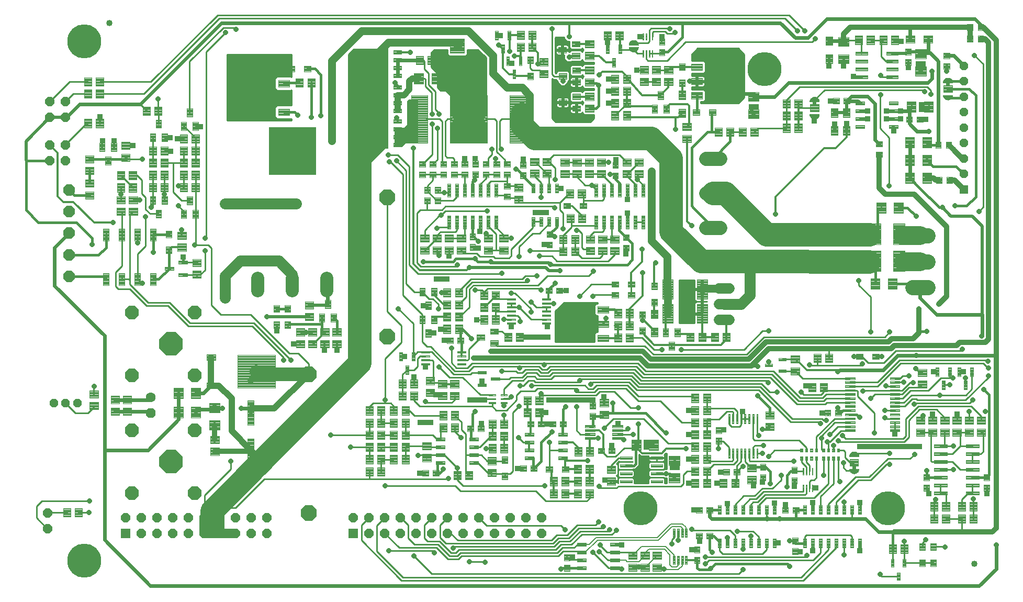
<source format=gtl>
G75*
%MOIN*%
%OFA0B0*%
%FSLAX25Y25*%
%IPPOS*%
%LPD*%
%AMOC8*
5,1,8,0,0,1.08239X$1,22.5*
%
%ADD10C,0.00378*%
%ADD11C,0.00394*%
%ADD12C,0.00409*%
%ADD13C,0.08850*%
%ADD14C,0.00405*%
%ADD15C,0.00375*%
%ADD16C,0.00402*%
%ADD17C,0.06600*%
%ADD18C,0.00425*%
%ADD19C,0.00400*%
%ADD20C,0.00432*%
%ADD21OC8,0.07087*%
%ADD22C,0.00399*%
%ADD23C,0.00400*%
%ADD24C,0.00396*%
%ADD25C,0.00408*%
%ADD26OC8,0.08600*%
%ADD27OC8,0.15000*%
%ADD28C,0.00406*%
%ADD29OC8,0.05906*%
%ADD30C,0.00100*%
%ADD31C,0.00404*%
%ADD32C,0.08250*%
%ADD33C,0.00300*%
%ADD34OC8,0.05315*%
%ADD35OC8,0.05400*%
%ADD36OC8,0.10000*%
%ADD37R,0.05906X0.05906*%
%ADD38R,0.05315X0.05315*%
%ADD39C,0.09693*%
%ADD40C,0.04000*%
%ADD41C,0.00374*%
%ADD42C,0.00387*%
%ADD43C,0.00413*%
%ADD44C,0.00339*%
%ADD45OC8,0.06300*%
%ADD46C,0.06300*%
%ADD47C,0.02400*%
%ADD48OC8,0.03175*%
%ADD49C,0.01600*%
%ADD50C,0.02000*%
%ADD51C,0.01000*%
%ADD52C,0.03200*%
%ADD53C,0.01200*%
%ADD54R,0.03175X0.03175*%
%ADD55C,0.15000*%
%ADD56C,0.05000*%
%ADD57C,0.06000*%
%ADD58C,0.04000*%
%ADD59OC8,0.03569*%
%ADD60C,0.07000*%
%ADD61C,0.03175*%
%ADD62C,0.00800*%
%ADD63C,0.21654*%
%ADD64C,0.08600*%
%ADD65C,0.12000*%
%ADD66C,0.10000*%
%ADD67OC8,0.04000*%
D10*
X0188056Y0180890D02*
X0188056Y0186810D01*
X0194764Y0186810D01*
X0194764Y0180890D01*
X0188056Y0180890D01*
X0188056Y0181267D02*
X0194764Y0181267D01*
X0194764Y0181644D02*
X0188056Y0181644D01*
X0188056Y0182021D02*
X0194764Y0182021D01*
X0194764Y0182398D02*
X0188056Y0182398D01*
X0188056Y0182775D02*
X0194764Y0182775D01*
X0194764Y0183152D02*
X0188056Y0183152D01*
X0188056Y0183529D02*
X0194764Y0183529D01*
X0194764Y0183906D02*
X0188056Y0183906D01*
X0188056Y0184283D02*
X0194764Y0184283D01*
X0194764Y0184660D02*
X0188056Y0184660D01*
X0188056Y0185037D02*
X0194764Y0185037D01*
X0194764Y0185414D02*
X0188056Y0185414D01*
X0188056Y0185791D02*
X0194764Y0185791D01*
X0194764Y0186168D02*
X0188056Y0186168D01*
X0188056Y0186545D02*
X0194764Y0186545D01*
X0188056Y0191914D02*
X0188056Y0197834D01*
X0194764Y0197834D01*
X0194764Y0191914D01*
X0188056Y0191914D01*
X0188056Y0192291D02*
X0194764Y0192291D01*
X0194764Y0192668D02*
X0188056Y0192668D01*
X0188056Y0193045D02*
X0194764Y0193045D01*
X0194764Y0193422D02*
X0188056Y0193422D01*
X0188056Y0193799D02*
X0194764Y0193799D01*
X0194764Y0194176D02*
X0188056Y0194176D01*
X0188056Y0194553D02*
X0194764Y0194553D01*
X0194764Y0194930D02*
X0188056Y0194930D01*
X0188056Y0195307D02*
X0194764Y0195307D01*
X0194764Y0195684D02*
X0188056Y0195684D01*
X0188056Y0196061D02*
X0194764Y0196061D01*
X0194764Y0196438D02*
X0188056Y0196438D01*
X0188056Y0196815D02*
X0194764Y0196815D01*
X0194764Y0197192D02*
X0188056Y0197192D01*
X0188056Y0197569D02*
X0194764Y0197569D01*
X0182382Y0195466D02*
X0176462Y0195466D01*
X0182382Y0195466D02*
X0182382Y0188758D01*
X0176462Y0188758D01*
X0176462Y0195466D01*
X0176462Y0189135D02*
X0182382Y0189135D01*
X0182382Y0189512D02*
X0176462Y0189512D01*
X0176462Y0189889D02*
X0182382Y0189889D01*
X0182382Y0190266D02*
X0176462Y0190266D01*
X0176462Y0190643D02*
X0182382Y0190643D01*
X0182382Y0191020D02*
X0176462Y0191020D01*
X0176462Y0191397D02*
X0182382Y0191397D01*
X0182382Y0191774D02*
X0176462Y0191774D01*
X0176462Y0192151D02*
X0182382Y0192151D01*
X0182382Y0192528D02*
X0176462Y0192528D01*
X0176462Y0192905D02*
X0182382Y0192905D01*
X0182382Y0193282D02*
X0176462Y0193282D01*
X0176462Y0193659D02*
X0182382Y0193659D01*
X0182382Y0194036D02*
X0176462Y0194036D01*
X0176462Y0194413D02*
X0182382Y0194413D01*
X0182382Y0194790D02*
X0176462Y0194790D01*
X0176462Y0195167D02*
X0182382Y0195167D01*
X0182382Y0201008D02*
X0176462Y0201008D01*
X0176462Y0207716D01*
X0182382Y0207716D01*
X0182382Y0201008D01*
X0182382Y0201385D02*
X0176462Y0201385D01*
X0176462Y0201762D02*
X0182382Y0201762D01*
X0182382Y0202139D02*
X0176462Y0202139D01*
X0176462Y0202516D02*
X0182382Y0202516D01*
X0182382Y0202893D02*
X0176462Y0202893D01*
X0176462Y0203270D02*
X0182382Y0203270D01*
X0182382Y0203647D02*
X0176462Y0203647D01*
X0176462Y0204024D02*
X0182382Y0204024D01*
X0182382Y0204401D02*
X0176462Y0204401D01*
X0176462Y0204778D02*
X0182382Y0204778D01*
X0182382Y0205155D02*
X0176462Y0205155D01*
X0176462Y0205532D02*
X0182382Y0205532D01*
X0182382Y0205909D02*
X0176462Y0205909D01*
X0176462Y0206286D02*
X0182382Y0206286D01*
X0182382Y0206663D02*
X0176462Y0206663D01*
X0176462Y0207040D02*
X0182382Y0207040D01*
X0182382Y0207417D02*
X0176462Y0207417D01*
X0171358Y0201008D02*
X0165438Y0201008D01*
X0165438Y0207716D01*
X0171358Y0207716D01*
X0171358Y0201008D01*
X0171358Y0201385D02*
X0165438Y0201385D01*
X0165438Y0201762D02*
X0171358Y0201762D01*
X0171358Y0202139D02*
X0165438Y0202139D01*
X0165438Y0202516D02*
X0171358Y0202516D01*
X0171358Y0202893D02*
X0165438Y0202893D01*
X0165438Y0203270D02*
X0171358Y0203270D01*
X0171358Y0203647D02*
X0165438Y0203647D01*
X0165438Y0204024D02*
X0171358Y0204024D01*
X0171358Y0204401D02*
X0165438Y0204401D01*
X0165438Y0204778D02*
X0171358Y0204778D01*
X0171358Y0205155D02*
X0165438Y0205155D01*
X0165438Y0205532D02*
X0171358Y0205532D01*
X0171358Y0205909D02*
X0165438Y0205909D01*
X0165438Y0206286D02*
X0171358Y0206286D01*
X0171358Y0206663D02*
X0165438Y0206663D01*
X0165438Y0207040D02*
X0171358Y0207040D01*
X0171358Y0207417D02*
X0165438Y0207417D01*
X0165438Y0195466D02*
X0171358Y0195466D01*
X0171358Y0188758D01*
X0165438Y0188758D01*
X0165438Y0195466D01*
X0165438Y0189135D02*
X0171358Y0189135D01*
X0171358Y0189512D02*
X0165438Y0189512D01*
X0165438Y0189889D02*
X0171358Y0189889D01*
X0171358Y0190266D02*
X0165438Y0190266D01*
X0165438Y0190643D02*
X0171358Y0190643D01*
X0171358Y0191020D02*
X0165438Y0191020D01*
X0165438Y0191397D02*
X0171358Y0191397D01*
X0171358Y0191774D02*
X0165438Y0191774D01*
X0165438Y0192151D02*
X0171358Y0192151D01*
X0171358Y0192528D02*
X0165438Y0192528D01*
X0165438Y0192905D02*
X0171358Y0192905D01*
X0171358Y0193282D02*
X0165438Y0193282D01*
X0165438Y0193659D02*
X0171358Y0193659D01*
X0171358Y0194036D02*
X0165438Y0194036D01*
X0165438Y0194413D02*
X0171358Y0194413D01*
X0171358Y0194790D02*
X0165438Y0194790D01*
X0165438Y0195167D02*
X0171358Y0195167D01*
X0456938Y0168008D02*
X0462858Y0168008D01*
X0456938Y0168008D02*
X0456938Y0174716D01*
X0462858Y0174716D01*
X0462858Y0168008D01*
X0462858Y0168385D02*
X0456938Y0168385D01*
X0456938Y0168762D02*
X0462858Y0168762D01*
X0462858Y0169139D02*
X0456938Y0169139D01*
X0456938Y0169516D02*
X0462858Y0169516D01*
X0462858Y0169893D02*
X0456938Y0169893D01*
X0456938Y0170270D02*
X0462858Y0170270D01*
X0462858Y0170647D02*
X0456938Y0170647D01*
X0456938Y0171024D02*
X0462858Y0171024D01*
X0462858Y0171401D02*
X0456938Y0171401D01*
X0456938Y0171778D02*
X0462858Y0171778D01*
X0462858Y0172155D02*
X0456938Y0172155D01*
X0456938Y0172532D02*
X0462858Y0172532D01*
X0462858Y0172909D02*
X0456938Y0172909D01*
X0456938Y0173286D02*
X0462858Y0173286D01*
X0462858Y0173663D02*
X0456938Y0173663D01*
X0456938Y0174040D02*
X0462858Y0174040D01*
X0462858Y0174417D02*
X0456938Y0174417D01*
X0467962Y0168008D02*
X0473882Y0168008D01*
X0467962Y0168008D02*
X0467962Y0174716D01*
X0473882Y0174716D01*
X0473882Y0168008D01*
X0473882Y0168385D02*
X0467962Y0168385D01*
X0467962Y0168762D02*
X0473882Y0168762D01*
X0473882Y0169139D02*
X0467962Y0169139D01*
X0467962Y0169516D02*
X0473882Y0169516D01*
X0473882Y0169893D02*
X0467962Y0169893D01*
X0467962Y0170270D02*
X0473882Y0170270D01*
X0473882Y0170647D02*
X0467962Y0170647D01*
X0467962Y0171024D02*
X0473882Y0171024D01*
X0473882Y0171401D02*
X0467962Y0171401D01*
X0467962Y0171778D02*
X0473882Y0171778D01*
X0473882Y0172155D02*
X0467962Y0172155D01*
X0467962Y0172532D02*
X0473882Y0172532D01*
X0473882Y0172909D02*
X0467962Y0172909D01*
X0467962Y0173286D02*
X0473882Y0173286D01*
X0473882Y0173663D02*
X0467962Y0173663D01*
X0467962Y0174040D02*
X0473882Y0174040D01*
X0473882Y0174417D02*
X0467962Y0174417D01*
X0487514Y0164334D02*
X0487514Y0158414D01*
X0480806Y0158414D01*
X0480806Y0164334D01*
X0487514Y0164334D01*
X0487514Y0158791D02*
X0480806Y0158791D01*
X0480806Y0159168D02*
X0487514Y0159168D01*
X0487514Y0159545D02*
X0480806Y0159545D01*
X0480806Y0159922D02*
X0487514Y0159922D01*
X0487514Y0160299D02*
X0480806Y0160299D01*
X0480806Y0160676D02*
X0487514Y0160676D01*
X0487514Y0161053D02*
X0480806Y0161053D01*
X0480806Y0161430D02*
X0487514Y0161430D01*
X0487514Y0161807D02*
X0480806Y0161807D01*
X0480806Y0162184D02*
X0487514Y0162184D01*
X0487514Y0162561D02*
X0480806Y0162561D01*
X0480806Y0162938D02*
X0487514Y0162938D01*
X0487514Y0163315D02*
X0480806Y0163315D01*
X0480806Y0163692D02*
X0487514Y0163692D01*
X0487514Y0164069D02*
X0480806Y0164069D01*
X0487514Y0153310D02*
X0487514Y0147390D01*
X0480806Y0147390D01*
X0480806Y0153310D01*
X0487514Y0153310D01*
X0487514Y0147767D02*
X0480806Y0147767D01*
X0480806Y0148144D02*
X0487514Y0148144D01*
X0487514Y0148521D02*
X0480806Y0148521D01*
X0480806Y0148898D02*
X0487514Y0148898D01*
X0487514Y0149275D02*
X0480806Y0149275D01*
X0480806Y0149652D02*
X0487514Y0149652D01*
X0487514Y0150029D02*
X0480806Y0150029D01*
X0480806Y0150406D02*
X0487514Y0150406D01*
X0487514Y0150783D02*
X0480806Y0150783D01*
X0480806Y0151160D02*
X0487514Y0151160D01*
X0487514Y0151537D02*
X0480806Y0151537D01*
X0480806Y0151914D02*
X0487514Y0151914D01*
X0487514Y0152291D02*
X0480806Y0152291D01*
X0480806Y0152668D02*
X0487514Y0152668D01*
X0487514Y0153045D02*
X0480806Y0153045D01*
X0469237Y0240390D02*
X0469237Y0245918D01*
X0473583Y0245918D01*
X0473583Y0240390D01*
X0469237Y0240390D01*
X0469237Y0240767D02*
X0473583Y0240767D01*
X0473583Y0241144D02*
X0469237Y0241144D01*
X0469237Y0241521D02*
X0473583Y0241521D01*
X0473583Y0241898D02*
X0469237Y0241898D01*
X0469237Y0242275D02*
X0473583Y0242275D01*
X0473583Y0242652D02*
X0469237Y0242652D01*
X0469237Y0243029D02*
X0473583Y0243029D01*
X0473583Y0243406D02*
X0469237Y0243406D01*
X0469237Y0243783D02*
X0473583Y0243783D01*
X0473583Y0244160D02*
X0469237Y0244160D01*
X0469237Y0244537D02*
X0473583Y0244537D01*
X0473583Y0244914D02*
X0469237Y0244914D01*
X0469237Y0245291D02*
X0473583Y0245291D01*
X0473583Y0245668D02*
X0469237Y0245668D01*
X0469237Y0251807D02*
X0469237Y0257335D01*
X0473583Y0257335D01*
X0473583Y0251807D01*
X0469237Y0251807D01*
X0469237Y0252184D02*
X0473583Y0252184D01*
X0473583Y0252561D02*
X0469237Y0252561D01*
X0469237Y0252938D02*
X0473583Y0252938D01*
X0473583Y0253315D02*
X0469237Y0253315D01*
X0469237Y0253692D02*
X0473583Y0253692D01*
X0473583Y0254069D02*
X0469237Y0254069D01*
X0469237Y0254446D02*
X0473583Y0254446D01*
X0473583Y0254823D02*
X0469237Y0254823D01*
X0469237Y0255200D02*
X0473583Y0255200D01*
X0473583Y0255577D02*
X0469237Y0255577D01*
X0469237Y0255954D02*
X0473583Y0255954D01*
X0473583Y0256331D02*
X0469237Y0256331D01*
X0469237Y0256708D02*
X0473583Y0256708D01*
X0473583Y0257085D02*
X0469237Y0257085D01*
X0609188Y0270508D02*
X0615108Y0270508D01*
X0609188Y0270508D02*
X0609188Y0277216D01*
X0615108Y0277216D01*
X0615108Y0270508D01*
X0615108Y0270885D02*
X0609188Y0270885D01*
X0609188Y0271262D02*
X0615108Y0271262D01*
X0615108Y0271639D02*
X0609188Y0271639D01*
X0609188Y0272016D02*
X0615108Y0272016D01*
X0615108Y0272393D02*
X0609188Y0272393D01*
X0609188Y0272770D02*
X0615108Y0272770D01*
X0615108Y0273147D02*
X0609188Y0273147D01*
X0609188Y0273524D02*
X0615108Y0273524D01*
X0615108Y0273901D02*
X0609188Y0273901D01*
X0609188Y0274278D02*
X0615108Y0274278D01*
X0615108Y0274655D02*
X0609188Y0274655D01*
X0609188Y0275032D02*
X0615108Y0275032D01*
X0615108Y0275409D02*
X0609188Y0275409D01*
X0609188Y0275786D02*
X0615108Y0275786D01*
X0615108Y0276163D02*
X0609188Y0276163D01*
X0609188Y0276540D02*
X0615108Y0276540D01*
X0615108Y0276917D02*
X0609188Y0276917D01*
X0620212Y0270508D02*
X0626132Y0270508D01*
X0620212Y0270508D02*
X0620212Y0277216D01*
X0626132Y0277216D01*
X0626132Y0270508D01*
X0626132Y0270885D02*
X0620212Y0270885D01*
X0620212Y0271262D02*
X0626132Y0271262D01*
X0626132Y0271639D02*
X0620212Y0271639D01*
X0620212Y0272016D02*
X0626132Y0272016D01*
X0626132Y0272393D02*
X0620212Y0272393D01*
X0620212Y0272770D02*
X0626132Y0272770D01*
X0626132Y0273147D02*
X0620212Y0273147D01*
X0620212Y0273524D02*
X0626132Y0273524D01*
X0626132Y0273901D02*
X0620212Y0273901D01*
X0620212Y0274278D02*
X0626132Y0274278D01*
X0626132Y0274655D02*
X0620212Y0274655D01*
X0620212Y0275032D02*
X0626132Y0275032D01*
X0626132Y0275409D02*
X0620212Y0275409D01*
X0620212Y0275786D02*
X0626132Y0275786D01*
X0626132Y0276163D02*
X0620212Y0276163D01*
X0620212Y0276540D02*
X0626132Y0276540D01*
X0626132Y0276917D02*
X0620212Y0276917D01*
X0618858Y0319008D02*
X0612938Y0319008D01*
X0612938Y0325716D01*
X0618858Y0325716D01*
X0618858Y0319008D01*
X0618858Y0319385D02*
X0612938Y0319385D01*
X0612938Y0319762D02*
X0618858Y0319762D01*
X0618858Y0320139D02*
X0612938Y0320139D01*
X0612938Y0320516D02*
X0618858Y0320516D01*
X0618858Y0320893D02*
X0612938Y0320893D01*
X0612938Y0321270D02*
X0618858Y0321270D01*
X0618858Y0321647D02*
X0612938Y0321647D01*
X0612938Y0322024D02*
X0618858Y0322024D01*
X0618858Y0322401D02*
X0612938Y0322401D01*
X0612938Y0322778D02*
X0618858Y0322778D01*
X0618858Y0323155D02*
X0612938Y0323155D01*
X0612938Y0323532D02*
X0618858Y0323532D01*
X0618858Y0323909D02*
X0612938Y0323909D01*
X0612938Y0324286D02*
X0618858Y0324286D01*
X0618858Y0324663D02*
X0612938Y0324663D01*
X0612938Y0325040D02*
X0618858Y0325040D01*
X0618858Y0325417D02*
X0612938Y0325417D01*
X0623962Y0319008D02*
X0629882Y0319008D01*
X0623962Y0319008D02*
X0623962Y0325716D01*
X0629882Y0325716D01*
X0629882Y0319008D01*
X0629882Y0319385D02*
X0623962Y0319385D01*
X0623962Y0319762D02*
X0629882Y0319762D01*
X0629882Y0320139D02*
X0623962Y0320139D01*
X0623962Y0320516D02*
X0629882Y0320516D01*
X0629882Y0320893D02*
X0623962Y0320893D01*
X0623962Y0321270D02*
X0629882Y0321270D01*
X0629882Y0321647D02*
X0623962Y0321647D01*
X0623962Y0322024D02*
X0629882Y0322024D01*
X0629882Y0322401D02*
X0623962Y0322401D01*
X0623962Y0322778D02*
X0629882Y0322778D01*
X0629882Y0323155D02*
X0623962Y0323155D01*
X0623962Y0323532D02*
X0629882Y0323532D01*
X0629882Y0323909D02*
X0623962Y0323909D01*
X0623962Y0324286D02*
X0629882Y0324286D01*
X0629882Y0324663D02*
X0623962Y0324663D01*
X0623962Y0325040D02*
X0629882Y0325040D01*
X0629882Y0325417D02*
X0623962Y0325417D01*
X0631188Y0344716D02*
X0637108Y0344716D01*
X0637108Y0338008D01*
X0631188Y0338008D01*
X0631188Y0344716D01*
X0631188Y0338385D02*
X0637108Y0338385D01*
X0637108Y0338762D02*
X0631188Y0338762D01*
X0631188Y0339139D02*
X0637108Y0339139D01*
X0637108Y0339516D02*
X0631188Y0339516D01*
X0631188Y0339893D02*
X0637108Y0339893D01*
X0637108Y0340270D02*
X0631188Y0340270D01*
X0631188Y0340647D02*
X0637108Y0340647D01*
X0637108Y0341024D02*
X0631188Y0341024D01*
X0631188Y0341401D02*
X0637108Y0341401D01*
X0637108Y0341778D02*
X0631188Y0341778D01*
X0631188Y0342155D02*
X0637108Y0342155D01*
X0637108Y0342532D02*
X0631188Y0342532D01*
X0631188Y0342909D02*
X0637108Y0342909D01*
X0637108Y0343286D02*
X0631188Y0343286D01*
X0631188Y0343663D02*
X0637108Y0343663D01*
X0637108Y0344040D02*
X0631188Y0344040D01*
X0631188Y0344417D02*
X0637108Y0344417D01*
X0642212Y0344716D02*
X0648132Y0344716D01*
X0648132Y0338008D01*
X0642212Y0338008D01*
X0642212Y0344716D01*
X0642212Y0338385D02*
X0648132Y0338385D01*
X0648132Y0338762D02*
X0642212Y0338762D01*
X0642212Y0339139D02*
X0648132Y0339139D01*
X0648132Y0339516D02*
X0642212Y0339516D01*
X0642212Y0339893D02*
X0648132Y0339893D01*
X0648132Y0340270D02*
X0642212Y0340270D01*
X0642212Y0340647D02*
X0648132Y0340647D01*
X0648132Y0341024D02*
X0642212Y0341024D01*
X0642212Y0341401D02*
X0648132Y0341401D01*
X0648132Y0341778D02*
X0642212Y0341778D01*
X0642212Y0342155D02*
X0648132Y0342155D01*
X0648132Y0342532D02*
X0642212Y0342532D01*
X0642212Y0342909D02*
X0648132Y0342909D01*
X0648132Y0343286D02*
X0642212Y0343286D01*
X0642212Y0343663D02*
X0648132Y0343663D01*
X0648132Y0344040D02*
X0642212Y0344040D01*
X0642212Y0344417D02*
X0648132Y0344417D01*
X0648132Y0355966D02*
X0642212Y0355966D01*
X0648132Y0355966D02*
X0648132Y0349258D01*
X0642212Y0349258D01*
X0642212Y0355966D01*
X0642212Y0349635D02*
X0648132Y0349635D01*
X0648132Y0350012D02*
X0642212Y0350012D01*
X0642212Y0350389D02*
X0648132Y0350389D01*
X0648132Y0350766D02*
X0642212Y0350766D01*
X0642212Y0351143D02*
X0648132Y0351143D01*
X0648132Y0351520D02*
X0642212Y0351520D01*
X0642212Y0351897D02*
X0648132Y0351897D01*
X0648132Y0352274D02*
X0642212Y0352274D01*
X0642212Y0352651D02*
X0648132Y0352651D01*
X0648132Y0353028D02*
X0642212Y0353028D01*
X0642212Y0353405D02*
X0648132Y0353405D01*
X0648132Y0353782D02*
X0642212Y0353782D01*
X0642212Y0354159D02*
X0648132Y0354159D01*
X0648132Y0354536D02*
X0642212Y0354536D01*
X0642212Y0354913D02*
X0648132Y0354913D01*
X0648132Y0355290D02*
X0642212Y0355290D01*
X0642212Y0355667D02*
X0648132Y0355667D01*
X0648132Y0367216D02*
X0642212Y0367216D01*
X0648132Y0367216D02*
X0648132Y0360508D01*
X0642212Y0360508D01*
X0642212Y0367216D01*
X0642212Y0360885D02*
X0648132Y0360885D01*
X0648132Y0361262D02*
X0642212Y0361262D01*
X0642212Y0361639D02*
X0648132Y0361639D01*
X0648132Y0362016D02*
X0642212Y0362016D01*
X0642212Y0362393D02*
X0648132Y0362393D01*
X0648132Y0362770D02*
X0642212Y0362770D01*
X0642212Y0363147D02*
X0648132Y0363147D01*
X0648132Y0363524D02*
X0642212Y0363524D01*
X0642212Y0363901D02*
X0648132Y0363901D01*
X0648132Y0364278D02*
X0642212Y0364278D01*
X0642212Y0364655D02*
X0648132Y0364655D01*
X0648132Y0365032D02*
X0642212Y0365032D01*
X0642212Y0365409D02*
X0648132Y0365409D01*
X0648132Y0365786D02*
X0642212Y0365786D01*
X0642212Y0366163D02*
X0648132Y0366163D01*
X0648132Y0366540D02*
X0642212Y0366540D01*
X0642212Y0366917D02*
X0648132Y0366917D01*
X0637108Y0367216D02*
X0631188Y0367216D01*
X0637108Y0367216D02*
X0637108Y0360508D01*
X0631188Y0360508D01*
X0631188Y0367216D01*
X0631188Y0360885D02*
X0637108Y0360885D01*
X0637108Y0361262D02*
X0631188Y0361262D01*
X0631188Y0361639D02*
X0637108Y0361639D01*
X0637108Y0362016D02*
X0631188Y0362016D01*
X0631188Y0362393D02*
X0637108Y0362393D01*
X0637108Y0362770D02*
X0631188Y0362770D01*
X0631188Y0363147D02*
X0637108Y0363147D01*
X0637108Y0363524D02*
X0631188Y0363524D01*
X0631188Y0363901D02*
X0637108Y0363901D01*
X0637108Y0364278D02*
X0631188Y0364278D01*
X0631188Y0364655D02*
X0637108Y0364655D01*
X0637108Y0365032D02*
X0631188Y0365032D01*
X0631188Y0365409D02*
X0637108Y0365409D01*
X0637108Y0365786D02*
X0631188Y0365786D01*
X0631188Y0366163D02*
X0637108Y0366163D01*
X0637108Y0366540D02*
X0631188Y0366540D01*
X0631188Y0366917D02*
X0637108Y0366917D01*
X0637108Y0355966D02*
X0631188Y0355966D01*
X0637108Y0355966D02*
X0637108Y0349258D01*
X0631188Y0349258D01*
X0631188Y0355966D01*
X0631188Y0349635D02*
X0637108Y0349635D01*
X0637108Y0350012D02*
X0631188Y0350012D01*
X0631188Y0350389D02*
X0637108Y0350389D01*
X0637108Y0350766D02*
X0631188Y0350766D01*
X0631188Y0351143D02*
X0637108Y0351143D01*
X0637108Y0351520D02*
X0631188Y0351520D01*
X0631188Y0351897D02*
X0637108Y0351897D01*
X0637108Y0352274D02*
X0631188Y0352274D01*
X0631188Y0352651D02*
X0637108Y0352651D01*
X0637108Y0353028D02*
X0631188Y0353028D01*
X0631188Y0353405D02*
X0637108Y0353405D01*
X0637108Y0353782D02*
X0631188Y0353782D01*
X0631188Y0354159D02*
X0637108Y0354159D01*
X0637108Y0354536D02*
X0631188Y0354536D01*
X0631188Y0354913D02*
X0637108Y0354913D01*
X0637108Y0355290D02*
X0631188Y0355290D01*
X0631188Y0355667D02*
X0637108Y0355667D01*
X0638108Y0389966D02*
X0632188Y0389966D01*
X0638108Y0389966D02*
X0638108Y0383258D01*
X0632188Y0383258D01*
X0632188Y0389966D01*
X0632188Y0383635D02*
X0638108Y0383635D01*
X0638108Y0384012D02*
X0632188Y0384012D01*
X0632188Y0384389D02*
X0638108Y0384389D01*
X0638108Y0384766D02*
X0632188Y0384766D01*
X0632188Y0385143D02*
X0638108Y0385143D01*
X0638108Y0385520D02*
X0632188Y0385520D01*
X0632188Y0385897D02*
X0638108Y0385897D01*
X0638108Y0386274D02*
X0632188Y0386274D01*
X0632188Y0386651D02*
X0638108Y0386651D01*
X0638108Y0387028D02*
X0632188Y0387028D01*
X0632188Y0387405D02*
X0638108Y0387405D01*
X0638108Y0387782D02*
X0632188Y0387782D01*
X0632188Y0388159D02*
X0638108Y0388159D01*
X0638108Y0388536D02*
X0632188Y0388536D01*
X0632188Y0388913D02*
X0638108Y0388913D01*
X0638108Y0389290D02*
X0632188Y0389290D01*
X0632188Y0389667D02*
X0638108Y0389667D01*
X0643212Y0389966D02*
X0649132Y0389966D01*
X0649132Y0383258D01*
X0643212Y0383258D01*
X0643212Y0389966D01*
X0643212Y0383635D02*
X0649132Y0383635D01*
X0649132Y0384012D02*
X0643212Y0384012D01*
X0643212Y0384389D02*
X0649132Y0384389D01*
X0649132Y0384766D02*
X0643212Y0384766D01*
X0643212Y0385143D02*
X0649132Y0385143D01*
X0649132Y0385520D02*
X0643212Y0385520D01*
X0643212Y0385897D02*
X0649132Y0385897D01*
X0649132Y0386274D02*
X0643212Y0386274D01*
X0643212Y0386651D02*
X0649132Y0386651D01*
X0649132Y0387028D02*
X0643212Y0387028D01*
X0643212Y0387405D02*
X0649132Y0387405D01*
X0649132Y0387782D02*
X0643212Y0387782D01*
X0643212Y0388159D02*
X0649132Y0388159D01*
X0649132Y0388536D02*
X0643212Y0388536D01*
X0643212Y0388913D02*
X0649132Y0388913D01*
X0649132Y0389290D02*
X0643212Y0389290D01*
X0643212Y0389667D02*
X0649132Y0389667D01*
X0637806Y0406390D02*
X0637806Y0412310D01*
X0644514Y0412310D01*
X0644514Y0406390D01*
X0637806Y0406390D01*
X0637806Y0406767D02*
X0644514Y0406767D01*
X0644514Y0407144D02*
X0637806Y0407144D01*
X0637806Y0407521D02*
X0644514Y0407521D01*
X0644514Y0407898D02*
X0637806Y0407898D01*
X0637806Y0408275D02*
X0644514Y0408275D01*
X0644514Y0408652D02*
X0637806Y0408652D01*
X0637806Y0409029D02*
X0644514Y0409029D01*
X0644514Y0409406D02*
X0637806Y0409406D01*
X0637806Y0409783D02*
X0644514Y0409783D01*
X0644514Y0410160D02*
X0637806Y0410160D01*
X0637806Y0410537D02*
X0644514Y0410537D01*
X0644514Y0410914D02*
X0637806Y0410914D01*
X0637806Y0411291D02*
X0644514Y0411291D01*
X0644514Y0411668D02*
X0637806Y0411668D01*
X0637806Y0412045D02*
X0644514Y0412045D01*
X0637806Y0417414D02*
X0637806Y0423334D01*
X0644514Y0423334D01*
X0644514Y0417414D01*
X0637806Y0417414D01*
X0637806Y0417791D02*
X0644514Y0417791D01*
X0644514Y0418168D02*
X0637806Y0418168D01*
X0637806Y0418545D02*
X0644514Y0418545D01*
X0644514Y0418922D02*
X0637806Y0418922D01*
X0637806Y0419299D02*
X0644514Y0419299D01*
X0644514Y0419676D02*
X0637806Y0419676D01*
X0637806Y0420053D02*
X0644514Y0420053D01*
X0644514Y0420430D02*
X0637806Y0420430D01*
X0637806Y0420807D02*
X0644514Y0420807D01*
X0644514Y0421184D02*
X0637806Y0421184D01*
X0637806Y0421561D02*
X0644514Y0421561D01*
X0644514Y0421938D02*
X0637806Y0421938D01*
X0637806Y0422315D02*
X0644514Y0422315D01*
X0644514Y0422692D02*
X0637806Y0422692D01*
X0637806Y0423069D02*
X0644514Y0423069D01*
X0643105Y0431785D02*
X0648633Y0431785D01*
X0648633Y0427439D01*
X0643105Y0427439D01*
X0643105Y0431785D01*
X0643105Y0427816D02*
X0648633Y0427816D01*
X0648633Y0428193D02*
X0643105Y0428193D01*
X0643105Y0428570D02*
X0648633Y0428570D01*
X0648633Y0428947D02*
X0643105Y0428947D01*
X0643105Y0429324D02*
X0648633Y0429324D01*
X0648633Y0429701D02*
X0643105Y0429701D01*
X0643105Y0430078D02*
X0648633Y0430078D01*
X0648633Y0430455D02*
X0643105Y0430455D01*
X0643105Y0430832D02*
X0648633Y0430832D01*
X0648633Y0431209D02*
X0643105Y0431209D01*
X0643105Y0431586D02*
X0648633Y0431586D01*
X0637215Y0431785D02*
X0631687Y0431785D01*
X0637215Y0431785D02*
X0637215Y0427439D01*
X0631687Y0427439D01*
X0631687Y0431785D01*
X0631687Y0427816D02*
X0637215Y0427816D01*
X0637215Y0428193D02*
X0631687Y0428193D01*
X0631687Y0428570D02*
X0637215Y0428570D01*
X0637215Y0428947D02*
X0631687Y0428947D01*
X0631687Y0429324D02*
X0637215Y0429324D01*
X0637215Y0429701D02*
X0631687Y0429701D01*
X0631687Y0430078D02*
X0637215Y0430078D01*
X0637215Y0430455D02*
X0631687Y0430455D01*
X0631687Y0430832D02*
X0637215Y0430832D01*
X0637215Y0431209D02*
X0631687Y0431209D01*
X0631687Y0431586D02*
X0637215Y0431586D01*
X0588556Y0431084D02*
X0588556Y0425164D01*
X0588556Y0431084D02*
X0595264Y0431084D01*
X0595264Y0425164D01*
X0588556Y0425164D01*
X0588556Y0425541D02*
X0595264Y0425541D01*
X0595264Y0425918D02*
X0588556Y0425918D01*
X0588556Y0426295D02*
X0595264Y0426295D01*
X0595264Y0426672D02*
X0588556Y0426672D01*
X0588556Y0427049D02*
X0595264Y0427049D01*
X0595264Y0427426D02*
X0588556Y0427426D01*
X0588556Y0427803D02*
X0595264Y0427803D01*
X0595264Y0428180D02*
X0588556Y0428180D01*
X0588556Y0428557D02*
X0595264Y0428557D01*
X0595264Y0428934D02*
X0588556Y0428934D01*
X0588556Y0429311D02*
X0595264Y0429311D01*
X0595264Y0429688D02*
X0588556Y0429688D01*
X0588556Y0430065D02*
X0595264Y0430065D01*
X0595264Y0430442D02*
X0588556Y0430442D01*
X0588556Y0430819D02*
X0595264Y0430819D01*
X0580487Y0431335D02*
X0580487Y0425807D01*
X0580487Y0431335D02*
X0584833Y0431335D01*
X0584833Y0425807D01*
X0580487Y0425807D01*
X0580487Y0426184D02*
X0584833Y0426184D01*
X0584833Y0426561D02*
X0580487Y0426561D01*
X0580487Y0426938D02*
X0584833Y0426938D01*
X0584833Y0427315D02*
X0580487Y0427315D01*
X0580487Y0427692D02*
X0584833Y0427692D01*
X0584833Y0428069D02*
X0580487Y0428069D01*
X0580487Y0428446D02*
X0584833Y0428446D01*
X0584833Y0428823D02*
X0580487Y0428823D01*
X0580487Y0429200D02*
X0584833Y0429200D01*
X0584833Y0429577D02*
X0580487Y0429577D01*
X0580487Y0429954D02*
X0584833Y0429954D01*
X0584833Y0430331D02*
X0580487Y0430331D01*
X0580487Y0430708D02*
X0584833Y0430708D01*
X0584833Y0431085D02*
X0580487Y0431085D01*
X0580487Y0419918D02*
X0580487Y0414390D01*
X0580487Y0419918D02*
X0584833Y0419918D01*
X0584833Y0414390D01*
X0580487Y0414390D01*
X0580487Y0414767D02*
X0584833Y0414767D01*
X0584833Y0415144D02*
X0580487Y0415144D01*
X0580487Y0415521D02*
X0584833Y0415521D01*
X0584833Y0415898D02*
X0580487Y0415898D01*
X0580487Y0416275D02*
X0584833Y0416275D01*
X0584833Y0416652D02*
X0580487Y0416652D01*
X0580487Y0417029D02*
X0584833Y0417029D01*
X0584833Y0417406D02*
X0580487Y0417406D01*
X0580487Y0417783D02*
X0584833Y0417783D01*
X0584833Y0418160D02*
X0580487Y0418160D01*
X0580487Y0418537D02*
X0584833Y0418537D01*
X0584833Y0418914D02*
X0580487Y0418914D01*
X0580487Y0419291D02*
X0584833Y0419291D01*
X0584833Y0419668D02*
X0580487Y0419668D01*
X0588556Y0420060D02*
X0588556Y0414140D01*
X0588556Y0420060D02*
X0595264Y0420060D01*
X0595264Y0414140D01*
X0588556Y0414140D01*
X0588556Y0414517D02*
X0595264Y0414517D01*
X0595264Y0414894D02*
X0588556Y0414894D01*
X0588556Y0415271D02*
X0595264Y0415271D01*
X0595264Y0415648D02*
X0588556Y0415648D01*
X0588556Y0416025D02*
X0595264Y0416025D01*
X0595264Y0416402D02*
X0588556Y0416402D01*
X0588556Y0416779D02*
X0595264Y0416779D01*
X0595264Y0417156D02*
X0588556Y0417156D01*
X0588556Y0417533D02*
X0595264Y0417533D01*
X0595264Y0417910D02*
X0588556Y0417910D01*
X0588556Y0418287D02*
X0595264Y0418287D01*
X0595264Y0418664D02*
X0588556Y0418664D01*
X0588556Y0419041D02*
X0595264Y0419041D01*
X0595264Y0419418D02*
X0588556Y0419418D01*
X0588556Y0419795D02*
X0595264Y0419795D01*
X0591737Y0385585D02*
X0591737Y0380057D01*
X0591737Y0385585D02*
X0596083Y0385585D01*
X0596083Y0380057D01*
X0591737Y0380057D01*
X0591737Y0380434D02*
X0596083Y0380434D01*
X0596083Y0380811D02*
X0591737Y0380811D01*
X0591737Y0381188D02*
X0596083Y0381188D01*
X0596083Y0381565D02*
X0591737Y0381565D01*
X0591737Y0381942D02*
X0596083Y0381942D01*
X0596083Y0382319D02*
X0591737Y0382319D01*
X0591737Y0382696D02*
X0596083Y0382696D01*
X0596083Y0383073D02*
X0591737Y0383073D01*
X0591737Y0383450D02*
X0596083Y0383450D01*
X0596083Y0383827D02*
X0591737Y0383827D01*
X0591737Y0384204D02*
X0596083Y0384204D01*
X0596083Y0384581D02*
X0591737Y0384581D01*
X0591737Y0384958D02*
X0596083Y0384958D01*
X0596083Y0385335D02*
X0591737Y0385335D01*
X0588333Y0385585D02*
X0588333Y0380057D01*
X0583987Y0380057D01*
X0583987Y0385585D01*
X0588333Y0385585D01*
X0588333Y0380434D02*
X0583987Y0380434D01*
X0583987Y0380811D02*
X0588333Y0380811D01*
X0588333Y0381188D02*
X0583987Y0381188D01*
X0583987Y0381565D02*
X0588333Y0381565D01*
X0588333Y0381942D02*
X0583987Y0381942D01*
X0583987Y0382319D02*
X0588333Y0382319D01*
X0588333Y0382696D02*
X0583987Y0382696D01*
X0583987Y0383073D02*
X0588333Y0383073D01*
X0588333Y0383450D02*
X0583987Y0383450D01*
X0583987Y0383827D02*
X0588333Y0383827D01*
X0588333Y0384204D02*
X0583987Y0384204D01*
X0583987Y0384581D02*
X0588333Y0384581D01*
X0588333Y0384958D02*
X0583987Y0384958D01*
X0583987Y0385335D02*
X0588333Y0385335D01*
X0588333Y0374168D02*
X0588333Y0368640D01*
X0583987Y0368640D01*
X0583987Y0374168D01*
X0588333Y0374168D01*
X0588333Y0369017D02*
X0583987Y0369017D01*
X0583987Y0369394D02*
X0588333Y0369394D01*
X0588333Y0369771D02*
X0583987Y0369771D01*
X0583987Y0370148D02*
X0588333Y0370148D01*
X0588333Y0370525D02*
X0583987Y0370525D01*
X0583987Y0370902D02*
X0588333Y0370902D01*
X0588333Y0371279D02*
X0583987Y0371279D01*
X0583987Y0371656D02*
X0588333Y0371656D01*
X0588333Y0372033D02*
X0583987Y0372033D01*
X0583987Y0372410D02*
X0588333Y0372410D01*
X0588333Y0372787D02*
X0583987Y0372787D01*
X0583987Y0373164D02*
X0588333Y0373164D01*
X0588333Y0373541D02*
X0583987Y0373541D01*
X0583987Y0373918D02*
X0588333Y0373918D01*
X0591737Y0374168D02*
X0591737Y0368640D01*
X0591737Y0374168D02*
X0596083Y0374168D01*
X0596083Y0368640D01*
X0591737Y0368640D01*
X0591737Y0369017D02*
X0596083Y0369017D01*
X0596083Y0369394D02*
X0591737Y0369394D01*
X0591737Y0369771D02*
X0596083Y0369771D01*
X0596083Y0370148D02*
X0591737Y0370148D01*
X0591737Y0370525D02*
X0596083Y0370525D01*
X0596083Y0370902D02*
X0591737Y0370902D01*
X0591737Y0371279D02*
X0596083Y0371279D01*
X0596083Y0371656D02*
X0591737Y0371656D01*
X0591737Y0372033D02*
X0596083Y0372033D01*
X0596083Y0372410D02*
X0591737Y0372410D01*
X0591737Y0372787D02*
X0596083Y0372787D01*
X0596083Y0373164D02*
X0591737Y0373164D01*
X0591737Y0373541D02*
X0596083Y0373541D01*
X0596083Y0373918D02*
X0591737Y0373918D01*
X0531306Y0379140D02*
X0531306Y0385060D01*
X0538014Y0385060D01*
X0538014Y0379140D01*
X0531306Y0379140D01*
X0531306Y0379517D02*
X0538014Y0379517D01*
X0538014Y0379894D02*
X0531306Y0379894D01*
X0531306Y0380271D02*
X0538014Y0380271D01*
X0538014Y0380648D02*
X0531306Y0380648D01*
X0531306Y0381025D02*
X0538014Y0381025D01*
X0538014Y0381402D02*
X0531306Y0381402D01*
X0531306Y0381779D02*
X0538014Y0381779D01*
X0538014Y0382156D02*
X0531306Y0382156D01*
X0531306Y0382533D02*
X0538014Y0382533D01*
X0538014Y0382910D02*
X0531306Y0382910D01*
X0531306Y0383287D02*
X0538014Y0383287D01*
X0538014Y0383664D02*
X0531306Y0383664D01*
X0531306Y0384041D02*
X0538014Y0384041D01*
X0538014Y0384418D02*
X0531306Y0384418D01*
X0531306Y0384795D02*
X0538014Y0384795D01*
X0531306Y0390164D02*
X0531306Y0396084D01*
X0538014Y0396084D01*
X0538014Y0390164D01*
X0531306Y0390164D01*
X0531306Y0390541D02*
X0538014Y0390541D01*
X0538014Y0390918D02*
X0531306Y0390918D01*
X0531306Y0391295D02*
X0538014Y0391295D01*
X0538014Y0391672D02*
X0531306Y0391672D01*
X0531306Y0392049D02*
X0538014Y0392049D01*
X0538014Y0392426D02*
X0531306Y0392426D01*
X0531306Y0392803D02*
X0538014Y0392803D01*
X0538014Y0393180D02*
X0531306Y0393180D01*
X0531306Y0393557D02*
X0538014Y0393557D01*
X0538014Y0393934D02*
X0531306Y0393934D01*
X0531306Y0394311D02*
X0538014Y0394311D01*
X0538014Y0394688D02*
X0531306Y0394688D01*
X0531306Y0395065D02*
X0538014Y0395065D01*
X0538014Y0395442D02*
X0531306Y0395442D01*
X0531306Y0395819D02*
X0538014Y0395819D01*
X0486987Y0396835D02*
X0486987Y0391307D01*
X0486987Y0396835D02*
X0491333Y0396835D01*
X0491333Y0391307D01*
X0486987Y0391307D01*
X0486987Y0391684D02*
X0491333Y0391684D01*
X0491333Y0392061D02*
X0486987Y0392061D01*
X0486987Y0392438D02*
X0491333Y0392438D01*
X0491333Y0392815D02*
X0486987Y0392815D01*
X0486987Y0393192D02*
X0491333Y0393192D01*
X0491333Y0393569D02*
X0486987Y0393569D01*
X0486987Y0393946D02*
X0491333Y0393946D01*
X0491333Y0394323D02*
X0486987Y0394323D01*
X0486987Y0394700D02*
X0491333Y0394700D01*
X0491333Y0395077D02*
X0486987Y0395077D01*
X0486987Y0395454D02*
X0491333Y0395454D01*
X0491333Y0395831D02*
X0486987Y0395831D01*
X0486987Y0396208D02*
X0491333Y0396208D01*
X0491333Y0396585D02*
X0486987Y0396585D01*
X0486987Y0385418D02*
X0486987Y0379890D01*
X0486987Y0385418D02*
X0491333Y0385418D01*
X0491333Y0379890D01*
X0486987Y0379890D01*
X0486987Y0380267D02*
X0491333Y0380267D01*
X0491333Y0380644D02*
X0486987Y0380644D01*
X0486987Y0381021D02*
X0491333Y0381021D01*
X0491333Y0381398D02*
X0486987Y0381398D01*
X0486987Y0381775D02*
X0491333Y0381775D01*
X0491333Y0382152D02*
X0486987Y0382152D01*
X0486987Y0382529D02*
X0491333Y0382529D01*
X0491333Y0382906D02*
X0486987Y0382906D01*
X0486987Y0383283D02*
X0491333Y0383283D01*
X0491333Y0383660D02*
X0486987Y0383660D01*
X0486987Y0384037D02*
X0491333Y0384037D01*
X0491333Y0384414D02*
X0486987Y0384414D01*
X0486987Y0384791D02*
X0491333Y0384791D01*
X0491333Y0385168D02*
X0486987Y0385168D01*
X0350445Y0403666D02*
X0350445Y0412736D01*
X0350445Y0403666D02*
X0341375Y0403666D01*
X0341375Y0412736D01*
X0350445Y0412736D01*
X0350445Y0404043D02*
X0341375Y0404043D01*
X0341375Y0404420D02*
X0350445Y0404420D01*
X0350445Y0404797D02*
X0341375Y0404797D01*
X0341375Y0405174D02*
X0350445Y0405174D01*
X0350445Y0405551D02*
X0341375Y0405551D01*
X0341375Y0405928D02*
X0350445Y0405928D01*
X0350445Y0406305D02*
X0341375Y0406305D01*
X0341375Y0406682D02*
X0350445Y0406682D01*
X0350445Y0407059D02*
X0341375Y0407059D01*
X0341375Y0407436D02*
X0350445Y0407436D01*
X0350445Y0407813D02*
X0341375Y0407813D01*
X0341375Y0408190D02*
X0350445Y0408190D01*
X0350445Y0408567D02*
X0341375Y0408567D01*
X0341375Y0408944D02*
X0350445Y0408944D01*
X0350445Y0409321D02*
X0341375Y0409321D01*
X0341375Y0409698D02*
X0350445Y0409698D01*
X0350445Y0410075D02*
X0341375Y0410075D01*
X0341375Y0410452D02*
X0350445Y0410452D01*
X0350445Y0410829D02*
X0341375Y0410829D01*
X0341375Y0411206D02*
X0350445Y0411206D01*
X0350445Y0411583D02*
X0341375Y0411583D01*
X0341375Y0411960D02*
X0350445Y0411960D01*
X0350445Y0412337D02*
X0341375Y0412337D01*
X0341375Y0412714D02*
X0350445Y0412714D01*
X0350445Y0420989D02*
X0350445Y0430059D01*
X0350445Y0420989D02*
X0341375Y0420989D01*
X0341375Y0430059D01*
X0350445Y0430059D01*
X0350445Y0421366D02*
X0341375Y0421366D01*
X0341375Y0421743D02*
X0350445Y0421743D01*
X0350445Y0422120D02*
X0341375Y0422120D01*
X0341375Y0422497D02*
X0350445Y0422497D01*
X0350445Y0422874D02*
X0341375Y0422874D01*
X0341375Y0423251D02*
X0350445Y0423251D01*
X0350445Y0423628D02*
X0341375Y0423628D01*
X0341375Y0424005D02*
X0350445Y0424005D01*
X0350445Y0424382D02*
X0341375Y0424382D01*
X0341375Y0424759D02*
X0350445Y0424759D01*
X0350445Y0425136D02*
X0341375Y0425136D01*
X0341375Y0425513D02*
X0350445Y0425513D01*
X0350445Y0425890D02*
X0341375Y0425890D01*
X0341375Y0426267D02*
X0350445Y0426267D01*
X0350445Y0426644D02*
X0341375Y0426644D01*
X0341375Y0427021D02*
X0350445Y0427021D01*
X0350445Y0427398D02*
X0341375Y0427398D01*
X0341375Y0427775D02*
X0350445Y0427775D01*
X0350445Y0428152D02*
X0341375Y0428152D01*
X0341375Y0428529D02*
X0350445Y0428529D01*
X0350445Y0428906D02*
X0341375Y0428906D01*
X0341375Y0429283D02*
X0350445Y0429283D01*
X0350445Y0429660D02*
X0341375Y0429660D01*
X0341375Y0430037D02*
X0350445Y0430037D01*
X0335469Y0407972D02*
X0329549Y0407972D01*
X0335469Y0407972D02*
X0335469Y0401252D01*
X0329549Y0401252D01*
X0329549Y0407972D01*
X0329549Y0401629D02*
X0335469Y0401629D01*
X0335469Y0402006D02*
X0329549Y0402006D01*
X0329549Y0402383D02*
X0335469Y0402383D01*
X0335469Y0402760D02*
X0329549Y0402760D01*
X0329549Y0403137D02*
X0335469Y0403137D01*
X0335469Y0403514D02*
X0329549Y0403514D01*
X0329549Y0403891D02*
X0335469Y0403891D01*
X0335469Y0404268D02*
X0329549Y0404268D01*
X0329549Y0404645D02*
X0335469Y0404645D01*
X0335469Y0405022D02*
X0329549Y0405022D01*
X0329549Y0405399D02*
X0335469Y0405399D01*
X0335469Y0405776D02*
X0329549Y0405776D01*
X0329549Y0406153D02*
X0335469Y0406153D01*
X0335469Y0406530D02*
X0329549Y0406530D01*
X0329549Y0406907D02*
X0335469Y0406907D01*
X0335469Y0407284D02*
X0329549Y0407284D01*
X0329549Y0407661D02*
X0335469Y0407661D01*
X0324272Y0407972D02*
X0318352Y0407972D01*
X0324272Y0407972D02*
X0324272Y0401252D01*
X0318352Y0401252D01*
X0318352Y0407972D01*
X0318352Y0401629D02*
X0324272Y0401629D01*
X0324272Y0402006D02*
X0318352Y0402006D01*
X0318352Y0402383D02*
X0324272Y0402383D01*
X0324272Y0402760D02*
X0318352Y0402760D01*
X0318352Y0403137D02*
X0324272Y0403137D01*
X0324272Y0403514D02*
X0318352Y0403514D01*
X0318352Y0403891D02*
X0324272Y0403891D01*
X0324272Y0404268D02*
X0318352Y0404268D01*
X0318352Y0404645D02*
X0324272Y0404645D01*
X0324272Y0405022D02*
X0318352Y0405022D01*
X0318352Y0405399D02*
X0324272Y0405399D01*
X0324272Y0405776D02*
X0318352Y0405776D01*
X0318352Y0406153D02*
X0324272Y0406153D01*
X0324272Y0406530D02*
X0318352Y0406530D01*
X0318352Y0406907D02*
X0324272Y0406907D01*
X0324272Y0407284D02*
X0318352Y0407284D01*
X0318352Y0407661D02*
X0324272Y0407661D01*
D11*
X0394181Y0408409D02*
X0394181Y0404079D01*
X0390639Y0404079D01*
X0390639Y0408409D01*
X0394181Y0408409D01*
X0394181Y0404472D02*
X0390639Y0404472D01*
X0390639Y0404865D02*
X0394181Y0404865D01*
X0394181Y0405258D02*
X0390639Y0405258D01*
X0390639Y0405651D02*
X0394181Y0405651D01*
X0394181Y0406044D02*
X0390639Y0406044D01*
X0390639Y0406437D02*
X0394181Y0406437D01*
X0394181Y0406830D02*
X0390639Y0406830D01*
X0390639Y0407223D02*
X0394181Y0407223D01*
X0394181Y0407616D02*
X0390639Y0407616D01*
X0390639Y0408009D02*
X0394181Y0408009D01*
X0394181Y0408402D02*
X0390639Y0408402D01*
X0394181Y0414315D02*
X0394181Y0418645D01*
X0394181Y0414315D02*
X0390639Y0414315D01*
X0390639Y0418645D01*
X0394181Y0418645D01*
X0394181Y0414708D02*
X0390639Y0414708D01*
X0390639Y0415101D02*
X0394181Y0415101D01*
X0394181Y0415494D02*
X0390639Y0415494D01*
X0390639Y0415887D02*
X0394181Y0415887D01*
X0394181Y0416280D02*
X0390639Y0416280D01*
X0390639Y0416673D02*
X0394181Y0416673D01*
X0394181Y0417066D02*
X0390639Y0417066D01*
X0390639Y0417459D02*
X0394181Y0417459D01*
X0394181Y0417852D02*
X0390639Y0417852D01*
X0390639Y0418245D02*
X0394181Y0418245D01*
X0394181Y0418638D02*
X0390639Y0418638D01*
X0415388Y0421091D02*
X0415388Y0424633D01*
X0415388Y0421091D02*
X0410270Y0421091D01*
X0410270Y0424633D01*
X0415388Y0424633D01*
X0415388Y0421484D02*
X0410270Y0421484D01*
X0410270Y0421877D02*
X0415388Y0421877D01*
X0415388Y0422270D02*
X0410270Y0422270D01*
X0410270Y0422663D02*
X0415388Y0422663D01*
X0415388Y0423056D02*
X0410270Y0423056D01*
X0410270Y0423449D02*
X0415388Y0423449D01*
X0415388Y0423842D02*
X0410270Y0423842D01*
X0410270Y0424235D02*
X0415388Y0424235D01*
X0415388Y0424628D02*
X0410270Y0424628D01*
X0424050Y0424831D02*
X0424050Y0428373D01*
X0424050Y0424831D02*
X0418932Y0424831D01*
X0418932Y0428373D01*
X0424050Y0428373D01*
X0424050Y0425224D02*
X0418932Y0425224D01*
X0418932Y0425617D02*
X0424050Y0425617D01*
X0424050Y0426010D02*
X0418932Y0426010D01*
X0418932Y0426403D02*
X0424050Y0426403D01*
X0424050Y0426796D02*
X0418932Y0426796D01*
X0418932Y0427189D02*
X0424050Y0427189D01*
X0424050Y0427582D02*
X0418932Y0427582D01*
X0418932Y0427975D02*
X0424050Y0427975D01*
X0424050Y0428368D02*
X0418932Y0428368D01*
X0424050Y0420893D02*
X0424050Y0417351D01*
X0418932Y0417351D01*
X0418932Y0420893D01*
X0424050Y0420893D01*
X0424050Y0417744D02*
X0418932Y0417744D01*
X0418932Y0418137D02*
X0424050Y0418137D01*
X0424050Y0418530D02*
X0418932Y0418530D01*
X0418932Y0418923D02*
X0424050Y0418923D01*
X0424050Y0419316D02*
X0418932Y0419316D01*
X0418932Y0419709D02*
X0424050Y0419709D01*
X0424050Y0420102D02*
X0418932Y0420102D01*
X0418932Y0420495D02*
X0424050Y0420495D01*
X0424050Y0420888D02*
X0418932Y0420888D01*
X0424300Y0411623D02*
X0424300Y0408081D01*
X0419182Y0408081D01*
X0419182Y0411623D01*
X0424300Y0411623D01*
X0424300Y0408474D02*
X0419182Y0408474D01*
X0419182Y0408867D02*
X0424300Y0408867D01*
X0424300Y0409260D02*
X0419182Y0409260D01*
X0419182Y0409653D02*
X0424300Y0409653D01*
X0424300Y0410046D02*
X0419182Y0410046D01*
X0419182Y0410439D02*
X0424300Y0410439D01*
X0424300Y0410832D02*
X0419182Y0410832D01*
X0419182Y0411225D02*
X0424300Y0411225D01*
X0424300Y0411618D02*
X0419182Y0411618D01*
X0415638Y0407883D02*
X0415638Y0404341D01*
X0410520Y0404341D01*
X0410520Y0407883D01*
X0415638Y0407883D01*
X0415638Y0404734D02*
X0410520Y0404734D01*
X0410520Y0405127D02*
X0415638Y0405127D01*
X0415638Y0405520D02*
X0410520Y0405520D01*
X0410520Y0405913D02*
X0415638Y0405913D01*
X0415638Y0406306D02*
X0410520Y0406306D01*
X0410520Y0406699D02*
X0415638Y0406699D01*
X0415638Y0407092D02*
X0410520Y0407092D01*
X0410520Y0407485D02*
X0415638Y0407485D01*
X0415638Y0407878D02*
X0410520Y0407878D01*
X0424300Y0404143D02*
X0424300Y0400601D01*
X0419182Y0400601D01*
X0419182Y0404143D01*
X0424300Y0404143D01*
X0424300Y0400994D02*
X0419182Y0400994D01*
X0419182Y0401387D02*
X0424300Y0401387D01*
X0424300Y0401780D02*
X0419182Y0401780D01*
X0419182Y0402173D02*
X0424300Y0402173D01*
X0424300Y0402566D02*
X0419182Y0402566D01*
X0419182Y0402959D02*
X0424300Y0402959D01*
X0424300Y0403352D02*
X0419182Y0403352D01*
X0419182Y0403745D02*
X0424300Y0403745D01*
X0424300Y0404138D02*
X0419182Y0404138D01*
X0424300Y0394873D02*
X0424300Y0391331D01*
X0419182Y0391331D01*
X0419182Y0394873D01*
X0424300Y0394873D01*
X0424300Y0391724D02*
X0419182Y0391724D01*
X0419182Y0392117D02*
X0424300Y0392117D01*
X0424300Y0392510D02*
X0419182Y0392510D01*
X0419182Y0392903D02*
X0424300Y0392903D01*
X0424300Y0393296D02*
X0419182Y0393296D01*
X0419182Y0393689D02*
X0424300Y0393689D01*
X0424300Y0394082D02*
X0419182Y0394082D01*
X0419182Y0394475D02*
X0424300Y0394475D01*
X0424300Y0394868D02*
X0419182Y0394868D01*
X0415638Y0391133D02*
X0415638Y0387591D01*
X0410520Y0387591D01*
X0410520Y0391133D01*
X0415638Y0391133D01*
X0415638Y0387984D02*
X0410520Y0387984D01*
X0410520Y0388377D02*
X0415638Y0388377D01*
X0415638Y0388770D02*
X0410520Y0388770D01*
X0410520Y0389163D02*
X0415638Y0389163D01*
X0415638Y0389556D02*
X0410520Y0389556D01*
X0410520Y0389949D02*
X0415638Y0389949D01*
X0415638Y0390342D02*
X0410520Y0390342D01*
X0410520Y0390735D02*
X0415638Y0390735D01*
X0415638Y0391128D02*
X0410520Y0391128D01*
X0424300Y0387393D02*
X0424300Y0383851D01*
X0419182Y0383851D01*
X0419182Y0387393D01*
X0424300Y0387393D01*
X0424300Y0384244D02*
X0419182Y0384244D01*
X0419182Y0384637D02*
X0424300Y0384637D01*
X0424300Y0385030D02*
X0419182Y0385030D01*
X0419182Y0385423D02*
X0424300Y0385423D01*
X0424300Y0385816D02*
X0419182Y0385816D01*
X0419182Y0386209D02*
X0424300Y0386209D01*
X0424300Y0386602D02*
X0419182Y0386602D01*
X0419182Y0386995D02*
X0424300Y0386995D01*
X0424300Y0387388D02*
X0419182Y0387388D01*
X0389681Y0351677D02*
X0389681Y0347741D01*
X0386139Y0347741D01*
X0386139Y0351677D01*
X0389681Y0351677D01*
X0389681Y0348134D02*
X0386139Y0348134D01*
X0386139Y0348527D02*
X0389681Y0348527D01*
X0389681Y0348920D02*
X0386139Y0348920D01*
X0386139Y0349313D02*
X0389681Y0349313D01*
X0389681Y0349706D02*
X0386139Y0349706D01*
X0386139Y0350099D02*
X0389681Y0350099D01*
X0389681Y0350492D02*
X0386139Y0350492D01*
X0386139Y0350885D02*
X0389681Y0350885D01*
X0389681Y0351278D02*
X0386139Y0351278D01*
X0386139Y0351671D02*
X0389681Y0351671D01*
X0379628Y0351980D02*
X0379628Y0348438D01*
X0375692Y0348438D01*
X0375692Y0351980D01*
X0379628Y0351980D01*
X0379628Y0348831D02*
X0375692Y0348831D01*
X0375692Y0349224D02*
X0379628Y0349224D01*
X0379628Y0349617D02*
X0375692Y0349617D01*
X0375692Y0350010D02*
X0379628Y0350010D01*
X0379628Y0350403D02*
X0375692Y0350403D01*
X0375692Y0350796D02*
X0379628Y0350796D01*
X0379628Y0351189D02*
X0375692Y0351189D01*
X0375692Y0351582D02*
X0379628Y0351582D01*
X0379628Y0351975D02*
X0375692Y0351975D01*
X0372878Y0351980D02*
X0372878Y0348438D01*
X0368942Y0348438D01*
X0368942Y0351980D01*
X0372878Y0351980D01*
X0372878Y0348831D02*
X0368942Y0348831D01*
X0368942Y0349224D02*
X0372878Y0349224D01*
X0372878Y0349617D02*
X0368942Y0349617D01*
X0368942Y0350010D02*
X0372878Y0350010D01*
X0372878Y0350403D02*
X0368942Y0350403D01*
X0368942Y0350796D02*
X0372878Y0350796D01*
X0372878Y0351189D02*
X0368942Y0351189D01*
X0368942Y0351582D02*
X0372878Y0351582D01*
X0372878Y0351975D02*
X0368942Y0351975D01*
X0366128Y0351980D02*
X0366128Y0348438D01*
X0362192Y0348438D01*
X0362192Y0351980D01*
X0366128Y0351980D01*
X0366128Y0348831D02*
X0362192Y0348831D01*
X0362192Y0349224D02*
X0366128Y0349224D01*
X0366128Y0349617D02*
X0362192Y0349617D01*
X0362192Y0350010D02*
X0366128Y0350010D01*
X0366128Y0350403D02*
X0362192Y0350403D01*
X0362192Y0350796D02*
X0366128Y0350796D01*
X0366128Y0351189D02*
X0362192Y0351189D01*
X0362192Y0351582D02*
X0366128Y0351582D01*
X0366128Y0351975D02*
X0362192Y0351975D01*
X0359181Y0352177D02*
X0359181Y0348241D01*
X0355639Y0348241D01*
X0355639Y0352177D01*
X0359181Y0352177D01*
X0359181Y0348634D02*
X0355639Y0348634D01*
X0355639Y0349027D02*
X0359181Y0349027D01*
X0359181Y0349420D02*
X0355639Y0349420D01*
X0355639Y0349813D02*
X0359181Y0349813D01*
X0359181Y0350206D02*
X0355639Y0350206D01*
X0355639Y0350599D02*
X0359181Y0350599D01*
X0359181Y0350992D02*
X0355639Y0350992D01*
X0355639Y0351385D02*
X0359181Y0351385D01*
X0359181Y0351778D02*
X0355639Y0351778D01*
X0355639Y0352171D02*
X0359181Y0352171D01*
X0348692Y0351980D02*
X0348692Y0348438D01*
X0348692Y0351980D02*
X0352628Y0351980D01*
X0352628Y0348438D01*
X0348692Y0348438D01*
X0348692Y0348831D02*
X0352628Y0348831D01*
X0352628Y0349224D02*
X0348692Y0349224D01*
X0348692Y0349617D02*
X0352628Y0349617D01*
X0352628Y0350010D02*
X0348692Y0350010D01*
X0348692Y0350403D02*
X0352628Y0350403D01*
X0352628Y0350796D02*
X0348692Y0350796D01*
X0348692Y0351189D02*
X0352628Y0351189D01*
X0352628Y0351582D02*
X0348692Y0351582D01*
X0348692Y0351975D02*
X0352628Y0351975D01*
X0341942Y0351980D02*
X0341942Y0348438D01*
X0341942Y0351980D02*
X0345878Y0351980D01*
X0345878Y0348438D01*
X0341942Y0348438D01*
X0341942Y0348831D02*
X0345878Y0348831D01*
X0345878Y0349224D02*
X0341942Y0349224D01*
X0341942Y0349617D02*
X0345878Y0349617D01*
X0345878Y0350010D02*
X0341942Y0350010D01*
X0341942Y0350403D02*
X0345878Y0350403D01*
X0345878Y0350796D02*
X0341942Y0350796D01*
X0341942Y0351189D02*
X0345878Y0351189D01*
X0345878Y0351582D02*
X0341942Y0351582D01*
X0341942Y0351975D02*
X0345878Y0351975D01*
X0335192Y0351980D02*
X0335192Y0348438D01*
X0335192Y0351980D02*
X0339128Y0351980D01*
X0339128Y0348438D01*
X0335192Y0348438D01*
X0335192Y0348831D02*
X0339128Y0348831D01*
X0339128Y0349224D02*
X0335192Y0349224D01*
X0335192Y0349617D02*
X0339128Y0349617D01*
X0339128Y0350010D02*
X0335192Y0350010D01*
X0335192Y0350403D02*
X0339128Y0350403D01*
X0339128Y0350796D02*
X0335192Y0350796D01*
X0335192Y0351189D02*
X0339128Y0351189D01*
X0339128Y0351582D02*
X0335192Y0351582D01*
X0335192Y0351975D02*
X0339128Y0351975D01*
X0328442Y0351980D02*
X0328442Y0348438D01*
X0328442Y0351980D02*
X0332378Y0351980D01*
X0332378Y0348438D01*
X0328442Y0348438D01*
X0328442Y0348831D02*
X0332378Y0348831D01*
X0332378Y0349224D02*
X0328442Y0349224D01*
X0328442Y0349617D02*
X0332378Y0349617D01*
X0332378Y0350010D02*
X0328442Y0350010D01*
X0328442Y0350403D02*
X0332378Y0350403D01*
X0332378Y0350796D02*
X0328442Y0350796D01*
X0328442Y0351189D02*
X0332378Y0351189D01*
X0332378Y0351582D02*
X0328442Y0351582D01*
X0328442Y0351975D02*
X0332378Y0351975D01*
X0321692Y0351980D02*
X0321692Y0348438D01*
X0321692Y0351980D02*
X0325628Y0351980D01*
X0325628Y0348438D01*
X0321692Y0348438D01*
X0321692Y0348831D02*
X0325628Y0348831D01*
X0325628Y0349224D02*
X0321692Y0349224D01*
X0321692Y0349617D02*
X0325628Y0349617D01*
X0325628Y0350010D02*
X0321692Y0350010D01*
X0321692Y0350403D02*
X0325628Y0350403D01*
X0325628Y0350796D02*
X0321692Y0350796D01*
X0321692Y0351189D02*
X0325628Y0351189D01*
X0325628Y0351582D02*
X0321692Y0351582D01*
X0321692Y0351975D02*
X0325628Y0351975D01*
X0321692Y0345287D02*
X0321692Y0341745D01*
X0321692Y0345287D02*
X0325628Y0345287D01*
X0325628Y0341745D01*
X0321692Y0341745D01*
X0321692Y0342138D02*
X0325628Y0342138D01*
X0325628Y0342531D02*
X0321692Y0342531D01*
X0321692Y0342924D02*
X0325628Y0342924D01*
X0325628Y0343317D02*
X0321692Y0343317D01*
X0321692Y0343710D02*
X0325628Y0343710D01*
X0325628Y0344103D02*
X0321692Y0344103D01*
X0321692Y0344496D02*
X0325628Y0344496D01*
X0325628Y0344889D02*
X0321692Y0344889D01*
X0321692Y0345282D02*
X0325628Y0345282D01*
X0328442Y0345287D02*
X0328442Y0341745D01*
X0328442Y0345287D02*
X0332378Y0345287D01*
X0332378Y0341745D01*
X0328442Y0341745D01*
X0328442Y0342138D02*
X0332378Y0342138D01*
X0332378Y0342531D02*
X0328442Y0342531D01*
X0328442Y0342924D02*
X0332378Y0342924D01*
X0332378Y0343317D02*
X0328442Y0343317D01*
X0328442Y0343710D02*
X0332378Y0343710D01*
X0332378Y0344103D02*
X0328442Y0344103D01*
X0328442Y0344496D02*
X0332378Y0344496D01*
X0332378Y0344889D02*
X0328442Y0344889D01*
X0328442Y0345282D02*
X0332378Y0345282D01*
X0335192Y0345287D02*
X0335192Y0341745D01*
X0335192Y0345287D02*
X0339128Y0345287D01*
X0339128Y0341745D01*
X0335192Y0341745D01*
X0335192Y0342138D02*
X0339128Y0342138D01*
X0339128Y0342531D02*
X0335192Y0342531D01*
X0335192Y0342924D02*
X0339128Y0342924D01*
X0339128Y0343317D02*
X0335192Y0343317D01*
X0335192Y0343710D02*
X0339128Y0343710D01*
X0339128Y0344103D02*
X0335192Y0344103D01*
X0335192Y0344496D02*
X0339128Y0344496D01*
X0339128Y0344889D02*
X0335192Y0344889D01*
X0335192Y0345282D02*
X0339128Y0345282D01*
X0341942Y0345287D02*
X0341942Y0341745D01*
X0341942Y0345287D02*
X0345878Y0345287D01*
X0345878Y0341745D01*
X0341942Y0341745D01*
X0341942Y0342138D02*
X0345878Y0342138D01*
X0345878Y0342531D02*
X0341942Y0342531D01*
X0341942Y0342924D02*
X0345878Y0342924D01*
X0345878Y0343317D02*
X0341942Y0343317D01*
X0341942Y0343710D02*
X0345878Y0343710D01*
X0345878Y0344103D02*
X0341942Y0344103D01*
X0341942Y0344496D02*
X0345878Y0344496D01*
X0345878Y0344889D02*
X0341942Y0344889D01*
X0341942Y0345282D02*
X0345878Y0345282D01*
X0348692Y0345287D02*
X0348692Y0341745D01*
X0348692Y0345287D02*
X0352628Y0345287D01*
X0352628Y0341745D01*
X0348692Y0341745D01*
X0348692Y0342138D02*
X0352628Y0342138D01*
X0352628Y0342531D02*
X0348692Y0342531D01*
X0348692Y0342924D02*
X0352628Y0342924D01*
X0352628Y0343317D02*
X0348692Y0343317D01*
X0348692Y0343710D02*
X0352628Y0343710D01*
X0352628Y0344103D02*
X0348692Y0344103D01*
X0348692Y0344496D02*
X0352628Y0344496D01*
X0352628Y0344889D02*
X0348692Y0344889D01*
X0348692Y0345282D02*
X0352628Y0345282D01*
X0359181Y0345484D02*
X0359181Y0341548D01*
X0355639Y0341548D01*
X0355639Y0345484D01*
X0359181Y0345484D01*
X0359181Y0341941D02*
X0355639Y0341941D01*
X0355639Y0342334D02*
X0359181Y0342334D01*
X0359181Y0342727D02*
X0355639Y0342727D01*
X0355639Y0343120D02*
X0359181Y0343120D01*
X0359181Y0343513D02*
X0355639Y0343513D01*
X0355639Y0343906D02*
X0359181Y0343906D01*
X0359181Y0344299D02*
X0355639Y0344299D01*
X0355639Y0344692D02*
X0359181Y0344692D01*
X0359181Y0345085D02*
X0355639Y0345085D01*
X0355639Y0345478D02*
X0359181Y0345478D01*
X0366128Y0345287D02*
X0366128Y0341745D01*
X0362192Y0341745D01*
X0362192Y0345287D01*
X0366128Y0345287D01*
X0366128Y0342138D02*
X0362192Y0342138D01*
X0362192Y0342531D02*
X0366128Y0342531D01*
X0366128Y0342924D02*
X0362192Y0342924D01*
X0362192Y0343317D02*
X0366128Y0343317D01*
X0366128Y0343710D02*
X0362192Y0343710D01*
X0362192Y0344103D02*
X0366128Y0344103D01*
X0366128Y0344496D02*
X0362192Y0344496D01*
X0362192Y0344889D02*
X0366128Y0344889D01*
X0366128Y0345282D02*
X0362192Y0345282D01*
X0372878Y0345287D02*
X0372878Y0341745D01*
X0368942Y0341745D01*
X0368942Y0345287D01*
X0372878Y0345287D01*
X0372878Y0342138D02*
X0368942Y0342138D01*
X0368942Y0342531D02*
X0372878Y0342531D01*
X0372878Y0342924D02*
X0368942Y0342924D01*
X0368942Y0343317D02*
X0372878Y0343317D01*
X0372878Y0343710D02*
X0368942Y0343710D01*
X0368942Y0344103D02*
X0372878Y0344103D01*
X0372878Y0344496D02*
X0368942Y0344496D01*
X0368942Y0344889D02*
X0372878Y0344889D01*
X0372878Y0345282D02*
X0368942Y0345282D01*
X0379628Y0345287D02*
X0379628Y0341745D01*
X0375692Y0341745D01*
X0375692Y0345287D01*
X0379628Y0345287D01*
X0379628Y0342138D02*
X0375692Y0342138D01*
X0375692Y0342531D02*
X0379628Y0342531D01*
X0379628Y0342924D02*
X0375692Y0342924D01*
X0375692Y0343317D02*
X0379628Y0343317D01*
X0379628Y0343710D02*
X0375692Y0343710D01*
X0375692Y0344103D02*
X0379628Y0344103D01*
X0379628Y0344496D02*
X0375692Y0344496D01*
X0375692Y0344889D02*
X0379628Y0344889D01*
X0379628Y0345282D02*
X0375692Y0345282D01*
X0379628Y0337980D02*
X0379628Y0334438D01*
X0375692Y0334438D01*
X0375692Y0337980D01*
X0379628Y0337980D01*
X0379628Y0334831D02*
X0375692Y0334831D01*
X0375692Y0335224D02*
X0379628Y0335224D01*
X0379628Y0335617D02*
X0375692Y0335617D01*
X0375692Y0336010D02*
X0379628Y0336010D01*
X0379628Y0336403D02*
X0375692Y0336403D01*
X0375692Y0336796D02*
X0379628Y0336796D01*
X0379628Y0337189D02*
X0375692Y0337189D01*
X0375692Y0337582D02*
X0379628Y0337582D01*
X0379628Y0337975D02*
X0375692Y0337975D01*
X0379628Y0331287D02*
X0379628Y0327745D01*
X0375692Y0327745D01*
X0375692Y0331287D01*
X0379628Y0331287D01*
X0379628Y0328138D02*
X0375692Y0328138D01*
X0375692Y0328531D02*
X0379628Y0328531D01*
X0379628Y0328924D02*
X0375692Y0328924D01*
X0375692Y0329317D02*
X0379628Y0329317D01*
X0379628Y0329710D02*
X0375692Y0329710D01*
X0375692Y0330103D02*
X0379628Y0330103D01*
X0379628Y0330496D02*
X0375692Y0330496D01*
X0375692Y0330889D02*
X0379628Y0330889D01*
X0379628Y0331282D02*
X0375692Y0331282D01*
X0389681Y0341048D02*
X0389681Y0344984D01*
X0389681Y0341048D02*
X0386139Y0341048D01*
X0386139Y0344984D01*
X0389681Y0344984D01*
X0389681Y0341441D02*
X0386139Y0341441D01*
X0386139Y0341834D02*
X0389681Y0341834D01*
X0389681Y0342227D02*
X0386139Y0342227D01*
X0386139Y0342620D02*
X0389681Y0342620D01*
X0389681Y0343013D02*
X0386139Y0343013D01*
X0386139Y0343406D02*
X0389681Y0343406D01*
X0389681Y0343799D02*
X0386139Y0343799D01*
X0386139Y0344192D02*
X0389681Y0344192D01*
X0389681Y0344585D02*
X0386139Y0344585D01*
X0386139Y0344978D02*
X0389681Y0344978D01*
X0413627Y0325383D02*
X0417957Y0325383D01*
X0417957Y0321841D01*
X0413627Y0321841D01*
X0413627Y0325383D01*
X0413627Y0322234D02*
X0417957Y0322234D01*
X0417957Y0322627D02*
X0413627Y0322627D01*
X0413627Y0323020D02*
X0417957Y0323020D01*
X0417957Y0323413D02*
X0413627Y0323413D01*
X0413627Y0323806D02*
X0417957Y0323806D01*
X0417957Y0324199D02*
X0413627Y0324199D01*
X0413627Y0324592D02*
X0417957Y0324592D01*
X0417957Y0324985D02*
X0413627Y0324985D01*
X0413627Y0325378D02*
X0417957Y0325378D01*
X0423863Y0325383D02*
X0428193Y0325383D01*
X0428193Y0321841D01*
X0423863Y0321841D01*
X0423863Y0325383D01*
X0423863Y0322234D02*
X0428193Y0322234D01*
X0428193Y0322627D02*
X0423863Y0322627D01*
X0423863Y0323020D02*
X0428193Y0323020D01*
X0428193Y0323413D02*
X0423863Y0323413D01*
X0423863Y0323806D02*
X0428193Y0323806D01*
X0428193Y0324199D02*
X0423863Y0324199D01*
X0423863Y0324592D02*
X0428193Y0324592D01*
X0428193Y0324985D02*
X0423863Y0324985D01*
X0423863Y0325378D02*
X0428193Y0325378D01*
X0448431Y0340798D02*
X0448431Y0344734D01*
X0448431Y0340798D02*
X0444889Y0340798D01*
X0444889Y0344734D01*
X0448431Y0344734D01*
X0448431Y0341191D02*
X0444889Y0341191D01*
X0444889Y0341584D02*
X0448431Y0341584D01*
X0448431Y0341977D02*
X0444889Y0341977D01*
X0444889Y0342370D02*
X0448431Y0342370D01*
X0448431Y0342763D02*
X0444889Y0342763D01*
X0444889Y0343156D02*
X0448431Y0343156D01*
X0448431Y0343549D02*
X0444889Y0343549D01*
X0444889Y0343942D02*
X0448431Y0343942D01*
X0448431Y0344335D02*
X0444889Y0344335D01*
X0444889Y0344728D02*
X0448431Y0344728D01*
X0448431Y0347491D02*
X0448431Y0351427D01*
X0448431Y0347491D02*
X0444889Y0347491D01*
X0444889Y0351427D01*
X0448431Y0351427D01*
X0448431Y0347884D02*
X0444889Y0347884D01*
X0444889Y0348277D02*
X0448431Y0348277D01*
X0448431Y0348670D02*
X0444889Y0348670D01*
X0444889Y0349063D02*
X0448431Y0349063D01*
X0448431Y0349456D02*
X0444889Y0349456D01*
X0444889Y0349849D02*
X0448431Y0349849D01*
X0448431Y0350242D02*
X0444889Y0350242D01*
X0444889Y0350635D02*
X0448431Y0350635D01*
X0448431Y0351028D02*
X0444889Y0351028D01*
X0444889Y0351421D02*
X0448431Y0351421D01*
X0469899Y0382722D02*
X0473441Y0382722D01*
X0469899Y0382722D02*
X0469899Y0387840D01*
X0473441Y0387840D01*
X0473441Y0382722D01*
X0473441Y0383115D02*
X0469899Y0383115D01*
X0469899Y0383508D02*
X0473441Y0383508D01*
X0473441Y0383901D02*
X0469899Y0383901D01*
X0469899Y0384294D02*
X0473441Y0384294D01*
X0473441Y0384687D02*
X0469899Y0384687D01*
X0469899Y0385080D02*
X0473441Y0385080D01*
X0473441Y0385473D02*
X0469899Y0385473D01*
X0469899Y0385866D02*
X0473441Y0385866D01*
X0473441Y0386259D02*
X0469899Y0386259D01*
X0469899Y0386652D02*
X0473441Y0386652D01*
X0473441Y0387045D02*
X0469899Y0387045D01*
X0469899Y0387438D02*
X0473441Y0387438D01*
X0473441Y0387831D02*
X0469899Y0387831D01*
X0473639Y0391384D02*
X0477181Y0391384D01*
X0473639Y0391384D02*
X0473639Y0396502D01*
X0477181Y0396502D01*
X0477181Y0391384D01*
X0477181Y0391777D02*
X0473639Y0391777D01*
X0473639Y0392170D02*
X0477181Y0392170D01*
X0477181Y0392563D02*
X0473639Y0392563D01*
X0473639Y0392956D02*
X0477181Y0392956D01*
X0477181Y0393349D02*
X0473639Y0393349D01*
X0473639Y0393742D02*
X0477181Y0393742D01*
X0477181Y0394135D02*
X0473639Y0394135D01*
X0473639Y0394528D02*
X0477181Y0394528D01*
X0477181Y0394921D02*
X0473639Y0394921D01*
X0473639Y0395314D02*
X0477181Y0395314D01*
X0477181Y0395707D02*
X0473639Y0395707D01*
X0473639Y0396100D02*
X0477181Y0396100D01*
X0477181Y0396493D02*
X0473639Y0396493D01*
X0477379Y0382722D02*
X0480921Y0382722D01*
X0477379Y0382722D02*
X0477379Y0387840D01*
X0480921Y0387840D01*
X0480921Y0382722D01*
X0480921Y0383115D02*
X0477379Y0383115D01*
X0477379Y0383508D02*
X0480921Y0383508D01*
X0480921Y0383901D02*
X0477379Y0383901D01*
X0477379Y0384294D02*
X0480921Y0384294D01*
X0480921Y0384687D02*
X0477379Y0384687D01*
X0477379Y0385080D02*
X0480921Y0385080D01*
X0480921Y0385473D02*
X0477379Y0385473D01*
X0477379Y0385866D02*
X0480921Y0385866D01*
X0480921Y0386259D02*
X0477379Y0386259D01*
X0477379Y0386652D02*
X0480921Y0386652D01*
X0480921Y0387045D02*
X0477379Y0387045D01*
X0477379Y0387438D02*
X0480921Y0387438D01*
X0480921Y0387831D02*
X0477379Y0387831D01*
X0490931Y0399579D02*
X0490931Y0403909D01*
X0490931Y0399579D02*
X0487389Y0399579D01*
X0487389Y0403909D01*
X0490931Y0403909D01*
X0490931Y0399972D02*
X0487389Y0399972D01*
X0487389Y0400365D02*
X0490931Y0400365D01*
X0490931Y0400758D02*
X0487389Y0400758D01*
X0487389Y0401151D02*
X0490931Y0401151D01*
X0490931Y0401544D02*
X0487389Y0401544D01*
X0487389Y0401937D02*
X0490931Y0401937D01*
X0490931Y0402330D02*
X0487389Y0402330D01*
X0487389Y0402723D02*
X0490931Y0402723D01*
X0490931Y0403116D02*
X0487389Y0403116D01*
X0487389Y0403509D02*
X0490931Y0403509D01*
X0490931Y0403902D02*
X0487389Y0403902D01*
X0490931Y0409815D02*
X0490931Y0414145D01*
X0490931Y0409815D02*
X0487389Y0409815D01*
X0487389Y0414145D01*
X0490931Y0414145D01*
X0490931Y0410208D02*
X0487389Y0410208D01*
X0487389Y0410601D02*
X0490931Y0410601D01*
X0490931Y0410994D02*
X0487389Y0410994D01*
X0487389Y0411387D02*
X0490931Y0411387D01*
X0490931Y0411780D02*
X0487389Y0411780D01*
X0487389Y0412173D02*
X0490931Y0412173D01*
X0490931Y0412566D02*
X0487389Y0412566D01*
X0487389Y0412959D02*
X0490931Y0412959D01*
X0490931Y0413352D02*
X0487389Y0413352D01*
X0487389Y0413745D02*
X0490931Y0413745D01*
X0490931Y0414138D02*
X0487389Y0414138D01*
X0474489Y0419398D02*
X0474489Y0423334D01*
X0478031Y0423334D01*
X0478031Y0419398D01*
X0474489Y0419398D01*
X0474489Y0419791D02*
X0478031Y0419791D01*
X0478031Y0420184D02*
X0474489Y0420184D01*
X0474489Y0420577D02*
X0478031Y0420577D01*
X0478031Y0420970D02*
X0474489Y0420970D01*
X0474489Y0421363D02*
X0478031Y0421363D01*
X0478031Y0421756D02*
X0474489Y0421756D01*
X0474489Y0422149D02*
X0478031Y0422149D01*
X0478031Y0422542D02*
X0474489Y0422542D01*
X0474489Y0422935D02*
X0478031Y0422935D01*
X0478031Y0423328D02*
X0474489Y0423328D01*
X0474489Y0426091D02*
X0474489Y0430027D01*
X0478031Y0430027D01*
X0478031Y0426091D01*
X0474489Y0426091D01*
X0474489Y0426484D02*
X0478031Y0426484D01*
X0478031Y0426877D02*
X0474489Y0426877D01*
X0474489Y0427270D02*
X0478031Y0427270D01*
X0478031Y0427663D02*
X0474489Y0427663D01*
X0474489Y0428056D02*
X0478031Y0428056D01*
X0478031Y0428449D02*
X0474489Y0428449D01*
X0474489Y0428842D02*
X0478031Y0428842D01*
X0478031Y0429235D02*
X0474489Y0429235D01*
X0474489Y0429628D02*
X0478031Y0429628D01*
X0478031Y0430021D02*
X0474489Y0430021D01*
X0496127Y0384883D02*
X0500457Y0384883D01*
X0500457Y0381341D01*
X0496127Y0381341D01*
X0496127Y0384883D01*
X0496127Y0381734D02*
X0500457Y0381734D01*
X0500457Y0382127D02*
X0496127Y0382127D01*
X0496127Y0382520D02*
X0500457Y0382520D01*
X0500457Y0382913D02*
X0496127Y0382913D01*
X0496127Y0383306D02*
X0500457Y0383306D01*
X0500457Y0383699D02*
X0496127Y0383699D01*
X0496127Y0384092D02*
X0500457Y0384092D01*
X0500457Y0384485D02*
X0496127Y0384485D01*
X0496127Y0384878D02*
X0500457Y0384878D01*
X0506363Y0384883D02*
X0510693Y0384883D01*
X0510693Y0381341D01*
X0506363Y0381341D01*
X0506363Y0384883D01*
X0506363Y0381734D02*
X0510693Y0381734D01*
X0510693Y0382127D02*
X0506363Y0382127D01*
X0506363Y0382520D02*
X0510693Y0382520D01*
X0510693Y0382913D02*
X0506363Y0382913D01*
X0506363Y0383306D02*
X0510693Y0383306D01*
X0510693Y0383699D02*
X0506363Y0383699D01*
X0506363Y0384092D02*
X0510693Y0384092D01*
X0510693Y0384485D02*
X0506363Y0384485D01*
X0506363Y0384878D02*
X0510693Y0384878D01*
X0585346Y0388591D02*
X0589282Y0388591D01*
X0585346Y0388591D02*
X0585346Y0392133D01*
X0589282Y0392133D01*
X0589282Y0388591D01*
X0589282Y0388984D02*
X0585346Y0388984D01*
X0585346Y0389377D02*
X0589282Y0389377D01*
X0589282Y0389770D02*
X0585346Y0389770D01*
X0585346Y0390163D02*
X0589282Y0390163D01*
X0589282Y0390556D02*
X0585346Y0390556D01*
X0585346Y0390949D02*
X0589282Y0390949D01*
X0589282Y0391342D02*
X0585346Y0391342D01*
X0585346Y0391735D02*
X0589282Y0391735D01*
X0589282Y0392128D02*
X0585346Y0392128D01*
X0592039Y0388591D02*
X0595975Y0388591D01*
X0592039Y0388591D02*
X0592039Y0392133D01*
X0595975Y0392133D01*
X0595975Y0388591D01*
X0595975Y0388984D02*
X0592039Y0388984D01*
X0592039Y0389377D02*
X0595975Y0389377D01*
X0595975Y0389770D02*
X0592039Y0389770D01*
X0592039Y0390163D02*
X0595975Y0390163D01*
X0595975Y0390556D02*
X0592039Y0390556D01*
X0592039Y0390949D02*
X0595975Y0390949D01*
X0595975Y0391342D02*
X0592039Y0391342D01*
X0592039Y0391735D02*
X0595975Y0391735D01*
X0595975Y0392128D02*
X0592039Y0392128D01*
X0612692Y0364730D02*
X0612692Y0361188D01*
X0612692Y0364730D02*
X0616628Y0364730D01*
X0616628Y0361188D01*
X0612692Y0361188D01*
X0612692Y0361581D02*
X0616628Y0361581D01*
X0616628Y0361974D02*
X0612692Y0361974D01*
X0612692Y0362367D02*
X0616628Y0362367D01*
X0616628Y0362760D02*
X0612692Y0362760D01*
X0612692Y0363153D02*
X0616628Y0363153D01*
X0616628Y0363546D02*
X0612692Y0363546D01*
X0612692Y0363939D02*
X0616628Y0363939D01*
X0616628Y0364332D02*
X0612692Y0364332D01*
X0612692Y0364725D02*
X0616628Y0364725D01*
X0612692Y0358037D02*
X0612692Y0354495D01*
X0612692Y0358037D02*
X0616628Y0358037D01*
X0616628Y0354495D01*
X0612692Y0354495D01*
X0612692Y0354888D02*
X0616628Y0354888D01*
X0616628Y0355281D02*
X0612692Y0355281D01*
X0612692Y0355674D02*
X0616628Y0355674D01*
X0616628Y0356067D02*
X0612692Y0356067D01*
X0612692Y0356460D02*
X0616628Y0356460D01*
X0616628Y0356853D02*
X0612692Y0356853D01*
X0612692Y0357246D02*
X0616628Y0357246D01*
X0616628Y0357639D02*
X0612692Y0357639D01*
X0612692Y0358032D02*
X0616628Y0358032D01*
X0631846Y0380383D02*
X0635782Y0380383D01*
X0635782Y0376841D01*
X0631846Y0376841D01*
X0631846Y0380383D01*
X0631846Y0377234D02*
X0635782Y0377234D01*
X0635782Y0377627D02*
X0631846Y0377627D01*
X0631846Y0378020D02*
X0635782Y0378020D01*
X0635782Y0378413D02*
X0631846Y0378413D01*
X0631846Y0378806D02*
X0635782Y0378806D01*
X0635782Y0379199D02*
X0631846Y0379199D01*
X0631846Y0379592D02*
X0635782Y0379592D01*
X0635782Y0379985D02*
X0631846Y0379985D01*
X0631846Y0380378D02*
X0635782Y0380378D01*
X0638539Y0380383D02*
X0642475Y0380383D01*
X0642475Y0376841D01*
X0638539Y0376841D01*
X0638539Y0380383D01*
X0638539Y0377234D02*
X0642475Y0377234D01*
X0642475Y0377627D02*
X0638539Y0377627D01*
X0638539Y0378020D02*
X0642475Y0378020D01*
X0642475Y0378413D02*
X0638539Y0378413D01*
X0638539Y0378806D02*
X0642475Y0378806D01*
X0642475Y0379199D02*
X0638539Y0379199D01*
X0638539Y0379592D02*
X0642475Y0379592D01*
X0642475Y0379985D02*
X0638539Y0379985D01*
X0638539Y0380378D02*
X0642475Y0380378D01*
X0650543Y0364330D02*
X0654085Y0364330D01*
X0654085Y0360394D01*
X0650543Y0360394D01*
X0650543Y0364330D01*
X0650543Y0360787D02*
X0654085Y0360787D01*
X0654085Y0361180D02*
X0650543Y0361180D01*
X0650543Y0361573D02*
X0654085Y0361573D01*
X0654085Y0361966D02*
X0650543Y0361966D01*
X0650543Y0362359D02*
X0654085Y0362359D01*
X0654085Y0362752D02*
X0650543Y0362752D01*
X0650543Y0363145D02*
X0654085Y0363145D01*
X0654085Y0363538D02*
X0650543Y0363538D01*
X0650543Y0363931D02*
X0654085Y0363931D01*
X0654085Y0364324D02*
X0650543Y0364324D01*
X0657236Y0364330D02*
X0660778Y0364330D01*
X0660778Y0360394D01*
X0657236Y0360394D01*
X0657236Y0364330D01*
X0657236Y0360787D02*
X0660778Y0360787D01*
X0660778Y0361180D02*
X0657236Y0361180D01*
X0657236Y0361573D02*
X0660778Y0361573D01*
X0660778Y0361966D02*
X0657236Y0361966D01*
X0657236Y0362359D02*
X0660778Y0362359D01*
X0660778Y0362752D02*
X0657236Y0362752D01*
X0657236Y0363145D02*
X0660778Y0363145D01*
X0660778Y0363538D02*
X0657236Y0363538D01*
X0657236Y0363931D02*
X0660778Y0363931D01*
X0660778Y0364324D02*
X0657236Y0364324D01*
X0657736Y0341830D02*
X0661278Y0341830D01*
X0661278Y0337894D01*
X0657736Y0337894D01*
X0657736Y0341830D01*
X0657736Y0338287D02*
X0661278Y0338287D01*
X0661278Y0338680D02*
X0657736Y0338680D01*
X0657736Y0339073D02*
X0661278Y0339073D01*
X0661278Y0339466D02*
X0657736Y0339466D01*
X0657736Y0339859D02*
X0661278Y0339859D01*
X0661278Y0340252D02*
X0657736Y0340252D01*
X0657736Y0340645D02*
X0661278Y0340645D01*
X0661278Y0341038D02*
X0657736Y0341038D01*
X0657736Y0341431D02*
X0661278Y0341431D01*
X0661278Y0341824D02*
X0657736Y0341824D01*
X0654585Y0341830D02*
X0651043Y0341830D01*
X0654585Y0341830D02*
X0654585Y0337894D01*
X0651043Y0337894D01*
X0651043Y0341830D01*
X0651043Y0338287D02*
X0654585Y0338287D01*
X0654585Y0338680D02*
X0651043Y0338680D01*
X0651043Y0339073D02*
X0654585Y0339073D01*
X0654585Y0339466D02*
X0651043Y0339466D01*
X0651043Y0339859D02*
X0654585Y0339859D01*
X0654585Y0340252D02*
X0651043Y0340252D01*
X0651043Y0340645D02*
X0654585Y0340645D01*
X0654585Y0341038D02*
X0651043Y0341038D01*
X0651043Y0341431D02*
X0654585Y0341431D01*
X0654585Y0341824D02*
X0651043Y0341824D01*
X0655692Y0410745D02*
X0655692Y0414287D01*
X0659628Y0414287D01*
X0659628Y0410745D01*
X0655692Y0410745D01*
X0655692Y0411138D02*
X0659628Y0411138D01*
X0659628Y0411531D02*
X0655692Y0411531D01*
X0655692Y0411924D02*
X0659628Y0411924D01*
X0659628Y0412317D02*
X0655692Y0412317D01*
X0655692Y0412710D02*
X0659628Y0412710D01*
X0659628Y0413103D02*
X0655692Y0413103D01*
X0655692Y0413496D02*
X0659628Y0413496D01*
X0659628Y0413889D02*
X0655692Y0413889D01*
X0655692Y0414282D02*
X0659628Y0414282D01*
X0655692Y0417438D02*
X0655692Y0420980D01*
X0659628Y0420980D01*
X0659628Y0417438D01*
X0655692Y0417438D01*
X0655692Y0417831D02*
X0659628Y0417831D01*
X0659628Y0418224D02*
X0655692Y0418224D01*
X0655692Y0418617D02*
X0659628Y0418617D01*
X0659628Y0419010D02*
X0655692Y0419010D01*
X0655692Y0419403D02*
X0659628Y0419403D01*
X0659628Y0419796D02*
X0655692Y0419796D01*
X0655692Y0420189D02*
X0659628Y0420189D01*
X0659628Y0420582D02*
X0655692Y0420582D01*
X0655692Y0420975D02*
X0659628Y0420975D01*
X0670793Y0427894D02*
X0674335Y0427894D01*
X0670793Y0427894D02*
X0670793Y0431830D01*
X0674335Y0431830D01*
X0674335Y0427894D01*
X0674335Y0428287D02*
X0670793Y0428287D01*
X0670793Y0428680D02*
X0674335Y0428680D01*
X0674335Y0429073D02*
X0670793Y0429073D01*
X0670793Y0429466D02*
X0674335Y0429466D01*
X0674335Y0429859D02*
X0670793Y0429859D01*
X0670793Y0430252D02*
X0674335Y0430252D01*
X0674335Y0430645D02*
X0670793Y0430645D01*
X0670793Y0431038D02*
X0674335Y0431038D01*
X0674335Y0431431D02*
X0670793Y0431431D01*
X0670793Y0431824D02*
X0674335Y0431824D01*
X0677486Y0427894D02*
X0681028Y0427894D01*
X0677486Y0427894D02*
X0677486Y0431830D01*
X0681028Y0431830D01*
X0681028Y0427894D01*
X0681028Y0428287D02*
X0677486Y0428287D01*
X0677486Y0428680D02*
X0681028Y0428680D01*
X0681028Y0429073D02*
X0677486Y0429073D01*
X0677486Y0429466D02*
X0681028Y0429466D01*
X0681028Y0429859D02*
X0677486Y0429859D01*
X0677486Y0430252D02*
X0681028Y0430252D01*
X0681028Y0430645D02*
X0677486Y0430645D01*
X0677486Y0431038D02*
X0681028Y0431038D01*
X0681028Y0431431D02*
X0677486Y0431431D01*
X0677486Y0431824D02*
X0681028Y0431824D01*
X0681028Y0435394D02*
X0677486Y0435394D01*
X0677486Y0439330D01*
X0681028Y0439330D01*
X0681028Y0435394D01*
X0681028Y0435787D02*
X0677486Y0435787D01*
X0677486Y0436180D02*
X0681028Y0436180D01*
X0681028Y0436573D02*
X0677486Y0436573D01*
X0677486Y0436966D02*
X0681028Y0436966D01*
X0681028Y0437359D02*
X0677486Y0437359D01*
X0677486Y0437752D02*
X0681028Y0437752D01*
X0681028Y0438145D02*
X0677486Y0438145D01*
X0677486Y0438538D02*
X0681028Y0438538D01*
X0681028Y0438931D02*
X0677486Y0438931D01*
X0677486Y0439324D02*
X0681028Y0439324D01*
X0674335Y0435394D02*
X0670793Y0435394D01*
X0670793Y0439330D01*
X0674335Y0439330D01*
X0674335Y0435394D01*
X0674335Y0435787D02*
X0670793Y0435787D01*
X0670793Y0436180D02*
X0674335Y0436180D01*
X0674335Y0436573D02*
X0670793Y0436573D01*
X0670793Y0436966D02*
X0674335Y0436966D01*
X0674335Y0437359D02*
X0670793Y0437359D01*
X0670793Y0437752D02*
X0674335Y0437752D01*
X0674335Y0438145D02*
X0670793Y0438145D01*
X0670793Y0438538D02*
X0674335Y0438538D01*
X0674335Y0438931D02*
X0670793Y0438931D01*
X0670793Y0439324D02*
X0674335Y0439324D01*
X0631389Y0423677D02*
X0631389Y0419741D01*
X0631389Y0423677D02*
X0634931Y0423677D01*
X0634931Y0419741D01*
X0631389Y0419741D01*
X0631389Y0420134D02*
X0634931Y0420134D01*
X0634931Y0420527D02*
X0631389Y0420527D01*
X0631389Y0420920D02*
X0634931Y0420920D01*
X0634931Y0421313D02*
X0631389Y0421313D01*
X0631389Y0421706D02*
X0634931Y0421706D01*
X0634931Y0422099D02*
X0631389Y0422099D01*
X0631389Y0422492D02*
X0634931Y0422492D01*
X0634931Y0422885D02*
X0631389Y0422885D01*
X0631389Y0423278D02*
X0634931Y0423278D01*
X0634931Y0423671D02*
X0631389Y0423671D01*
X0631389Y0416984D02*
X0631389Y0413048D01*
X0631389Y0416984D02*
X0634931Y0416984D01*
X0634931Y0413048D01*
X0631389Y0413048D01*
X0631389Y0413441D02*
X0634931Y0413441D01*
X0634931Y0413834D02*
X0631389Y0413834D01*
X0631389Y0414227D02*
X0634931Y0414227D01*
X0634931Y0414620D02*
X0631389Y0414620D01*
X0631389Y0415013D02*
X0634931Y0415013D01*
X0634931Y0415406D02*
X0631389Y0415406D01*
X0631389Y0415799D02*
X0634931Y0415799D01*
X0634931Y0416192D02*
X0631389Y0416192D01*
X0631389Y0416585D02*
X0634931Y0416585D01*
X0634931Y0416978D02*
X0631389Y0416978D01*
X0451639Y0305427D02*
X0451639Y0301491D01*
X0451639Y0305427D02*
X0455181Y0305427D01*
X0455181Y0301491D01*
X0451639Y0301491D01*
X0451639Y0301884D02*
X0455181Y0301884D01*
X0455181Y0302277D02*
X0451639Y0302277D01*
X0451639Y0302670D02*
X0455181Y0302670D01*
X0455181Y0303063D02*
X0451639Y0303063D01*
X0451639Y0303456D02*
X0455181Y0303456D01*
X0455181Y0303849D02*
X0451639Y0303849D01*
X0451639Y0304242D02*
X0455181Y0304242D01*
X0455181Y0304635D02*
X0451639Y0304635D01*
X0451639Y0305028D02*
X0455181Y0305028D01*
X0455181Y0305421D02*
X0451639Y0305421D01*
X0451639Y0298734D02*
X0451639Y0294798D01*
X0451639Y0298734D02*
X0455181Y0298734D01*
X0455181Y0294798D01*
X0451639Y0294798D01*
X0451639Y0295191D02*
X0455181Y0295191D01*
X0455181Y0295584D02*
X0451639Y0295584D01*
X0451639Y0295977D02*
X0455181Y0295977D01*
X0455181Y0296370D02*
X0451639Y0296370D01*
X0451639Y0296763D02*
X0455181Y0296763D01*
X0455181Y0297156D02*
X0451639Y0297156D01*
X0451639Y0297549D02*
X0455181Y0297549D01*
X0455181Y0297942D02*
X0451639Y0297942D01*
X0451639Y0298335D02*
X0455181Y0298335D01*
X0455181Y0298728D02*
X0451639Y0298728D01*
X0448707Y0271841D02*
X0444377Y0271841D01*
X0444377Y0275383D01*
X0448707Y0275383D01*
X0448707Y0271841D01*
X0448707Y0272234D02*
X0444377Y0272234D01*
X0444377Y0272627D02*
X0448707Y0272627D01*
X0448707Y0273020D02*
X0444377Y0273020D01*
X0444377Y0273413D02*
X0448707Y0273413D01*
X0448707Y0273806D02*
X0444377Y0273806D01*
X0444377Y0274199D02*
X0448707Y0274199D01*
X0448707Y0274592D02*
X0444377Y0274592D01*
X0444377Y0274985D02*
X0448707Y0274985D01*
X0448707Y0275378D02*
X0444377Y0275378D01*
X0444377Y0265091D02*
X0448707Y0265091D01*
X0444377Y0265091D02*
X0444377Y0268633D01*
X0448707Y0268633D01*
X0448707Y0265091D01*
X0448707Y0265484D02*
X0444377Y0265484D01*
X0444377Y0265877D02*
X0448707Y0265877D01*
X0448707Y0266270D02*
X0444377Y0266270D01*
X0444377Y0266663D02*
X0448707Y0266663D01*
X0448707Y0267056D02*
X0444377Y0267056D01*
X0444377Y0267449D02*
X0448707Y0267449D01*
X0448707Y0267842D02*
X0444377Y0267842D01*
X0444377Y0268235D02*
X0448707Y0268235D01*
X0448707Y0268628D02*
X0444377Y0268628D01*
X0454613Y0265091D02*
X0458943Y0265091D01*
X0454613Y0265091D02*
X0454613Y0268633D01*
X0458943Y0268633D01*
X0458943Y0265091D01*
X0458943Y0265484D02*
X0454613Y0265484D01*
X0454613Y0265877D02*
X0458943Y0265877D01*
X0458943Y0266270D02*
X0454613Y0266270D01*
X0454613Y0266663D02*
X0458943Y0266663D01*
X0458943Y0267056D02*
X0454613Y0267056D01*
X0454613Y0267449D02*
X0458943Y0267449D01*
X0458943Y0267842D02*
X0454613Y0267842D01*
X0454613Y0268235D02*
X0458943Y0268235D01*
X0458943Y0268628D02*
X0454613Y0268628D01*
X0454613Y0271841D02*
X0458943Y0271841D01*
X0454613Y0271841D02*
X0454613Y0275383D01*
X0458943Y0275383D01*
X0458943Y0271841D01*
X0458943Y0272234D02*
X0454613Y0272234D01*
X0454613Y0272627D02*
X0458943Y0272627D01*
X0458943Y0273020D02*
X0454613Y0273020D01*
X0454613Y0273413D02*
X0458943Y0273413D01*
X0458943Y0273806D02*
X0454613Y0273806D01*
X0454613Y0274199D02*
X0458943Y0274199D01*
X0458943Y0274592D02*
X0454613Y0274592D01*
X0454613Y0274985D02*
X0458943Y0274985D01*
X0458943Y0275378D02*
X0454613Y0275378D01*
X0473181Y0274645D02*
X0473181Y0270315D01*
X0469639Y0270315D01*
X0469639Y0274645D01*
X0473181Y0274645D01*
X0473181Y0270708D02*
X0469639Y0270708D01*
X0469639Y0271101D02*
X0473181Y0271101D01*
X0473181Y0271494D02*
X0469639Y0271494D01*
X0469639Y0271887D02*
X0473181Y0271887D01*
X0473181Y0272280D02*
X0469639Y0272280D01*
X0469639Y0272673D02*
X0473181Y0272673D01*
X0473181Y0273066D02*
X0469639Y0273066D01*
X0469639Y0273459D02*
X0473181Y0273459D01*
X0473181Y0273852D02*
X0469639Y0273852D01*
X0469639Y0274245D02*
X0473181Y0274245D01*
X0473181Y0274638D02*
X0469639Y0274638D01*
X0473181Y0264409D02*
X0473181Y0260079D01*
X0469639Y0260079D01*
X0469639Y0264409D01*
X0473181Y0264409D01*
X0473181Y0260472D02*
X0469639Y0260472D01*
X0469639Y0260865D02*
X0473181Y0260865D01*
X0473181Y0261258D02*
X0469639Y0261258D01*
X0469639Y0261651D02*
X0473181Y0261651D01*
X0473181Y0262044D02*
X0469639Y0262044D01*
X0469639Y0262437D02*
X0473181Y0262437D01*
X0473181Y0262830D02*
X0469639Y0262830D01*
X0469639Y0263223D02*
X0473181Y0263223D01*
X0473181Y0263616D02*
X0469639Y0263616D01*
X0469639Y0264009D02*
X0473181Y0264009D01*
X0473181Y0264402D02*
X0469639Y0264402D01*
X0462139Y0256395D02*
X0462139Y0252065D01*
X0462139Y0256395D02*
X0465681Y0256395D01*
X0465681Y0252065D01*
X0462139Y0252065D01*
X0462139Y0252458D02*
X0465681Y0252458D01*
X0465681Y0252851D02*
X0462139Y0252851D01*
X0462139Y0253244D02*
X0465681Y0253244D01*
X0465681Y0253637D02*
X0462139Y0253637D01*
X0462139Y0254030D02*
X0465681Y0254030D01*
X0465681Y0254423D02*
X0462139Y0254423D01*
X0462139Y0254816D02*
X0465681Y0254816D01*
X0465681Y0255209D02*
X0462139Y0255209D01*
X0462139Y0255602D02*
X0465681Y0255602D01*
X0465681Y0255995D02*
X0462139Y0255995D01*
X0462139Y0256388D02*
X0465681Y0256388D01*
X0462139Y0246159D02*
X0462139Y0241829D01*
X0462139Y0246159D02*
X0465681Y0246159D01*
X0465681Y0241829D01*
X0462139Y0241829D01*
X0462139Y0242222D02*
X0465681Y0242222D01*
X0465681Y0242615D02*
X0462139Y0242615D01*
X0462139Y0243008D02*
X0465681Y0243008D01*
X0465681Y0243401D02*
X0462139Y0243401D01*
X0462139Y0243794D02*
X0465681Y0243794D01*
X0465681Y0244187D02*
X0462139Y0244187D01*
X0462139Y0244580D02*
X0465681Y0244580D01*
X0465681Y0244973D02*
X0462139Y0244973D01*
X0462139Y0245366D02*
X0465681Y0245366D01*
X0465681Y0245759D02*
X0462139Y0245759D01*
X0462139Y0246152D02*
X0465681Y0246152D01*
X0476899Y0245502D02*
X0480441Y0245502D01*
X0480441Y0240384D01*
X0476899Y0240384D01*
X0476899Y0245502D01*
X0476899Y0240777D02*
X0480441Y0240777D01*
X0480441Y0241170D02*
X0476899Y0241170D01*
X0476899Y0241563D02*
X0480441Y0241563D01*
X0480441Y0241956D02*
X0476899Y0241956D01*
X0476899Y0242349D02*
X0480441Y0242349D01*
X0480441Y0242742D02*
X0476899Y0242742D01*
X0476899Y0243135D02*
X0480441Y0243135D01*
X0480441Y0243528D02*
X0476899Y0243528D01*
X0476899Y0243921D02*
X0480441Y0243921D01*
X0480441Y0244314D02*
X0476899Y0244314D01*
X0476899Y0244707D02*
X0480441Y0244707D01*
X0480441Y0245100D02*
X0476899Y0245100D01*
X0476899Y0245493D02*
X0480441Y0245493D01*
X0484379Y0245502D02*
X0487921Y0245502D01*
X0487921Y0240384D01*
X0484379Y0240384D01*
X0484379Y0245502D01*
X0484379Y0240777D02*
X0487921Y0240777D01*
X0487921Y0241170D02*
X0484379Y0241170D01*
X0484379Y0241563D02*
X0487921Y0241563D01*
X0487921Y0241956D02*
X0484379Y0241956D01*
X0484379Y0242349D02*
X0487921Y0242349D01*
X0487921Y0242742D02*
X0484379Y0242742D01*
X0484379Y0243135D02*
X0487921Y0243135D01*
X0487921Y0243528D02*
X0484379Y0243528D01*
X0484379Y0243921D02*
X0487921Y0243921D01*
X0487921Y0244314D02*
X0484379Y0244314D01*
X0484379Y0244707D02*
X0487921Y0244707D01*
X0487921Y0245100D02*
X0484379Y0245100D01*
X0484379Y0245493D02*
X0487921Y0245493D01*
X0484181Y0236840D02*
X0480639Y0236840D01*
X0484181Y0236840D02*
X0484181Y0231722D01*
X0480639Y0231722D01*
X0480639Y0236840D01*
X0480639Y0232115D02*
X0484181Y0232115D01*
X0484181Y0232508D02*
X0480639Y0232508D01*
X0480639Y0232901D02*
X0484181Y0232901D01*
X0484181Y0233294D02*
X0480639Y0233294D01*
X0480639Y0233687D02*
X0484181Y0233687D01*
X0484181Y0234080D02*
X0480639Y0234080D01*
X0480639Y0234473D02*
X0484181Y0234473D01*
X0484181Y0234866D02*
X0480639Y0234866D01*
X0480639Y0235259D02*
X0484181Y0235259D01*
X0484181Y0235652D02*
X0480639Y0235652D01*
X0480639Y0236045D02*
X0484181Y0236045D01*
X0484181Y0236438D02*
X0480639Y0236438D01*
X0480639Y0236831D02*
X0484181Y0236831D01*
X0430389Y0198177D02*
X0430389Y0194241D01*
X0430389Y0198177D02*
X0433931Y0198177D01*
X0433931Y0194241D01*
X0430389Y0194241D01*
X0430389Y0194634D02*
X0433931Y0194634D01*
X0433931Y0195027D02*
X0430389Y0195027D01*
X0430389Y0195420D02*
X0433931Y0195420D01*
X0433931Y0195813D02*
X0430389Y0195813D01*
X0430389Y0196206D02*
X0433931Y0196206D01*
X0433931Y0196599D02*
X0430389Y0196599D01*
X0430389Y0196992D02*
X0433931Y0196992D01*
X0433931Y0197385D02*
X0430389Y0197385D01*
X0430389Y0197778D02*
X0433931Y0197778D01*
X0433931Y0198171D02*
X0430389Y0198171D01*
X0430389Y0191484D02*
X0430389Y0187548D01*
X0430389Y0191484D02*
X0433931Y0191484D01*
X0433931Y0187548D01*
X0430389Y0187548D01*
X0430389Y0187941D02*
X0433931Y0187941D01*
X0433931Y0188334D02*
X0430389Y0188334D01*
X0430389Y0188727D02*
X0433931Y0188727D01*
X0433931Y0189120D02*
X0430389Y0189120D01*
X0430389Y0189513D02*
X0433931Y0189513D01*
X0433931Y0189906D02*
X0430389Y0189906D01*
X0430389Y0190299D02*
X0433931Y0190299D01*
X0433931Y0190692D02*
X0430389Y0190692D01*
X0430389Y0191085D02*
X0433931Y0191085D01*
X0433931Y0191478D02*
X0430389Y0191478D01*
X0415225Y0182841D02*
X0411289Y0182841D01*
X0411289Y0186383D01*
X0415225Y0186383D01*
X0415225Y0182841D01*
X0415225Y0183234D02*
X0411289Y0183234D01*
X0411289Y0183627D02*
X0415225Y0183627D01*
X0415225Y0184020D02*
X0411289Y0184020D01*
X0411289Y0184413D02*
X0415225Y0184413D01*
X0415225Y0184806D02*
X0411289Y0184806D01*
X0411289Y0185199D02*
X0415225Y0185199D01*
X0415225Y0185592D02*
X0411289Y0185592D01*
X0411289Y0185985D02*
X0415225Y0185985D01*
X0415225Y0186378D02*
X0411289Y0186378D01*
X0408532Y0182841D02*
X0404596Y0182841D01*
X0404596Y0186383D01*
X0408532Y0186383D01*
X0408532Y0182841D01*
X0408532Y0183234D02*
X0404596Y0183234D01*
X0404596Y0183627D02*
X0408532Y0183627D01*
X0408532Y0184020D02*
X0404596Y0184020D01*
X0404596Y0184413D02*
X0408532Y0184413D01*
X0408532Y0184806D02*
X0404596Y0184806D01*
X0404596Y0185199D02*
X0408532Y0185199D01*
X0408532Y0185592D02*
X0404596Y0185592D01*
X0404596Y0185985D02*
X0408532Y0185985D01*
X0408532Y0186378D02*
X0404596Y0186378D01*
X0401225Y0182841D02*
X0397289Y0182841D01*
X0397289Y0186383D01*
X0401225Y0186383D01*
X0401225Y0182841D01*
X0401225Y0183234D02*
X0397289Y0183234D01*
X0397289Y0183627D02*
X0401225Y0183627D01*
X0401225Y0184020D02*
X0397289Y0184020D01*
X0397289Y0184413D02*
X0401225Y0184413D01*
X0401225Y0184806D02*
X0397289Y0184806D01*
X0397289Y0185199D02*
X0401225Y0185199D01*
X0401225Y0185592D02*
X0397289Y0185592D01*
X0397289Y0185985D02*
X0401225Y0185985D01*
X0401225Y0186378D02*
X0397289Y0186378D01*
X0394532Y0182841D02*
X0390596Y0182841D01*
X0390596Y0186383D01*
X0394532Y0186383D01*
X0394532Y0182841D01*
X0394532Y0183234D02*
X0390596Y0183234D01*
X0390596Y0183627D02*
X0394532Y0183627D01*
X0394532Y0184020D02*
X0390596Y0184020D01*
X0390596Y0184413D02*
X0394532Y0184413D01*
X0394532Y0184806D02*
X0390596Y0184806D01*
X0390596Y0185199D02*
X0394532Y0185199D01*
X0394532Y0185592D02*
X0390596Y0185592D01*
X0390596Y0185985D02*
X0394532Y0185985D01*
X0394532Y0186378D02*
X0390596Y0186378D01*
X0362975Y0183633D02*
X0359039Y0183633D01*
X0362975Y0183633D02*
X0362975Y0180091D01*
X0359039Y0180091D01*
X0359039Y0183633D01*
X0359039Y0180484D02*
X0362975Y0180484D01*
X0362975Y0180877D02*
X0359039Y0180877D01*
X0359039Y0181270D02*
X0362975Y0181270D01*
X0362975Y0181663D02*
X0359039Y0181663D01*
X0359039Y0182056D02*
X0362975Y0182056D01*
X0362975Y0182449D02*
X0359039Y0182449D01*
X0359039Y0182842D02*
X0362975Y0182842D01*
X0362975Y0183235D02*
X0359039Y0183235D01*
X0359039Y0183628D02*
X0362975Y0183628D01*
X0356282Y0183633D02*
X0352346Y0183633D01*
X0356282Y0183633D02*
X0356282Y0180091D01*
X0352346Y0180091D01*
X0352346Y0183633D01*
X0352346Y0180484D02*
X0356282Y0180484D01*
X0356282Y0180877D02*
X0352346Y0180877D01*
X0352346Y0181270D02*
X0356282Y0181270D01*
X0356282Y0181663D02*
X0352346Y0181663D01*
X0352346Y0182056D02*
X0356282Y0182056D01*
X0356282Y0182449D02*
X0352346Y0182449D01*
X0352346Y0182842D02*
X0356282Y0182842D01*
X0356282Y0183235D02*
X0352346Y0183235D01*
X0352346Y0183628D02*
X0356282Y0183628D01*
X0374389Y0163895D02*
X0374389Y0159565D01*
X0374389Y0163895D02*
X0377931Y0163895D01*
X0377931Y0159565D01*
X0374389Y0159565D01*
X0374389Y0159958D02*
X0377931Y0159958D01*
X0377931Y0160351D02*
X0374389Y0160351D01*
X0374389Y0160744D02*
X0377931Y0160744D01*
X0377931Y0161137D02*
X0374389Y0161137D01*
X0374389Y0161530D02*
X0377931Y0161530D01*
X0377931Y0161923D02*
X0374389Y0161923D01*
X0374389Y0162316D02*
X0377931Y0162316D01*
X0377931Y0162709D02*
X0374389Y0162709D01*
X0374389Y0163102D02*
X0377931Y0163102D01*
X0377931Y0163495D02*
X0374389Y0163495D01*
X0374389Y0163888D02*
X0377931Y0163888D01*
X0386096Y0154591D02*
X0390032Y0154591D01*
X0386096Y0154591D02*
X0386096Y0158133D01*
X0390032Y0158133D01*
X0390032Y0154591D01*
X0390032Y0154984D02*
X0386096Y0154984D01*
X0386096Y0155377D02*
X0390032Y0155377D01*
X0390032Y0155770D02*
X0386096Y0155770D01*
X0386096Y0156163D02*
X0390032Y0156163D01*
X0390032Y0156556D02*
X0386096Y0156556D01*
X0386096Y0156949D02*
X0390032Y0156949D01*
X0390032Y0157342D02*
X0386096Y0157342D01*
X0386096Y0157735D02*
X0390032Y0157735D01*
X0390032Y0158128D02*
X0386096Y0158128D01*
X0392789Y0154591D02*
X0396725Y0154591D01*
X0392789Y0154591D02*
X0392789Y0158133D01*
X0396725Y0158133D01*
X0396725Y0154591D01*
X0396725Y0154984D02*
X0392789Y0154984D01*
X0392789Y0155377D02*
X0396725Y0155377D01*
X0396725Y0155770D02*
X0392789Y0155770D01*
X0392789Y0156163D02*
X0396725Y0156163D01*
X0396725Y0156556D02*
X0392789Y0156556D01*
X0392789Y0156949D02*
X0396725Y0156949D01*
X0396725Y0157342D02*
X0392789Y0157342D01*
X0392789Y0157735D02*
X0396725Y0157735D01*
X0396725Y0158128D02*
X0392789Y0158128D01*
X0402377Y0154091D02*
X0406707Y0154091D01*
X0402377Y0154091D02*
X0402377Y0157633D01*
X0406707Y0157633D01*
X0406707Y0154091D01*
X0406707Y0154484D02*
X0402377Y0154484D01*
X0402377Y0154877D02*
X0406707Y0154877D01*
X0406707Y0155270D02*
X0402377Y0155270D01*
X0402377Y0155663D02*
X0406707Y0155663D01*
X0406707Y0156056D02*
X0402377Y0156056D01*
X0402377Y0156449D02*
X0406707Y0156449D01*
X0406707Y0156842D02*
X0402377Y0156842D01*
X0402377Y0157235D02*
X0406707Y0157235D01*
X0406707Y0157628D02*
X0402377Y0157628D01*
X0412613Y0154091D02*
X0416943Y0154091D01*
X0412613Y0154091D02*
X0412613Y0157633D01*
X0416943Y0157633D01*
X0416943Y0154091D01*
X0416943Y0154484D02*
X0412613Y0154484D01*
X0412613Y0154877D02*
X0416943Y0154877D01*
X0416943Y0155270D02*
X0412613Y0155270D01*
X0412613Y0155663D02*
X0416943Y0155663D01*
X0416943Y0156056D02*
X0412613Y0156056D01*
X0412613Y0156449D02*
X0416943Y0156449D01*
X0416943Y0156842D02*
X0412613Y0156842D01*
X0412613Y0157235D02*
X0416943Y0157235D01*
X0416943Y0157628D02*
X0412613Y0157628D01*
X0435596Y0169383D02*
X0439532Y0169383D01*
X0439532Y0165841D01*
X0435596Y0165841D01*
X0435596Y0169383D01*
X0435596Y0166234D02*
X0439532Y0166234D01*
X0439532Y0166627D02*
X0435596Y0166627D01*
X0435596Y0167020D02*
X0439532Y0167020D01*
X0439532Y0167413D02*
X0435596Y0167413D01*
X0435596Y0167806D02*
X0439532Y0167806D01*
X0439532Y0168199D02*
X0435596Y0168199D01*
X0435596Y0168592D02*
X0439532Y0168592D01*
X0439532Y0168985D02*
X0435596Y0168985D01*
X0435596Y0169378D02*
X0439532Y0169378D01*
X0442289Y0169383D02*
X0446225Y0169383D01*
X0446225Y0165841D01*
X0442289Y0165841D01*
X0442289Y0169383D01*
X0442289Y0166234D02*
X0446225Y0166234D01*
X0446225Y0166627D02*
X0442289Y0166627D01*
X0442289Y0167020D02*
X0446225Y0167020D01*
X0446225Y0167413D02*
X0442289Y0167413D01*
X0442289Y0167806D02*
X0446225Y0167806D01*
X0446225Y0168199D02*
X0442289Y0168199D01*
X0442289Y0168592D02*
X0446225Y0168592D01*
X0446225Y0168985D02*
X0442289Y0168985D01*
X0442289Y0169378D02*
X0446225Y0169378D01*
X0498096Y0128091D02*
X0502032Y0128091D01*
X0498096Y0128091D02*
X0498096Y0131633D01*
X0502032Y0131633D01*
X0502032Y0128091D01*
X0502032Y0128484D02*
X0498096Y0128484D01*
X0498096Y0128877D02*
X0502032Y0128877D01*
X0502032Y0129270D02*
X0498096Y0129270D01*
X0498096Y0129663D02*
X0502032Y0129663D01*
X0502032Y0130056D02*
X0498096Y0130056D01*
X0498096Y0130449D02*
X0502032Y0130449D01*
X0502032Y0130842D02*
X0498096Y0130842D01*
X0498096Y0131235D02*
X0502032Y0131235D01*
X0502032Y0131628D02*
X0498096Y0131628D01*
X0504789Y0128091D02*
X0508725Y0128091D01*
X0504789Y0128091D02*
X0504789Y0131633D01*
X0508725Y0131633D01*
X0508725Y0128091D01*
X0508725Y0128484D02*
X0504789Y0128484D01*
X0504789Y0128877D02*
X0508725Y0128877D01*
X0508725Y0129270D02*
X0504789Y0129270D01*
X0504789Y0129663D02*
X0508725Y0129663D01*
X0508725Y0130056D02*
X0504789Y0130056D01*
X0504789Y0130449D02*
X0508725Y0130449D01*
X0508725Y0130842D02*
X0504789Y0130842D01*
X0504789Y0131235D02*
X0508725Y0131235D01*
X0508725Y0131628D02*
X0504789Y0131628D01*
X0504789Y0115133D02*
X0508725Y0115133D01*
X0508725Y0111591D01*
X0504789Y0111591D01*
X0504789Y0115133D01*
X0504789Y0111984D02*
X0508725Y0111984D01*
X0508725Y0112377D02*
X0504789Y0112377D01*
X0504789Y0112770D02*
X0508725Y0112770D01*
X0508725Y0113163D02*
X0504789Y0113163D01*
X0504789Y0113556D02*
X0508725Y0113556D01*
X0508725Y0113949D02*
X0504789Y0113949D01*
X0504789Y0114342D02*
X0508725Y0114342D01*
X0508725Y0114735D02*
X0504789Y0114735D01*
X0504789Y0115128D02*
X0508725Y0115128D01*
X0502032Y0115133D02*
X0498096Y0115133D01*
X0502032Y0115133D02*
X0502032Y0111591D01*
X0498096Y0111591D01*
X0498096Y0115133D01*
X0498096Y0111984D02*
X0502032Y0111984D01*
X0502032Y0112377D02*
X0498096Y0112377D01*
X0498096Y0112770D02*
X0502032Y0112770D01*
X0502032Y0113163D02*
X0498096Y0113163D01*
X0498096Y0113556D02*
X0502032Y0113556D01*
X0502032Y0113949D02*
X0498096Y0113949D01*
X0498096Y0114342D02*
X0502032Y0114342D01*
X0502032Y0114735D02*
X0498096Y0114735D01*
X0498096Y0115128D02*
X0502032Y0115128D01*
X0500431Y0106677D02*
X0500431Y0102741D01*
X0496889Y0102741D01*
X0496889Y0106677D01*
X0500431Y0106677D01*
X0500431Y0103134D02*
X0496889Y0103134D01*
X0496889Y0103527D02*
X0500431Y0103527D01*
X0500431Y0103920D02*
X0496889Y0103920D01*
X0496889Y0104313D02*
X0500431Y0104313D01*
X0500431Y0104706D02*
X0496889Y0104706D01*
X0496889Y0105099D02*
X0500431Y0105099D01*
X0500431Y0105492D02*
X0496889Y0105492D01*
X0496889Y0105885D02*
X0500431Y0105885D01*
X0500431Y0106278D02*
X0496889Y0106278D01*
X0496889Y0106671D02*
X0500431Y0106671D01*
X0500431Y0099984D02*
X0500431Y0096048D01*
X0496889Y0096048D01*
X0496889Y0099984D01*
X0500431Y0099984D01*
X0500431Y0096441D02*
X0496889Y0096441D01*
X0496889Y0096834D02*
X0500431Y0096834D01*
X0500431Y0097227D02*
X0496889Y0097227D01*
X0496889Y0097620D02*
X0500431Y0097620D01*
X0500431Y0098013D02*
X0496889Y0098013D01*
X0496889Y0098406D02*
X0500431Y0098406D01*
X0500431Y0098799D02*
X0496889Y0098799D01*
X0496889Y0099192D02*
X0500431Y0099192D01*
X0500431Y0099585D02*
X0496889Y0099585D01*
X0496889Y0099978D02*
X0500431Y0099978D01*
X0552846Y0128091D02*
X0556782Y0128091D01*
X0552846Y0128091D02*
X0552846Y0131633D01*
X0556782Y0131633D01*
X0556782Y0128091D01*
X0556782Y0128484D02*
X0552846Y0128484D01*
X0552846Y0128877D02*
X0556782Y0128877D01*
X0556782Y0129270D02*
X0552846Y0129270D01*
X0552846Y0129663D02*
X0556782Y0129663D01*
X0556782Y0130056D02*
X0552846Y0130056D01*
X0552846Y0130449D02*
X0556782Y0130449D01*
X0556782Y0130842D02*
X0552846Y0130842D01*
X0552846Y0131235D02*
X0556782Y0131235D01*
X0556782Y0131628D02*
X0552846Y0131628D01*
X0559539Y0128091D02*
X0563475Y0128091D01*
X0559539Y0128091D02*
X0559539Y0131633D01*
X0563475Y0131633D01*
X0563475Y0128091D01*
X0563475Y0128484D02*
X0559539Y0128484D01*
X0559539Y0128877D02*
X0563475Y0128877D01*
X0563475Y0129270D02*
X0559539Y0129270D01*
X0559539Y0129663D02*
X0563475Y0129663D01*
X0563475Y0130056D02*
X0559539Y0130056D01*
X0559539Y0130449D02*
X0563475Y0130449D01*
X0563475Y0130842D02*
X0559539Y0130842D01*
X0559539Y0131235D02*
X0563475Y0131235D01*
X0563475Y0131628D02*
X0559539Y0131628D01*
X0558889Y0146548D02*
X0558889Y0150484D01*
X0562431Y0150484D01*
X0562431Y0146548D01*
X0558889Y0146548D01*
X0558889Y0146941D02*
X0562431Y0146941D01*
X0562431Y0147334D02*
X0558889Y0147334D01*
X0558889Y0147727D02*
X0562431Y0147727D01*
X0562431Y0148120D02*
X0558889Y0148120D01*
X0558889Y0148513D02*
X0562431Y0148513D01*
X0562431Y0148906D02*
X0558889Y0148906D01*
X0558889Y0149299D02*
X0562431Y0149299D01*
X0562431Y0149692D02*
X0558889Y0149692D01*
X0558889Y0150085D02*
X0562431Y0150085D01*
X0562431Y0150478D02*
X0558889Y0150478D01*
X0558889Y0153241D02*
X0558889Y0157177D01*
X0562431Y0157177D01*
X0562431Y0153241D01*
X0558889Y0153241D01*
X0558889Y0153634D02*
X0562431Y0153634D01*
X0562431Y0154027D02*
X0558889Y0154027D01*
X0558889Y0154420D02*
X0562431Y0154420D01*
X0562431Y0154813D02*
X0558889Y0154813D01*
X0558889Y0155206D02*
X0562431Y0155206D01*
X0562431Y0155599D02*
X0558889Y0155599D01*
X0558889Y0155992D02*
X0562431Y0155992D01*
X0562431Y0156385D02*
X0558889Y0156385D01*
X0558889Y0156778D02*
X0562431Y0156778D01*
X0562431Y0157171D02*
X0558889Y0157171D01*
X0564399Y0161623D02*
X0565973Y0161623D01*
X0564399Y0161623D02*
X0564399Y0163787D01*
X0565973Y0163787D01*
X0565973Y0161623D01*
X0565973Y0162016D02*
X0564399Y0162016D01*
X0564399Y0162409D02*
X0565973Y0162409D01*
X0565973Y0162802D02*
X0564399Y0162802D01*
X0564399Y0163195D02*
X0565973Y0163195D01*
X0565973Y0163588D02*
X0564399Y0163588D01*
X0567548Y0161623D02*
X0569122Y0161623D01*
X0567548Y0161623D02*
X0567548Y0163787D01*
X0569122Y0163787D01*
X0569122Y0161623D01*
X0569122Y0162016D02*
X0567548Y0162016D01*
X0567548Y0162409D02*
X0569122Y0162409D01*
X0569122Y0162802D02*
X0567548Y0162802D01*
X0567548Y0163195D02*
X0569122Y0163195D01*
X0569122Y0163588D02*
X0567548Y0163588D01*
X0570698Y0161623D02*
X0572272Y0161623D01*
X0570698Y0161623D02*
X0570698Y0163787D01*
X0572272Y0163787D01*
X0572272Y0161623D01*
X0572272Y0162016D02*
X0570698Y0162016D01*
X0570698Y0162409D02*
X0572272Y0162409D01*
X0572272Y0162802D02*
X0570698Y0162802D01*
X0570698Y0163195D02*
X0572272Y0163195D01*
X0572272Y0163588D02*
X0570698Y0163588D01*
X0573848Y0161623D02*
X0575422Y0161623D01*
X0573848Y0161623D02*
X0573848Y0163787D01*
X0575422Y0163787D01*
X0575422Y0161623D01*
X0575422Y0162016D02*
X0573848Y0162016D01*
X0573848Y0162409D02*
X0575422Y0162409D01*
X0575422Y0162802D02*
X0573848Y0162802D01*
X0573848Y0163195D02*
X0575422Y0163195D01*
X0575422Y0163588D02*
X0573848Y0163588D01*
X0573848Y0166938D02*
X0575422Y0166938D01*
X0573848Y0166938D02*
X0573848Y0169102D01*
X0575422Y0169102D01*
X0575422Y0166938D01*
X0575422Y0167331D02*
X0573848Y0167331D01*
X0573848Y0167724D02*
X0575422Y0167724D01*
X0575422Y0168117D02*
X0573848Y0168117D01*
X0573848Y0168510D02*
X0575422Y0168510D01*
X0575422Y0168903D02*
X0573848Y0168903D01*
X0572272Y0166938D02*
X0570698Y0166938D01*
X0570698Y0169102D01*
X0572272Y0169102D01*
X0572272Y0166938D01*
X0572272Y0167331D02*
X0570698Y0167331D01*
X0570698Y0167724D02*
X0572272Y0167724D01*
X0572272Y0168117D02*
X0570698Y0168117D01*
X0570698Y0168510D02*
X0572272Y0168510D01*
X0572272Y0168903D02*
X0570698Y0168903D01*
X0569122Y0166938D02*
X0567548Y0166938D01*
X0567548Y0169102D01*
X0569122Y0169102D01*
X0569122Y0166938D01*
X0569122Y0167331D02*
X0567548Y0167331D01*
X0567548Y0167724D02*
X0569122Y0167724D01*
X0569122Y0168117D02*
X0567548Y0168117D01*
X0567548Y0168510D02*
X0569122Y0168510D01*
X0569122Y0168903D02*
X0567548Y0168903D01*
X0565973Y0166938D02*
X0564399Y0166938D01*
X0564399Y0169102D01*
X0565973Y0169102D01*
X0565973Y0166938D01*
X0565973Y0167331D02*
X0564399Y0167331D01*
X0564399Y0167724D02*
X0565973Y0167724D01*
X0565973Y0168117D02*
X0564399Y0168117D01*
X0564399Y0168510D02*
X0565973Y0168510D01*
X0565973Y0168903D02*
X0564399Y0168903D01*
X0578399Y0166938D02*
X0579973Y0166938D01*
X0578399Y0166938D02*
X0578399Y0169102D01*
X0579973Y0169102D01*
X0579973Y0166938D01*
X0579973Y0167331D02*
X0578399Y0167331D01*
X0578399Y0167724D02*
X0579973Y0167724D01*
X0579973Y0168117D02*
X0578399Y0168117D01*
X0578399Y0168510D02*
X0579973Y0168510D01*
X0579973Y0168903D02*
X0578399Y0168903D01*
X0581548Y0166938D02*
X0583122Y0166938D01*
X0581548Y0166938D02*
X0581548Y0169102D01*
X0583122Y0169102D01*
X0583122Y0166938D01*
X0583122Y0167331D02*
X0581548Y0167331D01*
X0581548Y0167724D02*
X0583122Y0167724D01*
X0583122Y0168117D02*
X0581548Y0168117D01*
X0581548Y0168510D02*
X0583122Y0168510D01*
X0583122Y0168903D02*
X0581548Y0168903D01*
X0584698Y0166938D02*
X0586272Y0166938D01*
X0584698Y0166938D02*
X0584698Y0169102D01*
X0586272Y0169102D01*
X0586272Y0166938D01*
X0586272Y0167331D02*
X0584698Y0167331D01*
X0584698Y0167724D02*
X0586272Y0167724D01*
X0586272Y0168117D02*
X0584698Y0168117D01*
X0584698Y0168510D02*
X0586272Y0168510D01*
X0586272Y0168903D02*
X0584698Y0168903D01*
X0587848Y0166938D02*
X0589422Y0166938D01*
X0587848Y0166938D02*
X0587848Y0169102D01*
X0589422Y0169102D01*
X0589422Y0166938D01*
X0589422Y0167331D02*
X0587848Y0167331D01*
X0587848Y0167724D02*
X0589422Y0167724D01*
X0589422Y0168117D02*
X0587848Y0168117D01*
X0587848Y0168510D02*
X0589422Y0168510D01*
X0589422Y0168903D02*
X0587848Y0168903D01*
X0587848Y0161623D02*
X0589422Y0161623D01*
X0587848Y0161623D02*
X0587848Y0163787D01*
X0589422Y0163787D01*
X0589422Y0161623D01*
X0589422Y0162016D02*
X0587848Y0162016D01*
X0587848Y0162409D02*
X0589422Y0162409D01*
X0589422Y0162802D02*
X0587848Y0162802D01*
X0587848Y0163195D02*
X0589422Y0163195D01*
X0589422Y0163588D02*
X0587848Y0163588D01*
X0586272Y0161623D02*
X0584698Y0161623D01*
X0584698Y0163787D01*
X0586272Y0163787D01*
X0586272Y0161623D01*
X0586272Y0162016D02*
X0584698Y0162016D01*
X0584698Y0162409D02*
X0586272Y0162409D01*
X0586272Y0162802D02*
X0584698Y0162802D01*
X0584698Y0163195D02*
X0586272Y0163195D01*
X0586272Y0163588D02*
X0584698Y0163588D01*
X0583122Y0161623D02*
X0581548Y0161623D01*
X0581548Y0163787D01*
X0583122Y0163787D01*
X0583122Y0161623D01*
X0583122Y0162016D02*
X0581548Y0162016D01*
X0581548Y0162409D02*
X0583122Y0162409D01*
X0583122Y0162802D02*
X0581548Y0162802D01*
X0581548Y0163195D02*
X0583122Y0163195D01*
X0583122Y0163588D02*
X0581548Y0163588D01*
X0579973Y0161623D02*
X0578399Y0161623D01*
X0578399Y0163787D01*
X0579973Y0163787D01*
X0579973Y0161623D01*
X0579973Y0162016D02*
X0578399Y0162016D01*
X0578399Y0162409D02*
X0579973Y0162409D01*
X0579973Y0162802D02*
X0578399Y0162802D01*
X0578399Y0163195D02*
X0579973Y0163195D01*
X0579973Y0163588D02*
X0578399Y0163588D01*
X0579846Y0193633D02*
X0583782Y0193633D01*
X0583782Y0190091D01*
X0579846Y0190091D01*
X0579846Y0193633D01*
X0579846Y0190484D02*
X0583782Y0190484D01*
X0583782Y0190877D02*
X0579846Y0190877D01*
X0579846Y0191270D02*
X0583782Y0191270D01*
X0583782Y0191663D02*
X0579846Y0191663D01*
X0579846Y0192056D02*
X0583782Y0192056D01*
X0583782Y0192449D02*
X0579846Y0192449D01*
X0579846Y0192842D02*
X0583782Y0192842D01*
X0583782Y0193235D02*
X0579846Y0193235D01*
X0579846Y0193628D02*
X0583782Y0193628D01*
X0586539Y0193633D02*
X0590475Y0193633D01*
X0590475Y0190091D01*
X0586539Y0190091D01*
X0586539Y0193633D01*
X0586539Y0190484D02*
X0590475Y0190484D01*
X0590475Y0190877D02*
X0586539Y0190877D01*
X0586539Y0191270D02*
X0590475Y0191270D01*
X0590475Y0191663D02*
X0586539Y0191663D01*
X0586539Y0192056D02*
X0590475Y0192056D01*
X0590475Y0192449D02*
X0586539Y0192449D01*
X0586539Y0192842D02*
X0590475Y0192842D01*
X0590475Y0193235D02*
X0586539Y0193235D01*
X0586539Y0193628D02*
X0590475Y0193628D01*
X0600127Y0229383D02*
X0604457Y0229383D01*
X0604457Y0225841D01*
X0600127Y0225841D01*
X0600127Y0229383D01*
X0600127Y0226234D02*
X0604457Y0226234D01*
X0604457Y0226627D02*
X0600127Y0226627D01*
X0600127Y0227020D02*
X0604457Y0227020D01*
X0604457Y0227413D02*
X0600127Y0227413D01*
X0600127Y0227806D02*
X0604457Y0227806D01*
X0604457Y0228199D02*
X0600127Y0228199D01*
X0600127Y0228592D02*
X0604457Y0228592D01*
X0604457Y0228985D02*
X0600127Y0228985D01*
X0600127Y0229378D02*
X0604457Y0229378D01*
X0610363Y0229383D02*
X0614693Y0229383D01*
X0614693Y0225841D01*
X0610363Y0225841D01*
X0610363Y0229383D01*
X0610363Y0226234D02*
X0614693Y0226234D01*
X0614693Y0226627D02*
X0610363Y0226627D01*
X0610363Y0227020D02*
X0614693Y0227020D01*
X0614693Y0227413D02*
X0610363Y0227413D01*
X0610363Y0227806D02*
X0614693Y0227806D01*
X0614693Y0228199D02*
X0610363Y0228199D01*
X0610363Y0228592D02*
X0614693Y0228592D01*
X0614693Y0228985D02*
X0610363Y0228985D01*
X0610363Y0229378D02*
X0614693Y0229378D01*
X0510639Y0182677D02*
X0510639Y0178741D01*
X0510639Y0182677D02*
X0514181Y0182677D01*
X0514181Y0178741D01*
X0510639Y0178741D01*
X0510639Y0179134D02*
X0514181Y0179134D01*
X0514181Y0179527D02*
X0510639Y0179527D01*
X0510639Y0179920D02*
X0514181Y0179920D01*
X0514181Y0180313D02*
X0510639Y0180313D01*
X0510639Y0180706D02*
X0514181Y0180706D01*
X0514181Y0181099D02*
X0510639Y0181099D01*
X0510639Y0181492D02*
X0514181Y0181492D01*
X0514181Y0181885D02*
X0510639Y0181885D01*
X0510639Y0182278D02*
X0514181Y0182278D01*
X0514181Y0182671D02*
X0510639Y0182671D01*
X0510639Y0175984D02*
X0510639Y0172048D01*
X0510639Y0175984D02*
X0514181Y0175984D01*
X0514181Y0172048D01*
X0510639Y0172048D01*
X0510639Y0172441D02*
X0514181Y0172441D01*
X0514181Y0172834D02*
X0510639Y0172834D01*
X0510639Y0173227D02*
X0514181Y0173227D01*
X0514181Y0173620D02*
X0510639Y0173620D01*
X0510639Y0174013D02*
X0514181Y0174013D01*
X0514181Y0174406D02*
X0510639Y0174406D01*
X0510639Y0174799D02*
X0514181Y0174799D01*
X0514181Y0175192D02*
X0510639Y0175192D01*
X0510639Y0175585D02*
X0514181Y0175585D01*
X0514181Y0175978D02*
X0510639Y0175978D01*
X0515346Y0152341D02*
X0519282Y0152341D01*
X0515346Y0152341D02*
X0515346Y0155883D01*
X0519282Y0155883D01*
X0519282Y0152341D01*
X0519282Y0152734D02*
X0515346Y0152734D01*
X0515346Y0153127D02*
X0519282Y0153127D01*
X0519282Y0153520D02*
X0515346Y0153520D01*
X0515346Y0153913D02*
X0519282Y0153913D01*
X0519282Y0154306D02*
X0515346Y0154306D01*
X0515346Y0154699D02*
X0519282Y0154699D01*
X0519282Y0155092D02*
X0515346Y0155092D01*
X0515346Y0155485D02*
X0519282Y0155485D01*
X0519282Y0155878D02*
X0515346Y0155878D01*
X0522039Y0152341D02*
X0525975Y0152341D01*
X0522039Y0152341D02*
X0522039Y0155883D01*
X0525975Y0155883D01*
X0525975Y0152341D01*
X0525975Y0152734D02*
X0522039Y0152734D01*
X0522039Y0153127D02*
X0525975Y0153127D01*
X0525975Y0153520D02*
X0522039Y0153520D01*
X0522039Y0153913D02*
X0525975Y0153913D01*
X0525975Y0154306D02*
X0522039Y0154306D01*
X0522039Y0154699D02*
X0525975Y0154699D01*
X0525975Y0155092D02*
X0522039Y0155092D01*
X0522039Y0155485D02*
X0525975Y0155485D01*
X0525975Y0155878D02*
X0522039Y0155878D01*
X0542431Y0155241D02*
X0542431Y0159177D01*
X0542431Y0155241D02*
X0538889Y0155241D01*
X0538889Y0159177D01*
X0542431Y0159177D01*
X0542431Y0155634D02*
X0538889Y0155634D01*
X0538889Y0156027D02*
X0542431Y0156027D01*
X0542431Y0156420D02*
X0538889Y0156420D01*
X0538889Y0156813D02*
X0542431Y0156813D01*
X0542431Y0157206D02*
X0538889Y0157206D01*
X0538889Y0157599D02*
X0542431Y0157599D01*
X0542431Y0157992D02*
X0538889Y0157992D01*
X0538889Y0158385D02*
X0542431Y0158385D01*
X0542431Y0158778D02*
X0538889Y0158778D01*
X0538889Y0159171D02*
X0542431Y0159171D01*
X0542431Y0152484D02*
X0542431Y0148548D01*
X0538889Y0148548D01*
X0538889Y0152484D01*
X0542431Y0152484D01*
X0542431Y0148941D02*
X0538889Y0148941D01*
X0538889Y0149334D02*
X0542431Y0149334D01*
X0542431Y0149727D02*
X0538889Y0149727D01*
X0538889Y0150120D02*
X0542431Y0150120D01*
X0542431Y0150513D02*
X0538889Y0150513D01*
X0538889Y0150906D02*
X0542431Y0150906D01*
X0542431Y0151299D02*
X0538889Y0151299D01*
X0538889Y0151692D02*
X0542431Y0151692D01*
X0542431Y0152085D02*
X0538889Y0152085D01*
X0538889Y0152478D02*
X0542431Y0152478D01*
X0559389Y0112177D02*
X0559389Y0108241D01*
X0559389Y0112177D02*
X0562931Y0112177D01*
X0562931Y0108241D01*
X0559389Y0108241D01*
X0559389Y0108634D02*
X0562931Y0108634D01*
X0562931Y0109027D02*
X0559389Y0109027D01*
X0559389Y0109420D02*
X0562931Y0109420D01*
X0562931Y0109813D02*
X0559389Y0109813D01*
X0559389Y0110206D02*
X0562931Y0110206D01*
X0562931Y0110599D02*
X0559389Y0110599D01*
X0559389Y0110992D02*
X0562931Y0110992D01*
X0562931Y0111385D02*
X0559389Y0111385D01*
X0559389Y0111778D02*
X0562931Y0111778D01*
X0562931Y0112171D02*
X0559389Y0112171D01*
X0559389Y0105484D02*
X0559389Y0101548D01*
X0559389Y0105484D02*
X0562931Y0105484D01*
X0562931Y0101548D01*
X0559389Y0101548D01*
X0559389Y0101941D02*
X0562931Y0101941D01*
X0562931Y0102334D02*
X0559389Y0102334D01*
X0559389Y0102727D02*
X0562931Y0102727D01*
X0562931Y0103120D02*
X0559389Y0103120D01*
X0559389Y0103513D02*
X0562931Y0103513D01*
X0562931Y0103906D02*
X0559389Y0103906D01*
X0559389Y0104299D02*
X0562931Y0104299D01*
X0562931Y0104692D02*
X0559389Y0104692D01*
X0559389Y0105085D02*
X0562931Y0105085D01*
X0562931Y0105478D02*
X0559389Y0105478D01*
X0640389Y0104315D02*
X0640389Y0108645D01*
X0643931Y0108645D01*
X0643931Y0104315D01*
X0640389Y0104315D01*
X0640389Y0104708D02*
X0643931Y0104708D01*
X0643931Y0105101D02*
X0640389Y0105101D01*
X0640389Y0105494D02*
X0643931Y0105494D01*
X0643931Y0105887D02*
X0640389Y0105887D01*
X0640389Y0106280D02*
X0643931Y0106280D01*
X0643931Y0106673D02*
X0640389Y0106673D01*
X0640389Y0107066D02*
X0643931Y0107066D01*
X0643931Y0107459D02*
X0640389Y0107459D01*
X0640389Y0107852D02*
X0643931Y0107852D01*
X0643931Y0108245D02*
X0640389Y0108245D01*
X0640389Y0108638D02*
X0643931Y0108638D01*
X0647389Y0108645D02*
X0647389Y0104315D01*
X0647389Y0108645D02*
X0650931Y0108645D01*
X0650931Y0104315D01*
X0647389Y0104315D01*
X0647389Y0104708D02*
X0650931Y0104708D01*
X0650931Y0105101D02*
X0647389Y0105101D01*
X0647389Y0105494D02*
X0650931Y0105494D01*
X0650931Y0105887D02*
X0647389Y0105887D01*
X0647389Y0106280D02*
X0650931Y0106280D01*
X0650931Y0106673D02*
X0647389Y0106673D01*
X0647389Y0107066D02*
X0650931Y0107066D01*
X0650931Y0107459D02*
X0647389Y0107459D01*
X0647389Y0107852D02*
X0650931Y0107852D01*
X0650931Y0108245D02*
X0647389Y0108245D01*
X0647389Y0108638D02*
X0650931Y0108638D01*
X0647389Y0098409D02*
X0647389Y0094079D01*
X0647389Y0098409D02*
X0650931Y0098409D01*
X0650931Y0094079D01*
X0647389Y0094079D01*
X0647389Y0094472D02*
X0650931Y0094472D01*
X0650931Y0094865D02*
X0647389Y0094865D01*
X0647389Y0095258D02*
X0650931Y0095258D01*
X0650931Y0095651D02*
X0647389Y0095651D01*
X0647389Y0096044D02*
X0650931Y0096044D01*
X0650931Y0096437D02*
X0647389Y0096437D01*
X0647389Y0096830D02*
X0650931Y0096830D01*
X0650931Y0097223D02*
X0647389Y0097223D01*
X0647389Y0097616D02*
X0650931Y0097616D01*
X0650931Y0098009D02*
X0647389Y0098009D01*
X0647389Y0098402D02*
X0650931Y0098402D01*
X0640389Y0098409D02*
X0640389Y0094079D01*
X0640389Y0098409D02*
X0643931Y0098409D01*
X0643931Y0094079D01*
X0640389Y0094079D01*
X0640389Y0094472D02*
X0643931Y0094472D01*
X0643931Y0094865D02*
X0640389Y0094865D01*
X0640389Y0095258D02*
X0643931Y0095258D01*
X0643931Y0095651D02*
X0640389Y0095651D01*
X0640389Y0096044D02*
X0643931Y0096044D01*
X0643931Y0096437D02*
X0640389Y0096437D01*
X0640389Y0096830D02*
X0643931Y0096830D01*
X0643931Y0097223D02*
X0640389Y0097223D01*
X0640389Y0097616D02*
X0643931Y0097616D01*
X0643931Y0098009D02*
X0640389Y0098009D01*
X0640389Y0098402D02*
X0643931Y0098402D01*
X0646681Y0142048D02*
X0646681Y0145984D01*
X0646681Y0142048D02*
X0643139Y0142048D01*
X0643139Y0145984D01*
X0646681Y0145984D01*
X0646681Y0142441D02*
X0643139Y0142441D01*
X0643139Y0142834D02*
X0646681Y0142834D01*
X0646681Y0143227D02*
X0643139Y0143227D01*
X0643139Y0143620D02*
X0646681Y0143620D01*
X0646681Y0144013D02*
X0643139Y0144013D01*
X0643139Y0144406D02*
X0646681Y0144406D01*
X0646681Y0144799D02*
X0643139Y0144799D01*
X0643139Y0145192D02*
X0646681Y0145192D01*
X0646681Y0145585D02*
X0643139Y0145585D01*
X0643139Y0145978D02*
X0646681Y0145978D01*
X0646681Y0148741D02*
X0646681Y0152677D01*
X0646681Y0148741D02*
X0643139Y0148741D01*
X0643139Y0152677D01*
X0646681Y0152677D01*
X0646681Y0149134D02*
X0643139Y0149134D01*
X0643139Y0149527D02*
X0646681Y0149527D01*
X0646681Y0149920D02*
X0643139Y0149920D01*
X0643139Y0150313D02*
X0646681Y0150313D01*
X0646681Y0150706D02*
X0643139Y0150706D01*
X0643139Y0151099D02*
X0646681Y0151099D01*
X0646681Y0151492D02*
X0643139Y0151492D01*
X0643139Y0151885D02*
X0646681Y0151885D01*
X0646681Y0152278D02*
X0643139Y0152278D01*
X0643139Y0152671D02*
X0646681Y0152671D01*
X0684931Y0152677D02*
X0684931Y0148741D01*
X0681389Y0148741D01*
X0681389Y0152677D01*
X0684931Y0152677D01*
X0684931Y0149134D02*
X0681389Y0149134D01*
X0681389Y0149527D02*
X0684931Y0149527D01*
X0684931Y0149920D02*
X0681389Y0149920D01*
X0681389Y0150313D02*
X0684931Y0150313D01*
X0684931Y0150706D02*
X0681389Y0150706D01*
X0681389Y0151099D02*
X0684931Y0151099D01*
X0684931Y0151492D02*
X0681389Y0151492D01*
X0681389Y0151885D02*
X0684931Y0151885D01*
X0684931Y0152278D02*
X0681389Y0152278D01*
X0681389Y0152671D02*
X0684931Y0152671D01*
X0684931Y0145984D02*
X0684931Y0142048D01*
X0681389Y0142048D01*
X0681389Y0145984D01*
X0684931Y0145984D01*
X0684931Y0142441D02*
X0681389Y0142441D01*
X0681389Y0142834D02*
X0684931Y0142834D01*
X0684931Y0143227D02*
X0681389Y0143227D01*
X0681389Y0143620D02*
X0684931Y0143620D01*
X0684931Y0144013D02*
X0681389Y0144013D01*
X0681389Y0144406D02*
X0684931Y0144406D01*
X0684931Y0144799D02*
X0681389Y0144799D01*
X0681389Y0145192D02*
X0684931Y0145192D01*
X0684931Y0145585D02*
X0681389Y0145585D01*
X0681389Y0145978D02*
X0684931Y0145978D01*
X0414139Y0101677D02*
X0414139Y0097741D01*
X0414139Y0101677D02*
X0417681Y0101677D01*
X0417681Y0097741D01*
X0414139Y0097741D01*
X0414139Y0098134D02*
X0417681Y0098134D01*
X0417681Y0098527D02*
X0414139Y0098527D01*
X0414139Y0098920D02*
X0417681Y0098920D01*
X0417681Y0099313D02*
X0414139Y0099313D01*
X0414139Y0099706D02*
X0417681Y0099706D01*
X0417681Y0100099D02*
X0414139Y0100099D01*
X0414139Y0100492D02*
X0417681Y0100492D01*
X0417681Y0100885D02*
X0414139Y0100885D01*
X0414139Y0101278D02*
X0417681Y0101278D01*
X0417681Y0101671D02*
X0414139Y0101671D01*
X0414139Y0094984D02*
X0414139Y0091048D01*
X0414139Y0094984D02*
X0417681Y0094984D01*
X0417681Y0091048D01*
X0414139Y0091048D01*
X0414139Y0091441D02*
X0417681Y0091441D01*
X0417681Y0091834D02*
X0414139Y0091834D01*
X0414139Y0092227D02*
X0417681Y0092227D01*
X0417681Y0092620D02*
X0414139Y0092620D01*
X0414139Y0093013D02*
X0417681Y0093013D01*
X0417681Y0093406D02*
X0414139Y0093406D01*
X0414139Y0093799D02*
X0417681Y0093799D01*
X0417681Y0094192D02*
X0414139Y0094192D01*
X0414139Y0094585D02*
X0417681Y0094585D01*
X0417681Y0094978D02*
X0414139Y0094978D01*
X0374389Y0149329D02*
X0374389Y0153659D01*
X0377931Y0153659D01*
X0377931Y0149329D01*
X0374389Y0149329D01*
X0374389Y0149722D02*
X0377931Y0149722D01*
X0377931Y0150115D02*
X0374389Y0150115D01*
X0374389Y0150508D02*
X0377931Y0150508D01*
X0377931Y0150901D02*
X0374389Y0150901D01*
X0374389Y0151294D02*
X0377931Y0151294D01*
X0377931Y0151687D02*
X0374389Y0151687D01*
X0374389Y0152080D02*
X0377931Y0152080D01*
X0377931Y0152473D02*
X0374389Y0152473D01*
X0374389Y0152866D02*
X0377931Y0152866D01*
X0377931Y0153259D02*
X0374389Y0153259D01*
X0374389Y0153652D02*
X0377931Y0153652D01*
X0334225Y0151591D02*
X0330289Y0151591D01*
X0330289Y0155133D01*
X0334225Y0155133D01*
X0334225Y0151591D01*
X0334225Y0151984D02*
X0330289Y0151984D01*
X0330289Y0152377D02*
X0334225Y0152377D01*
X0334225Y0152770D02*
X0330289Y0152770D01*
X0330289Y0153163D02*
X0334225Y0153163D01*
X0334225Y0153556D02*
X0330289Y0153556D01*
X0330289Y0153949D02*
X0334225Y0153949D01*
X0334225Y0154342D02*
X0330289Y0154342D01*
X0330289Y0154735D02*
X0334225Y0154735D01*
X0334225Y0155128D02*
X0330289Y0155128D01*
X0327532Y0151591D02*
X0323596Y0151591D01*
X0323596Y0155133D01*
X0327532Y0155133D01*
X0327532Y0151591D01*
X0327532Y0151984D02*
X0323596Y0151984D01*
X0323596Y0152377D02*
X0327532Y0152377D01*
X0327532Y0152770D02*
X0323596Y0152770D01*
X0323596Y0153163D02*
X0327532Y0153163D01*
X0327532Y0153556D02*
X0323596Y0153556D01*
X0323596Y0153949D02*
X0327532Y0153949D01*
X0327532Y0154342D02*
X0323596Y0154342D01*
X0323596Y0154735D02*
X0327532Y0154735D01*
X0327532Y0155128D02*
X0323596Y0155128D01*
X0372050Y0234351D02*
X0372050Y0237893D01*
X0372050Y0234351D02*
X0366932Y0234351D01*
X0366932Y0237893D01*
X0372050Y0237893D01*
X0372050Y0234744D02*
X0366932Y0234744D01*
X0366932Y0235137D02*
X0372050Y0235137D01*
X0372050Y0235530D02*
X0366932Y0235530D01*
X0366932Y0235923D02*
X0372050Y0235923D01*
X0372050Y0236316D02*
X0366932Y0236316D01*
X0366932Y0236709D02*
X0372050Y0236709D01*
X0372050Y0237102D02*
X0366932Y0237102D01*
X0366932Y0237495D02*
X0372050Y0237495D01*
X0372050Y0237888D02*
X0366932Y0237888D01*
X0372050Y0241831D02*
X0372050Y0245373D01*
X0372050Y0241831D02*
X0366932Y0241831D01*
X0366932Y0245373D01*
X0372050Y0245373D01*
X0372050Y0242224D02*
X0366932Y0242224D01*
X0366932Y0242617D02*
X0372050Y0242617D01*
X0372050Y0243010D02*
X0366932Y0243010D01*
X0366932Y0243403D02*
X0372050Y0243403D01*
X0372050Y0243796D02*
X0366932Y0243796D01*
X0366932Y0244189D02*
X0372050Y0244189D01*
X0372050Y0244582D02*
X0366932Y0244582D01*
X0366932Y0244975D02*
X0372050Y0244975D01*
X0372050Y0245368D02*
X0366932Y0245368D01*
X0363388Y0241633D02*
X0363388Y0238091D01*
X0358270Y0238091D01*
X0358270Y0241633D01*
X0363388Y0241633D01*
X0363388Y0238484D02*
X0358270Y0238484D01*
X0358270Y0238877D02*
X0363388Y0238877D01*
X0363388Y0239270D02*
X0358270Y0239270D01*
X0358270Y0239663D02*
X0363388Y0239663D01*
X0363388Y0240056D02*
X0358270Y0240056D01*
X0358270Y0240449D02*
X0363388Y0240449D01*
X0363388Y0240842D02*
X0358270Y0240842D01*
X0358270Y0241235D02*
X0363388Y0241235D01*
X0363388Y0241628D02*
X0358270Y0241628D01*
X0349975Y0236091D02*
X0346039Y0236091D01*
X0346039Y0239633D01*
X0349975Y0239633D01*
X0349975Y0236091D01*
X0349975Y0236484D02*
X0346039Y0236484D01*
X0346039Y0236877D02*
X0349975Y0236877D01*
X0349975Y0237270D02*
X0346039Y0237270D01*
X0346039Y0237663D02*
X0349975Y0237663D01*
X0349975Y0238056D02*
X0346039Y0238056D01*
X0346039Y0238449D02*
X0349975Y0238449D01*
X0349975Y0238842D02*
X0346039Y0238842D01*
X0346039Y0239235D02*
X0349975Y0239235D01*
X0349975Y0239628D02*
X0346039Y0239628D01*
X0343282Y0236091D02*
X0339346Y0236091D01*
X0339346Y0239633D01*
X0343282Y0239633D01*
X0343282Y0236091D01*
X0343282Y0236484D02*
X0339346Y0236484D01*
X0339346Y0236877D02*
X0343282Y0236877D01*
X0343282Y0237270D02*
X0339346Y0237270D01*
X0339346Y0237663D02*
X0343282Y0237663D01*
X0343282Y0238056D02*
X0339346Y0238056D01*
X0339346Y0238449D02*
X0343282Y0238449D01*
X0343282Y0238842D02*
X0339346Y0238842D01*
X0339346Y0239235D02*
X0343282Y0239235D01*
X0343282Y0239628D02*
X0339346Y0239628D01*
X0329181Y0245090D02*
X0325639Y0245090D01*
X0329181Y0245090D02*
X0329181Y0239972D01*
X0325639Y0239972D01*
X0325639Y0245090D01*
X0325639Y0240365D02*
X0329181Y0240365D01*
X0329181Y0240758D02*
X0325639Y0240758D01*
X0325639Y0241151D02*
X0329181Y0241151D01*
X0329181Y0241544D02*
X0325639Y0241544D01*
X0325639Y0241937D02*
X0329181Y0241937D01*
X0329181Y0242330D02*
X0325639Y0242330D01*
X0325639Y0242723D02*
X0329181Y0242723D01*
X0329181Y0243116D02*
X0325639Y0243116D01*
X0325639Y0243509D02*
X0329181Y0243509D01*
X0329181Y0243902D02*
X0325639Y0243902D01*
X0325639Y0244295D02*
X0329181Y0244295D01*
X0329181Y0244688D02*
X0325639Y0244688D01*
X0325639Y0245081D02*
X0329181Y0245081D01*
X0329379Y0253752D02*
X0332921Y0253752D01*
X0332921Y0248634D01*
X0329379Y0248634D01*
X0329379Y0253752D01*
X0329379Y0249027D02*
X0332921Y0249027D01*
X0332921Y0249420D02*
X0329379Y0249420D01*
X0329379Y0249813D02*
X0332921Y0249813D01*
X0332921Y0250206D02*
X0329379Y0250206D01*
X0329379Y0250599D02*
X0332921Y0250599D01*
X0332921Y0250992D02*
X0329379Y0250992D01*
X0329379Y0251385D02*
X0332921Y0251385D01*
X0332921Y0251778D02*
X0329379Y0251778D01*
X0329379Y0252171D02*
X0332921Y0252171D01*
X0332921Y0252564D02*
X0329379Y0252564D01*
X0329379Y0252957D02*
X0332921Y0252957D01*
X0332921Y0253350D02*
X0329379Y0253350D01*
X0329379Y0253743D02*
X0332921Y0253743D01*
X0329181Y0262590D02*
X0325639Y0262590D01*
X0329181Y0262590D02*
X0329181Y0257472D01*
X0325639Y0257472D01*
X0325639Y0262590D01*
X0325639Y0257865D02*
X0329181Y0257865D01*
X0329181Y0258258D02*
X0325639Y0258258D01*
X0325639Y0258651D02*
X0329181Y0258651D01*
X0329181Y0259044D02*
X0325639Y0259044D01*
X0325639Y0259437D02*
X0329181Y0259437D01*
X0329181Y0259830D02*
X0325639Y0259830D01*
X0325639Y0260223D02*
X0329181Y0260223D01*
X0329181Y0260616D02*
X0325639Y0260616D01*
X0325639Y0261009D02*
X0329181Y0261009D01*
X0329181Y0261402D02*
X0325639Y0261402D01*
X0325639Y0261795D02*
X0329181Y0261795D01*
X0329181Y0262188D02*
X0325639Y0262188D01*
X0325639Y0262581D02*
X0329181Y0262581D01*
X0329379Y0271252D02*
X0332921Y0271252D01*
X0332921Y0266134D01*
X0329379Y0266134D01*
X0329379Y0271252D01*
X0329379Y0266527D02*
X0332921Y0266527D01*
X0332921Y0266920D02*
X0329379Y0266920D01*
X0329379Y0267313D02*
X0332921Y0267313D01*
X0332921Y0267706D02*
X0329379Y0267706D01*
X0329379Y0268099D02*
X0332921Y0268099D01*
X0332921Y0268492D02*
X0329379Y0268492D01*
X0329379Y0268885D02*
X0332921Y0268885D01*
X0332921Y0269278D02*
X0329379Y0269278D01*
X0329379Y0269671D02*
X0332921Y0269671D01*
X0332921Y0270064D02*
X0329379Y0270064D01*
X0329379Y0270457D02*
X0332921Y0270457D01*
X0332921Y0270850D02*
X0329379Y0270850D01*
X0329379Y0271243D02*
X0332921Y0271243D01*
X0325441Y0271252D02*
X0321899Y0271252D01*
X0325441Y0271252D02*
X0325441Y0266134D01*
X0321899Y0266134D01*
X0321899Y0271252D01*
X0321899Y0266527D02*
X0325441Y0266527D01*
X0325441Y0266920D02*
X0321899Y0266920D01*
X0321899Y0267313D02*
X0325441Y0267313D01*
X0325441Y0267706D02*
X0321899Y0267706D01*
X0321899Y0268099D02*
X0325441Y0268099D01*
X0325441Y0268492D02*
X0321899Y0268492D01*
X0321899Y0268885D02*
X0325441Y0268885D01*
X0325441Y0269278D02*
X0321899Y0269278D01*
X0321899Y0269671D02*
X0325441Y0269671D01*
X0325441Y0270064D02*
X0321899Y0270064D01*
X0321899Y0270457D02*
X0325441Y0270457D01*
X0325441Y0270850D02*
X0321899Y0270850D01*
X0321899Y0271243D02*
X0325441Y0271243D01*
X0325441Y0253752D02*
X0321899Y0253752D01*
X0325441Y0253752D02*
X0325441Y0248634D01*
X0321899Y0248634D01*
X0321899Y0253752D01*
X0321899Y0249027D02*
X0325441Y0249027D01*
X0325441Y0249420D02*
X0321899Y0249420D01*
X0321899Y0249813D02*
X0325441Y0249813D01*
X0325441Y0250206D02*
X0321899Y0250206D01*
X0321899Y0250599D02*
X0325441Y0250599D01*
X0325441Y0250992D02*
X0321899Y0250992D01*
X0321899Y0251385D02*
X0325441Y0251385D01*
X0325441Y0251778D02*
X0321899Y0251778D01*
X0321899Y0252171D02*
X0325441Y0252171D01*
X0325441Y0252564D02*
X0321899Y0252564D01*
X0321899Y0252957D02*
X0325441Y0252957D01*
X0325441Y0253350D02*
X0321899Y0253350D01*
X0321899Y0253743D02*
X0325441Y0253743D01*
X0268921Y0249722D02*
X0265379Y0249722D01*
X0265379Y0254840D01*
X0268921Y0254840D01*
X0268921Y0249722D01*
X0268921Y0250115D02*
X0265379Y0250115D01*
X0265379Y0250508D02*
X0268921Y0250508D01*
X0268921Y0250901D02*
X0265379Y0250901D01*
X0265379Y0251294D02*
X0268921Y0251294D01*
X0268921Y0251687D02*
X0265379Y0251687D01*
X0265379Y0252080D02*
X0268921Y0252080D01*
X0268921Y0252473D02*
X0265379Y0252473D01*
X0265379Y0252866D02*
X0268921Y0252866D01*
X0268921Y0253259D02*
X0265379Y0253259D01*
X0265379Y0253652D02*
X0268921Y0253652D01*
X0268921Y0254045D02*
X0265379Y0254045D01*
X0265379Y0254438D02*
X0268921Y0254438D01*
X0268921Y0254831D02*
X0265379Y0254831D01*
X0261441Y0249722D02*
X0257899Y0249722D01*
X0257899Y0254840D01*
X0261441Y0254840D01*
X0261441Y0249722D01*
X0261441Y0250115D02*
X0257899Y0250115D01*
X0257899Y0250508D02*
X0261441Y0250508D01*
X0261441Y0250901D02*
X0257899Y0250901D01*
X0257899Y0251294D02*
X0261441Y0251294D01*
X0261441Y0251687D02*
X0257899Y0251687D01*
X0257899Y0252080D02*
X0261441Y0252080D01*
X0261441Y0252473D02*
X0257899Y0252473D01*
X0257899Y0252866D02*
X0261441Y0252866D01*
X0261441Y0253259D02*
X0257899Y0253259D01*
X0257899Y0253652D02*
X0261441Y0253652D01*
X0261441Y0254045D02*
X0257899Y0254045D01*
X0257899Y0254438D02*
X0261441Y0254438D01*
X0261441Y0254831D02*
X0257899Y0254831D01*
X0261639Y0258384D02*
X0265181Y0258384D01*
X0261639Y0258384D02*
X0261639Y0263502D01*
X0265181Y0263502D01*
X0265181Y0258384D01*
X0265181Y0258777D02*
X0261639Y0258777D01*
X0261639Y0259170D02*
X0265181Y0259170D01*
X0265181Y0259563D02*
X0261639Y0259563D01*
X0261639Y0259956D02*
X0265181Y0259956D01*
X0265181Y0260349D02*
X0261639Y0260349D01*
X0261639Y0260742D02*
X0265181Y0260742D01*
X0265181Y0261135D02*
X0261639Y0261135D01*
X0261639Y0261528D02*
X0265181Y0261528D01*
X0265181Y0261921D02*
X0261639Y0261921D01*
X0261639Y0262314D02*
X0265181Y0262314D01*
X0265181Y0262707D02*
X0261639Y0262707D01*
X0261639Y0263100D02*
X0265181Y0263100D01*
X0265181Y0263493D02*
X0261639Y0263493D01*
X0236139Y0260145D02*
X0236139Y0255815D01*
X0236139Y0260145D02*
X0239681Y0260145D01*
X0239681Y0255815D01*
X0236139Y0255815D01*
X0236139Y0256208D02*
X0239681Y0256208D01*
X0239681Y0256601D02*
X0236139Y0256601D01*
X0236139Y0256994D02*
X0239681Y0256994D01*
X0239681Y0257387D02*
X0236139Y0257387D01*
X0236139Y0257780D02*
X0239681Y0257780D01*
X0239681Y0258173D02*
X0236139Y0258173D01*
X0236139Y0258566D02*
X0239681Y0258566D01*
X0239681Y0258959D02*
X0236139Y0258959D01*
X0236139Y0259352D02*
X0239681Y0259352D01*
X0239681Y0259745D02*
X0236139Y0259745D01*
X0236139Y0260138D02*
X0239681Y0260138D01*
X0232681Y0260145D02*
X0232681Y0255815D01*
X0229139Y0255815D01*
X0229139Y0260145D01*
X0232681Y0260145D01*
X0232681Y0256208D02*
X0229139Y0256208D01*
X0229139Y0256601D02*
X0232681Y0256601D01*
X0232681Y0256994D02*
X0229139Y0256994D01*
X0229139Y0257387D02*
X0232681Y0257387D01*
X0232681Y0257780D02*
X0229139Y0257780D01*
X0229139Y0258173D02*
X0232681Y0258173D01*
X0232681Y0258566D02*
X0229139Y0258566D01*
X0229139Y0258959D02*
X0232681Y0258959D01*
X0232681Y0259352D02*
X0229139Y0259352D01*
X0229139Y0259745D02*
X0232681Y0259745D01*
X0232681Y0260138D02*
X0229139Y0260138D01*
X0232681Y0249909D02*
X0232681Y0245579D01*
X0229139Y0245579D01*
X0229139Y0249909D01*
X0232681Y0249909D01*
X0232681Y0245972D02*
X0229139Y0245972D01*
X0229139Y0246365D02*
X0232681Y0246365D01*
X0232681Y0246758D02*
X0229139Y0246758D01*
X0229139Y0247151D02*
X0232681Y0247151D01*
X0232681Y0247544D02*
X0229139Y0247544D01*
X0229139Y0247937D02*
X0232681Y0247937D01*
X0232681Y0248330D02*
X0229139Y0248330D01*
X0229139Y0248723D02*
X0232681Y0248723D01*
X0232681Y0249116D02*
X0229139Y0249116D01*
X0229139Y0249509D02*
X0232681Y0249509D01*
X0232681Y0249902D02*
X0229139Y0249902D01*
X0236139Y0249909D02*
X0236139Y0245579D01*
X0236139Y0249909D02*
X0239681Y0249909D01*
X0239681Y0245579D01*
X0236139Y0245579D01*
X0236139Y0245972D02*
X0239681Y0245972D01*
X0239681Y0246365D02*
X0236139Y0246365D01*
X0236139Y0246758D02*
X0239681Y0246758D01*
X0239681Y0247151D02*
X0236139Y0247151D01*
X0236139Y0247544D02*
X0239681Y0247544D01*
X0239681Y0247937D02*
X0236139Y0247937D01*
X0236139Y0248330D02*
X0239681Y0248330D01*
X0239681Y0248723D02*
X0236139Y0248723D01*
X0236139Y0249116D02*
X0239681Y0249116D01*
X0239681Y0249509D02*
X0236139Y0249509D01*
X0236139Y0249902D02*
X0239681Y0249902D01*
X0186181Y0228860D02*
X0186181Y0225318D01*
X0186181Y0228860D02*
X0192085Y0228860D01*
X0192085Y0225318D01*
X0186181Y0225318D01*
X0186181Y0225711D02*
X0192085Y0225711D01*
X0192085Y0226104D02*
X0186181Y0226104D01*
X0186181Y0226497D02*
X0192085Y0226497D01*
X0192085Y0226890D02*
X0186181Y0226890D01*
X0186181Y0227283D02*
X0192085Y0227283D01*
X0192085Y0227676D02*
X0186181Y0227676D01*
X0186181Y0228069D02*
X0192085Y0228069D01*
X0192085Y0228462D02*
X0186181Y0228462D01*
X0186181Y0228855D02*
X0192085Y0228855D01*
X0186181Y0210907D02*
X0186181Y0207365D01*
X0186181Y0210907D02*
X0192085Y0210907D01*
X0192085Y0207365D01*
X0186181Y0207365D01*
X0186181Y0207758D02*
X0192085Y0207758D01*
X0192085Y0208151D02*
X0186181Y0208151D01*
X0186181Y0208544D02*
X0192085Y0208544D01*
X0192085Y0208937D02*
X0186181Y0208937D01*
X0186181Y0209330D02*
X0192085Y0209330D01*
X0192085Y0209723D02*
X0186181Y0209723D01*
X0186181Y0210116D02*
X0192085Y0210116D01*
X0192085Y0210509D02*
X0186181Y0210509D01*
X0186181Y0210902D02*
X0192085Y0210902D01*
X0153931Y0280549D02*
X0150389Y0280549D01*
X0153931Y0280549D02*
X0153931Y0273069D01*
X0150389Y0273069D01*
X0150389Y0280549D01*
X0150389Y0273462D02*
X0153931Y0273462D01*
X0153931Y0273855D02*
X0150389Y0273855D01*
X0150389Y0274248D02*
X0153931Y0274248D01*
X0153931Y0274641D02*
X0150389Y0274641D01*
X0150389Y0275034D02*
X0153931Y0275034D01*
X0153931Y0275427D02*
X0150389Y0275427D01*
X0150389Y0275820D02*
X0153931Y0275820D01*
X0153931Y0276213D02*
X0150389Y0276213D01*
X0150389Y0276606D02*
X0153931Y0276606D01*
X0153931Y0276999D02*
X0150389Y0276999D01*
X0150389Y0277392D02*
X0153931Y0277392D01*
X0153931Y0277785D02*
X0150389Y0277785D01*
X0150389Y0278178D02*
X0153931Y0278178D01*
X0153931Y0278571D02*
X0150389Y0278571D01*
X0150389Y0278964D02*
X0153931Y0278964D01*
X0153931Y0279357D02*
X0150389Y0279357D01*
X0150389Y0279750D02*
X0153931Y0279750D01*
X0153931Y0280143D02*
X0150389Y0280143D01*
X0150389Y0280536D02*
X0153931Y0280536D01*
X0143931Y0280549D02*
X0140389Y0280549D01*
X0143931Y0280549D02*
X0143931Y0273069D01*
X0140389Y0273069D01*
X0140389Y0280549D01*
X0140389Y0273462D02*
X0143931Y0273462D01*
X0143931Y0273855D02*
X0140389Y0273855D01*
X0140389Y0274248D02*
X0143931Y0274248D01*
X0143931Y0274641D02*
X0140389Y0274641D01*
X0140389Y0275034D02*
X0143931Y0275034D01*
X0143931Y0275427D02*
X0140389Y0275427D01*
X0140389Y0275820D02*
X0143931Y0275820D01*
X0143931Y0276213D02*
X0140389Y0276213D01*
X0140389Y0276606D02*
X0143931Y0276606D01*
X0143931Y0276999D02*
X0140389Y0276999D01*
X0140389Y0277392D02*
X0143931Y0277392D01*
X0143931Y0277785D02*
X0140389Y0277785D01*
X0140389Y0278178D02*
X0143931Y0278178D01*
X0143931Y0278571D02*
X0140389Y0278571D01*
X0140389Y0278964D02*
X0143931Y0278964D01*
X0143931Y0279357D02*
X0140389Y0279357D01*
X0140389Y0279750D02*
X0143931Y0279750D01*
X0143931Y0280143D02*
X0140389Y0280143D01*
X0140389Y0280536D02*
X0143931Y0280536D01*
X0133931Y0280549D02*
X0130389Y0280549D01*
X0133931Y0280549D02*
X0133931Y0273069D01*
X0130389Y0273069D01*
X0130389Y0280549D01*
X0130389Y0273462D02*
X0133931Y0273462D01*
X0133931Y0273855D02*
X0130389Y0273855D01*
X0130389Y0274248D02*
X0133931Y0274248D01*
X0133931Y0274641D02*
X0130389Y0274641D01*
X0130389Y0275034D02*
X0133931Y0275034D01*
X0133931Y0275427D02*
X0130389Y0275427D01*
X0130389Y0275820D02*
X0133931Y0275820D01*
X0133931Y0276213D02*
X0130389Y0276213D01*
X0130389Y0276606D02*
X0133931Y0276606D01*
X0133931Y0276999D02*
X0130389Y0276999D01*
X0130389Y0277392D02*
X0133931Y0277392D01*
X0133931Y0277785D02*
X0130389Y0277785D01*
X0130389Y0278178D02*
X0133931Y0278178D01*
X0133931Y0278571D02*
X0130389Y0278571D01*
X0130389Y0278964D02*
X0133931Y0278964D01*
X0133931Y0279357D02*
X0130389Y0279357D01*
X0130389Y0279750D02*
X0133931Y0279750D01*
X0133931Y0280143D02*
X0130389Y0280143D01*
X0130389Y0280536D02*
X0133931Y0280536D01*
X0123931Y0280549D02*
X0120389Y0280549D01*
X0123931Y0280549D02*
X0123931Y0273069D01*
X0120389Y0273069D01*
X0120389Y0280549D01*
X0120389Y0273462D02*
X0123931Y0273462D01*
X0123931Y0273855D02*
X0120389Y0273855D01*
X0120389Y0274248D02*
X0123931Y0274248D01*
X0123931Y0274641D02*
X0120389Y0274641D01*
X0120389Y0275034D02*
X0123931Y0275034D01*
X0123931Y0275427D02*
X0120389Y0275427D01*
X0120389Y0275820D02*
X0123931Y0275820D01*
X0123931Y0276213D02*
X0120389Y0276213D01*
X0120389Y0276606D02*
X0123931Y0276606D01*
X0123931Y0276999D02*
X0120389Y0276999D01*
X0120389Y0277392D02*
X0123931Y0277392D01*
X0123931Y0277785D02*
X0120389Y0277785D01*
X0120389Y0278178D02*
X0123931Y0278178D01*
X0123931Y0278571D02*
X0120389Y0278571D01*
X0120389Y0278964D02*
X0123931Y0278964D01*
X0123931Y0279357D02*
X0120389Y0279357D01*
X0120389Y0279750D02*
X0123931Y0279750D01*
X0123931Y0280143D02*
X0120389Y0280143D01*
X0120389Y0280536D02*
X0123931Y0280536D01*
X0123931Y0308896D02*
X0120389Y0308896D01*
X0123931Y0308896D02*
X0123931Y0301416D01*
X0120389Y0301416D01*
X0120389Y0308896D01*
X0120389Y0301809D02*
X0123931Y0301809D01*
X0123931Y0302202D02*
X0120389Y0302202D01*
X0120389Y0302595D02*
X0123931Y0302595D01*
X0123931Y0302988D02*
X0120389Y0302988D01*
X0120389Y0303381D02*
X0123931Y0303381D01*
X0123931Y0303774D02*
X0120389Y0303774D01*
X0120389Y0304167D02*
X0123931Y0304167D01*
X0123931Y0304560D02*
X0120389Y0304560D01*
X0120389Y0304953D02*
X0123931Y0304953D01*
X0123931Y0305346D02*
X0120389Y0305346D01*
X0120389Y0305739D02*
X0123931Y0305739D01*
X0123931Y0306132D02*
X0120389Y0306132D01*
X0120389Y0306525D02*
X0123931Y0306525D01*
X0123931Y0306918D02*
X0120389Y0306918D01*
X0120389Y0307311D02*
X0123931Y0307311D01*
X0123931Y0307704D02*
X0120389Y0307704D01*
X0120389Y0308097D02*
X0123931Y0308097D01*
X0123931Y0308490D02*
X0120389Y0308490D01*
X0120389Y0308883D02*
X0123931Y0308883D01*
X0130389Y0308896D02*
X0133931Y0308896D01*
X0133931Y0301416D01*
X0130389Y0301416D01*
X0130389Y0308896D01*
X0130389Y0301809D02*
X0133931Y0301809D01*
X0133931Y0302202D02*
X0130389Y0302202D01*
X0130389Y0302595D02*
X0133931Y0302595D01*
X0133931Y0302988D02*
X0130389Y0302988D01*
X0130389Y0303381D02*
X0133931Y0303381D01*
X0133931Y0303774D02*
X0130389Y0303774D01*
X0130389Y0304167D02*
X0133931Y0304167D01*
X0133931Y0304560D02*
X0130389Y0304560D01*
X0130389Y0304953D02*
X0133931Y0304953D01*
X0133931Y0305346D02*
X0130389Y0305346D01*
X0130389Y0305739D02*
X0133931Y0305739D01*
X0133931Y0306132D02*
X0130389Y0306132D01*
X0130389Y0306525D02*
X0133931Y0306525D01*
X0133931Y0306918D02*
X0130389Y0306918D01*
X0130389Y0307311D02*
X0133931Y0307311D01*
X0133931Y0307704D02*
X0130389Y0307704D01*
X0130389Y0308097D02*
X0133931Y0308097D01*
X0133931Y0308490D02*
X0130389Y0308490D01*
X0130389Y0308883D02*
X0133931Y0308883D01*
X0140389Y0308896D02*
X0143931Y0308896D01*
X0143931Y0301416D01*
X0140389Y0301416D01*
X0140389Y0308896D01*
X0140389Y0301809D02*
X0143931Y0301809D01*
X0143931Y0302202D02*
X0140389Y0302202D01*
X0140389Y0302595D02*
X0143931Y0302595D01*
X0143931Y0302988D02*
X0140389Y0302988D01*
X0140389Y0303381D02*
X0143931Y0303381D01*
X0143931Y0303774D02*
X0140389Y0303774D01*
X0140389Y0304167D02*
X0143931Y0304167D01*
X0143931Y0304560D02*
X0140389Y0304560D01*
X0140389Y0304953D02*
X0143931Y0304953D01*
X0143931Y0305346D02*
X0140389Y0305346D01*
X0140389Y0305739D02*
X0143931Y0305739D01*
X0143931Y0306132D02*
X0140389Y0306132D01*
X0140389Y0306525D02*
X0143931Y0306525D01*
X0143931Y0306918D02*
X0140389Y0306918D01*
X0140389Y0307311D02*
X0143931Y0307311D01*
X0143931Y0307704D02*
X0140389Y0307704D01*
X0140389Y0308097D02*
X0143931Y0308097D01*
X0143931Y0308490D02*
X0140389Y0308490D01*
X0140389Y0308883D02*
X0143931Y0308883D01*
X0150389Y0308896D02*
X0153931Y0308896D01*
X0153931Y0301416D01*
X0150389Y0301416D01*
X0150389Y0308896D01*
X0150389Y0301809D02*
X0153931Y0301809D01*
X0153931Y0302202D02*
X0150389Y0302202D01*
X0150389Y0302595D02*
X0153931Y0302595D01*
X0153931Y0302988D02*
X0150389Y0302988D01*
X0150389Y0303381D02*
X0153931Y0303381D01*
X0153931Y0303774D02*
X0150389Y0303774D01*
X0150389Y0304167D02*
X0153931Y0304167D01*
X0153931Y0304560D02*
X0150389Y0304560D01*
X0150389Y0304953D02*
X0153931Y0304953D01*
X0153931Y0305346D02*
X0150389Y0305346D01*
X0150389Y0305739D02*
X0153931Y0305739D01*
X0153931Y0306132D02*
X0150389Y0306132D01*
X0150389Y0306525D02*
X0153931Y0306525D01*
X0153931Y0306918D02*
X0150389Y0306918D01*
X0150389Y0307311D02*
X0153931Y0307311D01*
X0153931Y0307704D02*
X0150389Y0307704D01*
X0150389Y0308097D02*
X0153931Y0308097D01*
X0153931Y0308490D02*
X0150389Y0308490D01*
X0150389Y0308883D02*
X0153931Y0308883D01*
X0160389Y0307765D02*
X0160389Y0303435D01*
X0160389Y0307765D02*
X0163931Y0307765D01*
X0163931Y0303435D01*
X0160389Y0303435D01*
X0160389Y0303828D02*
X0163931Y0303828D01*
X0163931Y0304221D02*
X0160389Y0304221D01*
X0160389Y0304614D02*
X0163931Y0304614D01*
X0163931Y0305007D02*
X0160389Y0305007D01*
X0160389Y0305400D02*
X0163931Y0305400D01*
X0163931Y0305793D02*
X0160389Y0305793D01*
X0160389Y0306186D02*
X0163931Y0306186D01*
X0163931Y0306579D02*
X0160389Y0306579D01*
X0160389Y0306972D02*
X0163931Y0306972D01*
X0163931Y0307365D02*
X0160389Y0307365D01*
X0160389Y0307758D02*
X0163931Y0307758D01*
X0169899Y0315722D02*
X0173441Y0315722D01*
X0169899Y0315722D02*
X0169899Y0320840D01*
X0173441Y0320840D01*
X0173441Y0315722D01*
X0173441Y0316115D02*
X0169899Y0316115D01*
X0169899Y0316508D02*
X0173441Y0316508D01*
X0173441Y0316901D02*
X0169899Y0316901D01*
X0169899Y0317294D02*
X0173441Y0317294D01*
X0173441Y0317687D02*
X0169899Y0317687D01*
X0169899Y0318080D02*
X0173441Y0318080D01*
X0173441Y0318473D02*
X0169899Y0318473D01*
X0169899Y0318866D02*
X0173441Y0318866D01*
X0173441Y0319259D02*
X0169899Y0319259D01*
X0169899Y0319652D02*
X0173441Y0319652D01*
X0173441Y0320045D02*
X0169899Y0320045D01*
X0169899Y0320438D02*
X0173441Y0320438D01*
X0173441Y0320831D02*
X0169899Y0320831D01*
X0173639Y0324384D02*
X0177181Y0324384D01*
X0173639Y0324384D02*
X0173639Y0329502D01*
X0177181Y0329502D01*
X0177181Y0324384D01*
X0177181Y0324777D02*
X0173639Y0324777D01*
X0173639Y0325170D02*
X0177181Y0325170D01*
X0177181Y0325563D02*
X0173639Y0325563D01*
X0173639Y0325956D02*
X0177181Y0325956D01*
X0177181Y0326349D02*
X0173639Y0326349D01*
X0173639Y0326742D02*
X0177181Y0326742D01*
X0177181Y0327135D02*
X0173639Y0327135D01*
X0173639Y0327528D02*
X0177181Y0327528D01*
X0177181Y0327921D02*
X0173639Y0327921D01*
X0173639Y0328314D02*
X0177181Y0328314D01*
X0177181Y0328707D02*
X0173639Y0328707D01*
X0173639Y0329100D02*
X0177181Y0329100D01*
X0177181Y0329493D02*
X0173639Y0329493D01*
X0161171Y0329752D02*
X0157629Y0329752D01*
X0161171Y0329752D02*
X0161171Y0324634D01*
X0157629Y0324634D01*
X0157629Y0329752D01*
X0157629Y0325027D02*
X0161171Y0325027D01*
X0161171Y0325420D02*
X0157629Y0325420D01*
X0157629Y0325813D02*
X0161171Y0325813D01*
X0161171Y0326206D02*
X0157629Y0326206D01*
X0157629Y0326599D02*
X0161171Y0326599D01*
X0161171Y0326992D02*
X0157629Y0326992D01*
X0157629Y0327385D02*
X0161171Y0327385D01*
X0161171Y0327778D02*
X0157629Y0327778D01*
X0157629Y0328171D02*
X0161171Y0328171D01*
X0161171Y0328564D02*
X0157629Y0328564D01*
X0157629Y0328957D02*
X0161171Y0328957D01*
X0161171Y0329350D02*
X0157629Y0329350D01*
X0157629Y0329743D02*
X0161171Y0329743D01*
X0153691Y0329752D02*
X0150149Y0329752D01*
X0153691Y0329752D02*
X0153691Y0324634D01*
X0150149Y0324634D01*
X0150149Y0329752D01*
X0150149Y0325027D02*
X0153691Y0325027D01*
X0153691Y0325420D02*
X0150149Y0325420D01*
X0150149Y0325813D02*
X0153691Y0325813D01*
X0153691Y0326206D02*
X0150149Y0326206D01*
X0150149Y0326599D02*
X0153691Y0326599D01*
X0153691Y0326992D02*
X0150149Y0326992D01*
X0150149Y0327385D02*
X0153691Y0327385D01*
X0153691Y0327778D02*
X0150149Y0327778D01*
X0150149Y0328171D02*
X0153691Y0328171D01*
X0153691Y0328564D02*
X0150149Y0328564D01*
X0150149Y0328957D02*
X0153691Y0328957D01*
X0153691Y0329350D02*
X0150149Y0329350D01*
X0150149Y0329743D02*
X0153691Y0329743D01*
X0153889Y0321090D02*
X0157431Y0321090D01*
X0157431Y0315972D01*
X0153889Y0315972D01*
X0153889Y0321090D01*
X0153889Y0316365D02*
X0157431Y0316365D01*
X0157431Y0316758D02*
X0153889Y0316758D01*
X0153889Y0317151D02*
X0157431Y0317151D01*
X0157431Y0317544D02*
X0153889Y0317544D01*
X0153889Y0317937D02*
X0157431Y0317937D01*
X0157431Y0318330D02*
X0153889Y0318330D01*
X0153889Y0318723D02*
X0157431Y0318723D01*
X0157431Y0319116D02*
X0153889Y0319116D01*
X0153889Y0319509D02*
X0157431Y0319509D01*
X0157431Y0319902D02*
X0153889Y0319902D01*
X0153889Y0320295D02*
X0157431Y0320295D01*
X0157431Y0320688D02*
X0153889Y0320688D01*
X0153889Y0321081D02*
X0157431Y0321081D01*
X0177379Y0315722D02*
X0180921Y0315722D01*
X0177379Y0315722D02*
X0177379Y0320840D01*
X0180921Y0320840D01*
X0180921Y0315722D01*
X0180921Y0316115D02*
X0177379Y0316115D01*
X0177379Y0316508D02*
X0180921Y0316508D01*
X0180921Y0316901D02*
X0177379Y0316901D01*
X0177379Y0317294D02*
X0180921Y0317294D01*
X0180921Y0317687D02*
X0177379Y0317687D01*
X0177379Y0318080D02*
X0180921Y0318080D01*
X0180921Y0318473D02*
X0177379Y0318473D01*
X0177379Y0318866D02*
X0180921Y0318866D01*
X0180921Y0319259D02*
X0177379Y0319259D01*
X0177379Y0319652D02*
X0180921Y0319652D01*
X0180921Y0320045D02*
X0177379Y0320045D01*
X0177379Y0320438D02*
X0180921Y0320438D01*
X0180921Y0320831D02*
X0177379Y0320831D01*
X0160389Y0297529D02*
X0160389Y0293199D01*
X0160389Y0297529D02*
X0163931Y0297529D01*
X0163931Y0293199D01*
X0160389Y0293199D01*
X0160389Y0293592D02*
X0163931Y0293592D01*
X0163931Y0293985D02*
X0160389Y0293985D01*
X0160389Y0294378D02*
X0163931Y0294378D01*
X0163931Y0294771D02*
X0160389Y0294771D01*
X0160389Y0295164D02*
X0163931Y0295164D01*
X0163931Y0295557D02*
X0160389Y0295557D01*
X0160389Y0295950D02*
X0163931Y0295950D01*
X0163931Y0296343D02*
X0160389Y0296343D01*
X0160389Y0296736D02*
X0163931Y0296736D01*
X0163931Y0297129D02*
X0160389Y0297129D01*
X0160389Y0297522D02*
X0163931Y0297522D01*
X0125181Y0354840D02*
X0121639Y0354840D01*
X0125181Y0354840D02*
X0125181Y0349722D01*
X0121639Y0349722D01*
X0121639Y0354840D01*
X0121639Y0350115D02*
X0125181Y0350115D01*
X0125181Y0350508D02*
X0121639Y0350508D01*
X0121639Y0350901D02*
X0125181Y0350901D01*
X0125181Y0351294D02*
X0121639Y0351294D01*
X0121639Y0351687D02*
X0125181Y0351687D01*
X0125181Y0352080D02*
X0121639Y0352080D01*
X0121639Y0352473D02*
X0125181Y0352473D01*
X0125181Y0352866D02*
X0121639Y0352866D01*
X0121639Y0353259D02*
X0125181Y0353259D01*
X0125181Y0353652D02*
X0121639Y0353652D01*
X0121639Y0354045D02*
X0125181Y0354045D01*
X0125181Y0354438D02*
X0121639Y0354438D01*
X0121639Y0354831D02*
X0125181Y0354831D01*
X0125379Y0363502D02*
X0128921Y0363502D01*
X0128921Y0358384D01*
X0125379Y0358384D01*
X0125379Y0363502D01*
X0125379Y0358777D02*
X0128921Y0358777D01*
X0128921Y0359170D02*
X0125379Y0359170D01*
X0125379Y0359563D02*
X0128921Y0359563D01*
X0128921Y0359956D02*
X0125379Y0359956D01*
X0125379Y0360349D02*
X0128921Y0360349D01*
X0128921Y0360742D02*
X0125379Y0360742D01*
X0125379Y0361135D02*
X0128921Y0361135D01*
X0128921Y0361528D02*
X0125379Y0361528D01*
X0125379Y0361921D02*
X0128921Y0361921D01*
X0128921Y0362314D02*
X0125379Y0362314D01*
X0125379Y0362707D02*
X0128921Y0362707D01*
X0128921Y0363100D02*
X0125379Y0363100D01*
X0125379Y0363493D02*
X0128921Y0363493D01*
X0121441Y0363502D02*
X0117899Y0363502D01*
X0121441Y0363502D02*
X0121441Y0358384D01*
X0117899Y0358384D01*
X0117899Y0363502D01*
X0117899Y0358777D02*
X0121441Y0358777D01*
X0121441Y0359170D02*
X0117899Y0359170D01*
X0117899Y0359563D02*
X0121441Y0359563D01*
X0121441Y0359956D02*
X0117899Y0359956D01*
X0117899Y0360349D02*
X0121441Y0360349D01*
X0121441Y0360742D02*
X0117899Y0360742D01*
X0117899Y0361135D02*
X0121441Y0361135D01*
X0121441Y0361528D02*
X0117899Y0361528D01*
X0117899Y0361921D02*
X0121441Y0361921D01*
X0121441Y0362314D02*
X0117899Y0362314D01*
X0117899Y0362707D02*
X0121441Y0362707D01*
X0121441Y0363100D02*
X0117899Y0363100D01*
X0117899Y0363493D02*
X0121441Y0363493D01*
X0150149Y0364472D02*
X0153691Y0364472D01*
X0150149Y0364472D02*
X0150149Y0369590D01*
X0153691Y0369590D01*
X0153691Y0364472D01*
X0153691Y0364865D02*
X0150149Y0364865D01*
X0150149Y0365258D02*
X0153691Y0365258D01*
X0153691Y0365651D02*
X0150149Y0365651D01*
X0150149Y0366044D02*
X0153691Y0366044D01*
X0153691Y0366437D02*
X0150149Y0366437D01*
X0150149Y0366830D02*
X0153691Y0366830D01*
X0153691Y0367223D02*
X0150149Y0367223D01*
X0150149Y0367616D02*
X0153691Y0367616D01*
X0153691Y0368009D02*
X0150149Y0368009D01*
X0150149Y0368402D02*
X0153691Y0368402D01*
X0153691Y0368795D02*
X0150149Y0368795D01*
X0150149Y0369188D02*
X0153691Y0369188D01*
X0153691Y0369581D02*
X0150149Y0369581D01*
X0153889Y0373134D02*
X0157431Y0373134D01*
X0153889Y0373134D02*
X0153889Y0378252D01*
X0157431Y0378252D01*
X0157431Y0373134D01*
X0157431Y0373527D02*
X0153889Y0373527D01*
X0153889Y0373920D02*
X0157431Y0373920D01*
X0157431Y0374313D02*
X0153889Y0374313D01*
X0153889Y0374706D02*
X0157431Y0374706D01*
X0157431Y0375099D02*
X0153889Y0375099D01*
X0153889Y0375492D02*
X0157431Y0375492D01*
X0157431Y0375885D02*
X0153889Y0375885D01*
X0153889Y0376278D02*
X0157431Y0376278D01*
X0157431Y0376671D02*
X0153889Y0376671D01*
X0153889Y0377064D02*
X0157431Y0377064D01*
X0157431Y0377457D02*
X0153889Y0377457D01*
X0153889Y0377850D02*
X0157431Y0377850D01*
X0157431Y0378243D02*
X0153889Y0378243D01*
X0157629Y0364472D02*
X0161171Y0364472D01*
X0157629Y0364472D02*
X0157629Y0369590D01*
X0161171Y0369590D01*
X0161171Y0364472D01*
X0161171Y0364865D02*
X0157629Y0364865D01*
X0157629Y0365258D02*
X0161171Y0365258D01*
X0161171Y0365651D02*
X0157629Y0365651D01*
X0157629Y0366044D02*
X0161171Y0366044D01*
X0161171Y0366437D02*
X0157629Y0366437D01*
X0157629Y0366830D02*
X0161171Y0366830D01*
X0161171Y0367223D02*
X0157629Y0367223D01*
X0157629Y0367616D02*
X0161171Y0367616D01*
X0161171Y0368009D02*
X0157629Y0368009D01*
X0157629Y0368402D02*
X0161171Y0368402D01*
X0161171Y0368795D02*
X0157629Y0368795D01*
X0157629Y0369188D02*
X0161171Y0369188D01*
X0161171Y0369581D02*
X0157629Y0369581D01*
X0169899Y0371722D02*
X0173441Y0371722D01*
X0169899Y0371722D02*
X0169899Y0376840D01*
X0173441Y0376840D01*
X0173441Y0371722D01*
X0173441Y0372115D02*
X0169899Y0372115D01*
X0169899Y0372508D02*
X0173441Y0372508D01*
X0173441Y0372901D02*
X0169899Y0372901D01*
X0169899Y0373294D02*
X0173441Y0373294D01*
X0173441Y0373687D02*
X0169899Y0373687D01*
X0169899Y0374080D02*
X0173441Y0374080D01*
X0173441Y0374473D02*
X0169899Y0374473D01*
X0169899Y0374866D02*
X0173441Y0374866D01*
X0173441Y0375259D02*
X0169899Y0375259D01*
X0169899Y0375652D02*
X0173441Y0375652D01*
X0173441Y0376045D02*
X0169899Y0376045D01*
X0169899Y0376438D02*
X0173441Y0376438D01*
X0173441Y0376831D02*
X0169899Y0376831D01*
X0173639Y0380384D02*
X0177181Y0380384D01*
X0173639Y0380384D02*
X0173639Y0385502D01*
X0177181Y0385502D01*
X0177181Y0380384D01*
X0177181Y0380777D02*
X0173639Y0380777D01*
X0173639Y0381170D02*
X0177181Y0381170D01*
X0177181Y0381563D02*
X0173639Y0381563D01*
X0173639Y0381956D02*
X0177181Y0381956D01*
X0177181Y0382349D02*
X0173639Y0382349D01*
X0173639Y0382742D02*
X0177181Y0382742D01*
X0177181Y0383135D02*
X0173639Y0383135D01*
X0173639Y0383528D02*
X0177181Y0383528D01*
X0177181Y0383921D02*
X0173639Y0383921D01*
X0173639Y0384314D02*
X0177181Y0384314D01*
X0177181Y0384707D02*
X0173639Y0384707D01*
X0173639Y0385100D02*
X0177181Y0385100D01*
X0177181Y0385493D02*
X0173639Y0385493D01*
X0177379Y0371722D02*
X0180921Y0371722D01*
X0177379Y0371722D02*
X0177379Y0376840D01*
X0180921Y0376840D01*
X0180921Y0371722D01*
X0180921Y0372115D02*
X0177379Y0372115D01*
X0177379Y0372508D02*
X0180921Y0372508D01*
X0180921Y0372901D02*
X0177379Y0372901D01*
X0177379Y0373294D02*
X0180921Y0373294D01*
X0180921Y0373687D02*
X0177379Y0373687D01*
X0177379Y0374080D02*
X0180921Y0374080D01*
X0180921Y0374473D02*
X0177379Y0374473D01*
X0177379Y0374866D02*
X0180921Y0374866D01*
X0180921Y0375259D02*
X0177379Y0375259D01*
X0177379Y0375652D02*
X0180921Y0375652D01*
X0180921Y0376045D02*
X0177379Y0376045D01*
X0177379Y0376438D02*
X0180921Y0376438D01*
X0180921Y0376831D02*
X0177379Y0376831D01*
X0238127Y0409091D02*
X0242457Y0409091D01*
X0238127Y0409091D02*
X0238127Y0412633D01*
X0242457Y0412633D01*
X0242457Y0409091D01*
X0242457Y0409484D02*
X0238127Y0409484D01*
X0238127Y0409877D02*
X0242457Y0409877D01*
X0242457Y0410270D02*
X0238127Y0410270D01*
X0238127Y0410663D02*
X0242457Y0410663D01*
X0242457Y0411056D02*
X0238127Y0411056D01*
X0238127Y0411449D02*
X0242457Y0411449D01*
X0242457Y0411842D02*
X0238127Y0411842D01*
X0238127Y0412235D02*
X0242457Y0412235D01*
X0242457Y0412628D02*
X0238127Y0412628D01*
X0248363Y0409091D02*
X0252693Y0409091D01*
X0248363Y0409091D02*
X0248363Y0412633D01*
X0252693Y0412633D01*
X0252693Y0409091D01*
X0252693Y0409484D02*
X0248363Y0409484D01*
X0248363Y0409877D02*
X0252693Y0409877D01*
X0252693Y0410270D02*
X0248363Y0410270D01*
X0248363Y0410663D02*
X0252693Y0410663D01*
X0252693Y0411056D02*
X0248363Y0411056D01*
X0248363Y0411449D02*
X0252693Y0411449D01*
X0252693Y0411842D02*
X0248363Y0411842D01*
X0248363Y0412235D02*
X0252693Y0412235D01*
X0252693Y0412628D02*
X0248363Y0412628D01*
X0325043Y0331644D02*
X0328585Y0331644D01*
X0325043Y0331644D02*
X0325043Y0335580D01*
X0328585Y0335580D01*
X0328585Y0331644D01*
X0328585Y0332037D02*
X0325043Y0332037D01*
X0325043Y0332430D02*
X0328585Y0332430D01*
X0328585Y0332823D02*
X0325043Y0332823D01*
X0325043Y0333216D02*
X0328585Y0333216D01*
X0328585Y0333609D02*
X0325043Y0333609D01*
X0325043Y0334002D02*
X0328585Y0334002D01*
X0328585Y0334395D02*
X0325043Y0334395D01*
X0325043Y0334788D02*
X0328585Y0334788D01*
X0328585Y0335181D02*
X0325043Y0335181D01*
X0325043Y0335574D02*
X0328585Y0335574D01*
X0331736Y0331644D02*
X0335278Y0331644D01*
X0331736Y0331644D02*
X0331736Y0335580D01*
X0335278Y0335580D01*
X0335278Y0331644D01*
X0335278Y0332037D02*
X0331736Y0332037D01*
X0331736Y0332430D02*
X0335278Y0332430D01*
X0335278Y0332823D02*
X0331736Y0332823D01*
X0331736Y0333216D02*
X0335278Y0333216D01*
X0335278Y0333609D02*
X0331736Y0333609D01*
X0331736Y0334002D02*
X0335278Y0334002D01*
X0335278Y0334395D02*
X0331736Y0334395D01*
X0331736Y0334788D02*
X0335278Y0334788D01*
X0335278Y0335181D02*
X0331736Y0335181D01*
X0331736Y0335574D02*
X0335278Y0335574D01*
X0335278Y0324894D02*
X0331736Y0324894D01*
X0331736Y0328830D01*
X0335278Y0328830D01*
X0335278Y0324894D01*
X0335278Y0325287D02*
X0331736Y0325287D01*
X0331736Y0325680D02*
X0335278Y0325680D01*
X0335278Y0326073D02*
X0331736Y0326073D01*
X0331736Y0326466D02*
X0335278Y0326466D01*
X0335278Y0326859D02*
X0331736Y0326859D01*
X0331736Y0327252D02*
X0335278Y0327252D01*
X0335278Y0327645D02*
X0331736Y0327645D01*
X0331736Y0328038D02*
X0335278Y0328038D01*
X0335278Y0328431D02*
X0331736Y0328431D01*
X0331736Y0328824D02*
X0335278Y0328824D01*
X0328585Y0324894D02*
X0325043Y0324894D01*
X0325043Y0328830D01*
X0328585Y0328830D01*
X0328585Y0324894D01*
X0328585Y0325287D02*
X0325043Y0325287D01*
X0325043Y0325680D02*
X0328585Y0325680D01*
X0328585Y0326073D02*
X0325043Y0326073D01*
X0325043Y0326466D02*
X0328585Y0326466D01*
X0328585Y0326859D02*
X0325043Y0326859D01*
X0325043Y0327252D02*
X0328585Y0327252D01*
X0328585Y0327645D02*
X0325043Y0327645D01*
X0325043Y0328038D02*
X0328585Y0328038D01*
X0328585Y0328431D02*
X0325043Y0328431D01*
X0325043Y0328824D02*
X0328585Y0328824D01*
X0353889Y0305927D02*
X0353889Y0301991D01*
X0353889Y0305927D02*
X0357431Y0305927D01*
X0357431Y0301991D01*
X0353889Y0301991D01*
X0353889Y0302384D02*
X0357431Y0302384D01*
X0357431Y0302777D02*
X0353889Y0302777D01*
X0353889Y0303170D02*
X0357431Y0303170D01*
X0357431Y0303563D02*
X0353889Y0303563D01*
X0353889Y0303956D02*
X0357431Y0303956D01*
X0357431Y0304349D02*
X0353889Y0304349D01*
X0353889Y0304742D02*
X0357431Y0304742D01*
X0357431Y0305135D02*
X0353889Y0305135D01*
X0353889Y0305528D02*
X0357431Y0305528D01*
X0357431Y0305921D02*
X0353889Y0305921D01*
X0353889Y0299234D02*
X0353889Y0295298D01*
X0353889Y0299234D02*
X0357431Y0299234D01*
X0357431Y0295298D01*
X0353889Y0295298D01*
X0353889Y0295691D02*
X0357431Y0295691D01*
X0357431Y0296084D02*
X0353889Y0296084D01*
X0353889Y0296477D02*
X0357431Y0296477D01*
X0357431Y0296870D02*
X0353889Y0296870D01*
X0353889Y0297263D02*
X0357431Y0297263D01*
X0357431Y0297656D02*
X0353889Y0297656D01*
X0353889Y0298049D02*
X0357431Y0298049D01*
X0357431Y0298442D02*
X0353889Y0298442D01*
X0353889Y0298835D02*
X0357431Y0298835D01*
X0357431Y0299228D02*
X0353889Y0299228D01*
X0402889Y0300734D02*
X0402889Y0296798D01*
X0402889Y0300734D02*
X0406431Y0300734D01*
X0406431Y0296798D01*
X0402889Y0296798D01*
X0402889Y0297191D02*
X0406431Y0297191D01*
X0406431Y0297584D02*
X0402889Y0297584D01*
X0402889Y0297977D02*
X0406431Y0297977D01*
X0406431Y0298370D02*
X0402889Y0298370D01*
X0402889Y0298763D02*
X0406431Y0298763D01*
X0406431Y0299156D02*
X0402889Y0299156D01*
X0402889Y0299549D02*
X0406431Y0299549D01*
X0406431Y0299942D02*
X0402889Y0299942D01*
X0402889Y0300335D02*
X0406431Y0300335D01*
X0406431Y0300728D02*
X0402889Y0300728D01*
X0402889Y0303491D02*
X0402889Y0307427D01*
X0406431Y0307427D01*
X0406431Y0303491D01*
X0402889Y0303491D01*
X0402889Y0303884D02*
X0406431Y0303884D01*
X0406431Y0304277D02*
X0402889Y0304277D01*
X0402889Y0304670D02*
X0406431Y0304670D01*
X0406431Y0305063D02*
X0402889Y0305063D01*
X0402889Y0305456D02*
X0406431Y0305456D01*
X0406431Y0305849D02*
X0402889Y0305849D01*
X0402889Y0306242D02*
X0406431Y0306242D01*
X0406431Y0306635D02*
X0402889Y0306635D01*
X0402889Y0307028D02*
X0406431Y0307028D01*
X0406431Y0307421D02*
X0402889Y0307421D01*
X0402346Y0271383D02*
X0406282Y0271383D01*
X0406282Y0267841D01*
X0402346Y0267841D01*
X0402346Y0271383D01*
X0402346Y0268234D02*
X0406282Y0268234D01*
X0406282Y0268627D02*
X0402346Y0268627D01*
X0402346Y0269020D02*
X0406282Y0269020D01*
X0406282Y0269413D02*
X0402346Y0269413D01*
X0402346Y0269806D02*
X0406282Y0269806D01*
X0406282Y0270199D02*
X0402346Y0270199D01*
X0402346Y0270592D02*
X0406282Y0270592D01*
X0406282Y0270985D02*
X0402346Y0270985D01*
X0402346Y0271378D02*
X0406282Y0271378D01*
X0409039Y0271383D02*
X0412975Y0271383D01*
X0412975Y0267841D01*
X0409039Y0267841D01*
X0409039Y0271383D01*
X0409039Y0268234D02*
X0412975Y0268234D01*
X0412975Y0268627D02*
X0409039Y0268627D01*
X0409039Y0269020D02*
X0412975Y0269020D01*
X0412975Y0269413D02*
X0409039Y0269413D01*
X0409039Y0269806D02*
X0412975Y0269806D01*
X0412975Y0270199D02*
X0409039Y0270199D01*
X0409039Y0270592D02*
X0412975Y0270592D01*
X0412975Y0270985D02*
X0409039Y0270985D01*
X0409039Y0271378D02*
X0412975Y0271378D01*
D12*
X0411065Y0291863D02*
X0415775Y0291863D01*
X0411065Y0291863D02*
X0411065Y0297361D01*
X0415775Y0297361D01*
X0415775Y0291863D01*
X0415775Y0292271D02*
X0411065Y0292271D01*
X0411065Y0292679D02*
X0415775Y0292679D01*
X0415775Y0293087D02*
X0411065Y0293087D01*
X0411065Y0293495D02*
X0415775Y0293495D01*
X0415775Y0293903D02*
X0411065Y0293903D01*
X0411065Y0294311D02*
X0415775Y0294311D01*
X0415775Y0294719D02*
X0411065Y0294719D01*
X0411065Y0295127D02*
X0415775Y0295127D01*
X0415775Y0295535D02*
X0411065Y0295535D01*
X0411065Y0295943D02*
X0415775Y0295943D01*
X0415775Y0296351D02*
X0411065Y0296351D01*
X0411065Y0296759D02*
X0415775Y0296759D01*
X0415775Y0297167D02*
X0411065Y0297167D01*
X0411065Y0305111D02*
X0415775Y0305111D01*
X0415775Y0299613D01*
X0411065Y0299613D01*
X0411065Y0305111D01*
X0411065Y0300021D02*
X0415775Y0300021D01*
X0415775Y0300429D02*
X0411065Y0300429D01*
X0411065Y0300837D02*
X0415775Y0300837D01*
X0415775Y0301245D02*
X0411065Y0301245D01*
X0411065Y0301653D02*
X0415775Y0301653D01*
X0415775Y0302061D02*
X0411065Y0302061D01*
X0411065Y0302469D02*
X0415775Y0302469D01*
X0415775Y0302877D02*
X0411065Y0302877D01*
X0411065Y0303285D02*
X0415775Y0303285D01*
X0415775Y0303693D02*
X0411065Y0303693D01*
X0411065Y0304101D02*
X0415775Y0304101D01*
X0415775Y0304509D02*
X0411065Y0304509D01*
X0411065Y0304917D02*
X0415775Y0304917D01*
X0418545Y0305111D02*
X0423255Y0305111D01*
X0423255Y0299613D01*
X0418545Y0299613D01*
X0418545Y0305111D01*
X0418545Y0300021D02*
X0423255Y0300021D01*
X0423255Y0300429D02*
X0418545Y0300429D01*
X0418545Y0300837D02*
X0423255Y0300837D01*
X0423255Y0301245D02*
X0418545Y0301245D01*
X0418545Y0301653D02*
X0423255Y0301653D01*
X0423255Y0302061D02*
X0418545Y0302061D01*
X0418545Y0302469D02*
X0423255Y0302469D01*
X0423255Y0302877D02*
X0418545Y0302877D01*
X0418545Y0303285D02*
X0423255Y0303285D01*
X0423255Y0303693D02*
X0418545Y0303693D01*
X0418545Y0304101D02*
X0423255Y0304101D01*
X0423255Y0304509D02*
X0418545Y0304509D01*
X0418545Y0304917D02*
X0423255Y0304917D01*
X0427911Y0304707D02*
X0427911Y0299997D01*
X0427911Y0304707D02*
X0433409Y0304707D01*
X0433409Y0299997D01*
X0427911Y0299997D01*
X0427911Y0300405D02*
X0433409Y0300405D01*
X0433409Y0300813D02*
X0427911Y0300813D01*
X0427911Y0301221D02*
X0433409Y0301221D01*
X0433409Y0301629D02*
X0427911Y0301629D01*
X0427911Y0302037D02*
X0433409Y0302037D01*
X0433409Y0302445D02*
X0427911Y0302445D01*
X0427911Y0302853D02*
X0433409Y0302853D01*
X0433409Y0303261D02*
X0427911Y0303261D01*
X0427911Y0303669D02*
X0433409Y0303669D01*
X0433409Y0304077D02*
X0427911Y0304077D01*
X0427911Y0304485D02*
X0433409Y0304485D01*
X0441159Y0304707D02*
X0441159Y0299997D01*
X0435661Y0299997D01*
X0435661Y0304707D01*
X0441159Y0304707D01*
X0441159Y0300405D02*
X0435661Y0300405D01*
X0435661Y0300813D02*
X0441159Y0300813D01*
X0441159Y0301221D02*
X0435661Y0301221D01*
X0435661Y0301629D02*
X0441159Y0301629D01*
X0441159Y0302037D02*
X0435661Y0302037D01*
X0435661Y0302445D02*
X0441159Y0302445D01*
X0441159Y0302853D02*
X0435661Y0302853D01*
X0435661Y0303261D02*
X0441159Y0303261D01*
X0441159Y0303669D02*
X0435661Y0303669D01*
X0435661Y0304077D02*
X0441159Y0304077D01*
X0441159Y0304485D02*
X0435661Y0304485D01*
X0443411Y0304707D02*
X0443411Y0299997D01*
X0443411Y0304707D02*
X0448909Y0304707D01*
X0448909Y0299997D01*
X0443411Y0299997D01*
X0443411Y0300405D02*
X0448909Y0300405D01*
X0448909Y0300813D02*
X0443411Y0300813D01*
X0443411Y0301221D02*
X0448909Y0301221D01*
X0448909Y0301629D02*
X0443411Y0301629D01*
X0443411Y0302037D02*
X0448909Y0302037D01*
X0448909Y0302445D02*
X0443411Y0302445D01*
X0443411Y0302853D02*
X0448909Y0302853D01*
X0448909Y0303261D02*
X0443411Y0303261D01*
X0443411Y0303669D02*
X0448909Y0303669D01*
X0448909Y0304077D02*
X0443411Y0304077D01*
X0443411Y0304485D02*
X0448909Y0304485D01*
X0443411Y0297227D02*
X0443411Y0292517D01*
X0443411Y0297227D02*
X0448909Y0297227D01*
X0448909Y0292517D01*
X0443411Y0292517D01*
X0443411Y0292925D02*
X0448909Y0292925D01*
X0448909Y0293333D02*
X0443411Y0293333D01*
X0443411Y0293741D02*
X0448909Y0293741D01*
X0448909Y0294149D02*
X0443411Y0294149D01*
X0443411Y0294557D02*
X0448909Y0294557D01*
X0448909Y0294965D02*
X0443411Y0294965D01*
X0443411Y0295373D02*
X0448909Y0295373D01*
X0448909Y0295781D02*
X0443411Y0295781D01*
X0443411Y0296189D02*
X0448909Y0296189D01*
X0448909Y0296597D02*
X0443411Y0296597D01*
X0443411Y0297005D02*
X0448909Y0297005D01*
X0441159Y0297227D02*
X0441159Y0292517D01*
X0435661Y0292517D01*
X0435661Y0297227D01*
X0441159Y0297227D01*
X0441159Y0292925D02*
X0435661Y0292925D01*
X0435661Y0293333D02*
X0441159Y0293333D01*
X0441159Y0293741D02*
X0435661Y0293741D01*
X0435661Y0294149D02*
X0441159Y0294149D01*
X0441159Y0294557D02*
X0435661Y0294557D01*
X0435661Y0294965D02*
X0441159Y0294965D01*
X0441159Y0295373D02*
X0435661Y0295373D01*
X0435661Y0295781D02*
X0441159Y0295781D01*
X0441159Y0296189D02*
X0435661Y0296189D01*
X0435661Y0296597D02*
X0441159Y0296597D01*
X0441159Y0297005D02*
X0435661Y0297005D01*
X0427911Y0297227D02*
X0427911Y0292517D01*
X0427911Y0297227D02*
X0433409Y0297227D01*
X0433409Y0292517D01*
X0427911Y0292517D01*
X0427911Y0292925D02*
X0433409Y0292925D01*
X0433409Y0293333D02*
X0427911Y0293333D01*
X0427911Y0293741D02*
X0433409Y0293741D01*
X0433409Y0294149D02*
X0427911Y0294149D01*
X0427911Y0294557D02*
X0433409Y0294557D01*
X0433409Y0294965D02*
X0427911Y0294965D01*
X0427911Y0295373D02*
X0433409Y0295373D01*
X0433409Y0295781D02*
X0427911Y0295781D01*
X0427911Y0296189D02*
X0433409Y0296189D01*
X0433409Y0296597D02*
X0427911Y0296597D01*
X0427911Y0297005D02*
X0433409Y0297005D01*
X0423255Y0291863D02*
X0418545Y0291863D01*
X0418545Y0297361D01*
X0423255Y0297361D01*
X0423255Y0291863D01*
X0423255Y0292271D02*
X0418545Y0292271D01*
X0418545Y0292679D02*
X0423255Y0292679D01*
X0423255Y0293087D02*
X0418545Y0293087D01*
X0418545Y0293495D02*
X0423255Y0293495D01*
X0423255Y0293903D02*
X0418545Y0293903D01*
X0418545Y0294311D02*
X0423255Y0294311D01*
X0423255Y0294719D02*
X0418545Y0294719D01*
X0418545Y0295127D02*
X0423255Y0295127D01*
X0423255Y0295535D02*
X0418545Y0295535D01*
X0418545Y0295943D02*
X0423255Y0295943D01*
X0423255Y0296351D02*
X0418545Y0296351D01*
X0418545Y0296759D02*
X0423255Y0296759D01*
X0423255Y0297167D02*
X0418545Y0297167D01*
X0420275Y0318361D02*
X0415565Y0318361D01*
X0420275Y0318361D02*
X0420275Y0312863D01*
X0415565Y0312863D01*
X0415565Y0318361D01*
X0415565Y0313271D02*
X0420275Y0313271D01*
X0420275Y0313679D02*
X0415565Y0313679D01*
X0415565Y0314087D02*
X0420275Y0314087D01*
X0420275Y0314495D02*
X0415565Y0314495D01*
X0415565Y0314903D02*
X0420275Y0314903D01*
X0420275Y0315311D02*
X0415565Y0315311D01*
X0415565Y0315719D02*
X0420275Y0315719D01*
X0420275Y0316127D02*
X0415565Y0316127D01*
X0415565Y0316535D02*
X0420275Y0316535D01*
X0420275Y0316943D02*
X0415565Y0316943D01*
X0415565Y0317351D02*
X0420275Y0317351D01*
X0420275Y0317759D02*
X0415565Y0317759D01*
X0415565Y0318167D02*
X0420275Y0318167D01*
X0423045Y0318361D02*
X0427755Y0318361D01*
X0427755Y0312863D01*
X0423045Y0312863D01*
X0423045Y0318361D01*
X0423045Y0313271D02*
X0427755Y0313271D01*
X0427755Y0313679D02*
X0423045Y0313679D01*
X0423045Y0314087D02*
X0427755Y0314087D01*
X0427755Y0314495D02*
X0423045Y0314495D01*
X0423045Y0314903D02*
X0427755Y0314903D01*
X0427755Y0315311D02*
X0423045Y0315311D01*
X0423045Y0315719D02*
X0427755Y0315719D01*
X0427755Y0316127D02*
X0423045Y0316127D01*
X0423045Y0316535D02*
X0427755Y0316535D01*
X0427755Y0316943D02*
X0423045Y0316943D01*
X0423045Y0317351D02*
X0427755Y0317351D01*
X0427755Y0317759D02*
X0423045Y0317759D01*
X0423045Y0318167D02*
X0427755Y0318167D01*
X0427505Y0334111D02*
X0422795Y0334111D01*
X0427505Y0334111D02*
X0427505Y0328613D01*
X0422795Y0328613D01*
X0422795Y0334111D01*
X0422795Y0329021D02*
X0427505Y0329021D01*
X0427505Y0329429D02*
X0422795Y0329429D01*
X0422795Y0329837D02*
X0427505Y0329837D01*
X0427505Y0330245D02*
X0422795Y0330245D01*
X0422795Y0330653D02*
X0427505Y0330653D01*
X0427505Y0331061D02*
X0422795Y0331061D01*
X0422795Y0331469D02*
X0427505Y0331469D01*
X0427505Y0331877D02*
X0422795Y0331877D01*
X0422795Y0332285D02*
X0427505Y0332285D01*
X0427505Y0332693D02*
X0422795Y0332693D01*
X0422795Y0333101D02*
X0427505Y0333101D01*
X0427505Y0333509D02*
X0422795Y0333509D01*
X0422795Y0333917D02*
X0427505Y0333917D01*
X0420025Y0334111D02*
X0415315Y0334111D01*
X0420025Y0334111D02*
X0420025Y0328613D01*
X0415315Y0328613D01*
X0415315Y0334111D01*
X0415315Y0329021D02*
X0420025Y0329021D01*
X0420025Y0329429D02*
X0415315Y0329429D01*
X0415315Y0329837D02*
X0420025Y0329837D01*
X0420025Y0330245D02*
X0415315Y0330245D01*
X0415315Y0330653D02*
X0420025Y0330653D01*
X0420025Y0331061D02*
X0415315Y0331061D01*
X0415315Y0331469D02*
X0420025Y0331469D01*
X0420025Y0331877D02*
X0415315Y0331877D01*
X0415315Y0332285D02*
X0420025Y0332285D01*
X0420025Y0332693D02*
X0415315Y0332693D01*
X0415315Y0333101D02*
X0420025Y0333101D01*
X0420025Y0333509D02*
X0415315Y0333509D01*
X0415315Y0333917D02*
X0420025Y0333917D01*
X0419411Y0341517D02*
X0419411Y0346227D01*
X0424909Y0346227D01*
X0424909Y0341517D01*
X0419411Y0341517D01*
X0419411Y0341925D02*
X0424909Y0341925D01*
X0424909Y0342333D02*
X0419411Y0342333D01*
X0419411Y0342741D02*
X0424909Y0342741D01*
X0424909Y0343149D02*
X0419411Y0343149D01*
X0419411Y0343557D02*
X0424909Y0343557D01*
X0424909Y0343965D02*
X0419411Y0343965D01*
X0419411Y0344373D02*
X0424909Y0344373D01*
X0424909Y0344781D02*
X0419411Y0344781D01*
X0419411Y0345189D02*
X0424909Y0345189D01*
X0424909Y0345597D02*
X0419411Y0345597D01*
X0419411Y0346005D02*
X0424909Y0346005D01*
X0427161Y0346227D02*
X0427161Y0341517D01*
X0427161Y0346227D02*
X0432659Y0346227D01*
X0432659Y0341517D01*
X0427161Y0341517D01*
X0427161Y0341925D02*
X0432659Y0341925D01*
X0432659Y0342333D02*
X0427161Y0342333D01*
X0427161Y0342741D02*
X0432659Y0342741D01*
X0432659Y0343149D02*
X0427161Y0343149D01*
X0427161Y0343557D02*
X0432659Y0343557D01*
X0432659Y0343965D02*
X0427161Y0343965D01*
X0427161Y0344373D02*
X0432659Y0344373D01*
X0432659Y0344781D02*
X0427161Y0344781D01*
X0427161Y0345189D02*
X0432659Y0345189D01*
X0432659Y0345597D02*
X0427161Y0345597D01*
X0427161Y0346005D02*
X0432659Y0346005D01*
X0440409Y0346227D02*
X0440409Y0341517D01*
X0434911Y0341517D01*
X0434911Y0346227D01*
X0440409Y0346227D01*
X0440409Y0341925D02*
X0434911Y0341925D01*
X0434911Y0342333D02*
X0440409Y0342333D01*
X0440409Y0342741D02*
X0434911Y0342741D01*
X0434911Y0343149D02*
X0440409Y0343149D01*
X0440409Y0343557D02*
X0434911Y0343557D01*
X0434911Y0343965D02*
X0440409Y0343965D01*
X0440409Y0344373D02*
X0434911Y0344373D01*
X0434911Y0344781D02*
X0440409Y0344781D01*
X0440409Y0345189D02*
X0434911Y0345189D01*
X0434911Y0345597D02*
X0440409Y0345597D01*
X0440409Y0346005D02*
X0434911Y0346005D01*
X0440409Y0348997D02*
X0440409Y0353707D01*
X0440409Y0348997D02*
X0434911Y0348997D01*
X0434911Y0353707D01*
X0440409Y0353707D01*
X0440409Y0349405D02*
X0434911Y0349405D01*
X0434911Y0349813D02*
X0440409Y0349813D01*
X0440409Y0350221D02*
X0434911Y0350221D01*
X0434911Y0350629D02*
X0440409Y0350629D01*
X0440409Y0351037D02*
X0434911Y0351037D01*
X0434911Y0351445D02*
X0440409Y0351445D01*
X0440409Y0351853D02*
X0434911Y0351853D01*
X0434911Y0352261D02*
X0440409Y0352261D01*
X0440409Y0352669D02*
X0434911Y0352669D01*
X0434911Y0353077D02*
X0440409Y0353077D01*
X0440409Y0353485D02*
X0434911Y0353485D01*
X0427161Y0353707D02*
X0427161Y0348997D01*
X0427161Y0353707D02*
X0432659Y0353707D01*
X0432659Y0348997D01*
X0427161Y0348997D01*
X0427161Y0349405D02*
X0432659Y0349405D01*
X0432659Y0349813D02*
X0427161Y0349813D01*
X0427161Y0350221D02*
X0432659Y0350221D01*
X0432659Y0350629D02*
X0427161Y0350629D01*
X0427161Y0351037D02*
X0432659Y0351037D01*
X0432659Y0351445D02*
X0427161Y0351445D01*
X0427161Y0351853D02*
X0432659Y0351853D01*
X0432659Y0352261D02*
X0427161Y0352261D01*
X0427161Y0352669D02*
X0432659Y0352669D01*
X0432659Y0353077D02*
X0427161Y0353077D01*
X0427161Y0353485D02*
X0432659Y0353485D01*
X0419411Y0353707D02*
X0419411Y0348997D01*
X0419411Y0353707D02*
X0424909Y0353707D01*
X0424909Y0348997D01*
X0419411Y0348997D01*
X0419411Y0349405D02*
X0424909Y0349405D01*
X0424909Y0349813D02*
X0419411Y0349813D01*
X0419411Y0350221D02*
X0424909Y0350221D01*
X0424909Y0350629D02*
X0419411Y0350629D01*
X0419411Y0351037D02*
X0424909Y0351037D01*
X0424909Y0351445D02*
X0419411Y0351445D01*
X0419411Y0351853D02*
X0424909Y0351853D01*
X0424909Y0352261D02*
X0419411Y0352261D01*
X0419411Y0352669D02*
X0424909Y0352669D01*
X0424909Y0353077D02*
X0419411Y0353077D01*
X0419411Y0353485D02*
X0424909Y0353485D01*
X0417159Y0353707D02*
X0417159Y0348997D01*
X0411661Y0348997D01*
X0411661Y0353707D01*
X0417159Y0353707D01*
X0417159Y0349405D02*
X0411661Y0349405D01*
X0411661Y0349813D02*
X0417159Y0349813D01*
X0417159Y0350221D02*
X0411661Y0350221D01*
X0411661Y0350629D02*
X0417159Y0350629D01*
X0417159Y0351037D02*
X0411661Y0351037D01*
X0411661Y0351445D02*
X0417159Y0351445D01*
X0417159Y0351853D02*
X0411661Y0351853D01*
X0411661Y0352261D02*
X0417159Y0352261D01*
X0417159Y0352669D02*
X0411661Y0352669D01*
X0411661Y0353077D02*
X0417159Y0353077D01*
X0417159Y0353485D02*
X0411661Y0353485D01*
X0405659Y0353957D02*
X0405659Y0349247D01*
X0400161Y0349247D01*
X0400161Y0353957D01*
X0405659Y0353957D01*
X0405659Y0349655D02*
X0400161Y0349655D01*
X0400161Y0350063D02*
X0405659Y0350063D01*
X0405659Y0350471D02*
X0400161Y0350471D01*
X0400161Y0350879D02*
X0405659Y0350879D01*
X0405659Y0351287D02*
X0400161Y0351287D01*
X0400161Y0351695D02*
X0405659Y0351695D01*
X0405659Y0352103D02*
X0400161Y0352103D01*
X0400161Y0352511D02*
X0405659Y0352511D01*
X0405659Y0352919D02*
X0400161Y0352919D01*
X0400161Y0353327D02*
X0405659Y0353327D01*
X0405659Y0353735D02*
X0400161Y0353735D01*
X0397909Y0353957D02*
X0397909Y0349247D01*
X0392411Y0349247D01*
X0392411Y0353957D01*
X0397909Y0353957D01*
X0397909Y0349655D02*
X0392411Y0349655D01*
X0392411Y0350063D02*
X0397909Y0350063D01*
X0397909Y0350471D02*
X0392411Y0350471D01*
X0392411Y0350879D02*
X0397909Y0350879D01*
X0397909Y0351287D02*
X0392411Y0351287D01*
X0392411Y0351695D02*
X0397909Y0351695D01*
X0397909Y0352103D02*
X0392411Y0352103D01*
X0392411Y0352511D02*
X0397909Y0352511D01*
X0397909Y0352919D02*
X0392411Y0352919D01*
X0392411Y0353327D02*
X0397909Y0353327D01*
X0397909Y0353735D02*
X0392411Y0353735D01*
X0397909Y0346477D02*
X0397909Y0341767D01*
X0392411Y0341767D01*
X0392411Y0346477D01*
X0397909Y0346477D01*
X0397909Y0342175D02*
X0392411Y0342175D01*
X0392411Y0342583D02*
X0397909Y0342583D01*
X0397909Y0342991D02*
X0392411Y0342991D01*
X0392411Y0343399D02*
X0397909Y0343399D01*
X0397909Y0343807D02*
X0392411Y0343807D01*
X0392411Y0344215D02*
X0397909Y0344215D01*
X0397909Y0344623D02*
X0392411Y0344623D01*
X0392411Y0345031D02*
X0397909Y0345031D01*
X0397909Y0345439D02*
X0392411Y0345439D01*
X0392411Y0345847D02*
X0397909Y0345847D01*
X0397909Y0346255D02*
X0392411Y0346255D01*
X0405659Y0346477D02*
X0405659Y0341767D01*
X0400161Y0341767D01*
X0400161Y0346477D01*
X0405659Y0346477D01*
X0405659Y0342175D02*
X0400161Y0342175D01*
X0400161Y0342583D02*
X0405659Y0342583D01*
X0405659Y0342991D02*
X0400161Y0342991D01*
X0400161Y0343399D02*
X0405659Y0343399D01*
X0405659Y0343807D02*
X0400161Y0343807D01*
X0400161Y0344215D02*
X0405659Y0344215D01*
X0405659Y0344623D02*
X0400161Y0344623D01*
X0400161Y0345031D02*
X0405659Y0345031D01*
X0405659Y0345439D02*
X0400161Y0345439D01*
X0400161Y0345847D02*
X0405659Y0345847D01*
X0405659Y0346255D02*
X0400161Y0346255D01*
X0417159Y0346227D02*
X0417159Y0341517D01*
X0411661Y0341517D01*
X0411661Y0346227D01*
X0417159Y0346227D01*
X0417159Y0341925D02*
X0411661Y0341925D01*
X0411661Y0342333D02*
X0417159Y0342333D01*
X0417159Y0342741D02*
X0411661Y0342741D01*
X0411661Y0343149D02*
X0417159Y0343149D01*
X0417159Y0343557D02*
X0411661Y0343557D01*
X0411661Y0343965D02*
X0417159Y0343965D01*
X0417159Y0344373D02*
X0411661Y0344373D01*
X0411661Y0344781D02*
X0417159Y0344781D01*
X0417159Y0345189D02*
X0411661Y0345189D01*
X0411661Y0345597D02*
X0417159Y0345597D01*
X0417159Y0346005D02*
X0411661Y0346005D01*
X0382161Y0337457D02*
X0382161Y0332747D01*
X0382161Y0337457D02*
X0387659Y0337457D01*
X0387659Y0332747D01*
X0382161Y0332747D01*
X0382161Y0333155D02*
X0387659Y0333155D01*
X0387659Y0333563D02*
X0382161Y0333563D01*
X0382161Y0333971D02*
X0387659Y0333971D01*
X0387659Y0334379D02*
X0382161Y0334379D01*
X0382161Y0334787D02*
X0387659Y0334787D01*
X0387659Y0335195D02*
X0382161Y0335195D01*
X0382161Y0335603D02*
X0387659Y0335603D01*
X0387659Y0336011D02*
X0382161Y0336011D01*
X0382161Y0336419D02*
X0387659Y0336419D01*
X0387659Y0336827D02*
X0382161Y0336827D01*
X0382161Y0337235D02*
X0387659Y0337235D01*
X0382161Y0329977D02*
X0382161Y0325267D01*
X0382161Y0329977D02*
X0387659Y0329977D01*
X0387659Y0325267D01*
X0382161Y0325267D01*
X0382161Y0325675D02*
X0387659Y0325675D01*
X0387659Y0326083D02*
X0382161Y0326083D01*
X0382161Y0326491D02*
X0387659Y0326491D01*
X0387659Y0326899D02*
X0382161Y0326899D01*
X0382161Y0327307D02*
X0387659Y0327307D01*
X0387659Y0327715D02*
X0382161Y0327715D01*
X0382161Y0328123D02*
X0387659Y0328123D01*
X0387659Y0328531D02*
X0382161Y0328531D01*
X0382161Y0328939D02*
X0387659Y0328939D01*
X0387659Y0329347D02*
X0382161Y0329347D01*
X0382161Y0329755D02*
X0387659Y0329755D01*
X0378159Y0305207D02*
X0378159Y0300497D01*
X0372661Y0300497D01*
X0372661Y0305207D01*
X0378159Y0305207D01*
X0378159Y0300905D02*
X0372661Y0300905D01*
X0372661Y0301313D02*
X0378159Y0301313D01*
X0378159Y0301721D02*
X0372661Y0301721D01*
X0372661Y0302129D02*
X0378159Y0302129D01*
X0378159Y0302537D02*
X0372661Y0302537D01*
X0372661Y0302945D02*
X0378159Y0302945D01*
X0378159Y0303353D02*
X0372661Y0303353D01*
X0372661Y0303761D02*
X0378159Y0303761D01*
X0378159Y0304169D02*
X0372661Y0304169D01*
X0372661Y0304577D02*
X0378159Y0304577D01*
X0378159Y0304985D02*
X0372661Y0304985D01*
X0362911Y0305207D02*
X0362911Y0300497D01*
X0362911Y0305207D02*
X0368409Y0305207D01*
X0368409Y0300497D01*
X0362911Y0300497D01*
X0362911Y0300905D02*
X0368409Y0300905D01*
X0368409Y0301313D02*
X0362911Y0301313D01*
X0362911Y0301721D02*
X0368409Y0301721D01*
X0368409Y0302129D02*
X0362911Y0302129D01*
X0362911Y0302537D02*
X0368409Y0302537D01*
X0368409Y0302945D02*
X0362911Y0302945D01*
X0362911Y0303353D02*
X0368409Y0303353D01*
X0368409Y0303761D02*
X0362911Y0303761D01*
X0362911Y0304169D02*
X0368409Y0304169D01*
X0368409Y0304577D02*
X0362911Y0304577D01*
X0362911Y0304985D02*
X0368409Y0304985D01*
X0362911Y0297727D02*
X0362911Y0293017D01*
X0362911Y0297727D02*
X0368409Y0297727D01*
X0368409Y0293017D01*
X0362911Y0293017D01*
X0362911Y0293425D02*
X0368409Y0293425D01*
X0368409Y0293833D02*
X0362911Y0293833D01*
X0362911Y0294241D02*
X0368409Y0294241D01*
X0368409Y0294649D02*
X0362911Y0294649D01*
X0362911Y0295057D02*
X0368409Y0295057D01*
X0368409Y0295465D02*
X0362911Y0295465D01*
X0362911Y0295873D02*
X0368409Y0295873D01*
X0368409Y0296281D02*
X0362911Y0296281D01*
X0362911Y0296689D02*
X0368409Y0296689D01*
X0368409Y0297097D02*
X0362911Y0297097D01*
X0362911Y0297505D02*
X0368409Y0297505D01*
X0378159Y0297727D02*
X0378159Y0293017D01*
X0372661Y0293017D01*
X0372661Y0297727D01*
X0378159Y0297727D01*
X0378159Y0293425D02*
X0372661Y0293425D01*
X0372661Y0293833D02*
X0378159Y0293833D01*
X0378159Y0294241D02*
X0372661Y0294241D01*
X0372661Y0294649D02*
X0378159Y0294649D01*
X0378159Y0295057D02*
X0372661Y0295057D01*
X0372661Y0295465D02*
X0378159Y0295465D01*
X0378159Y0295873D02*
X0372661Y0295873D01*
X0372661Y0296281D02*
X0378159Y0296281D01*
X0378159Y0296689D02*
X0372661Y0296689D01*
X0372661Y0297097D02*
X0378159Y0297097D01*
X0378159Y0297505D02*
X0372661Y0297505D01*
X0345661Y0297727D02*
X0345661Y0293017D01*
X0345661Y0297727D02*
X0351159Y0297727D01*
X0351159Y0293017D01*
X0345661Y0293017D01*
X0345661Y0293425D02*
X0351159Y0293425D01*
X0351159Y0293833D02*
X0345661Y0293833D01*
X0345661Y0294241D02*
X0351159Y0294241D01*
X0351159Y0294649D02*
X0345661Y0294649D01*
X0345661Y0295057D02*
X0351159Y0295057D01*
X0351159Y0295465D02*
X0345661Y0295465D01*
X0345661Y0295873D02*
X0351159Y0295873D01*
X0351159Y0296281D02*
X0345661Y0296281D01*
X0345661Y0296689D02*
X0351159Y0296689D01*
X0351159Y0297097D02*
X0345661Y0297097D01*
X0345661Y0297505D02*
X0351159Y0297505D01*
X0345661Y0300497D02*
X0345661Y0305207D01*
X0351159Y0305207D01*
X0351159Y0300497D01*
X0345661Y0300497D01*
X0345661Y0300905D02*
X0351159Y0300905D01*
X0351159Y0301313D02*
X0345661Y0301313D01*
X0345661Y0301721D02*
X0351159Y0301721D01*
X0351159Y0302129D02*
X0345661Y0302129D01*
X0345661Y0302537D02*
X0351159Y0302537D01*
X0351159Y0302945D02*
X0345661Y0302945D01*
X0345661Y0303353D02*
X0351159Y0303353D01*
X0351159Y0303761D02*
X0345661Y0303761D01*
X0345661Y0304169D02*
X0351159Y0304169D01*
X0351159Y0304577D02*
X0345661Y0304577D01*
X0345661Y0304985D02*
X0351159Y0304985D01*
X0343409Y0305207D02*
X0343409Y0300497D01*
X0337911Y0300497D01*
X0337911Y0305207D01*
X0343409Y0305207D01*
X0343409Y0300905D02*
X0337911Y0300905D01*
X0337911Y0301313D02*
X0343409Y0301313D01*
X0343409Y0301721D02*
X0337911Y0301721D01*
X0337911Y0302129D02*
X0343409Y0302129D01*
X0343409Y0302537D02*
X0337911Y0302537D01*
X0337911Y0302945D02*
X0343409Y0302945D01*
X0343409Y0303353D02*
X0337911Y0303353D01*
X0337911Y0303761D02*
X0343409Y0303761D01*
X0343409Y0304169D02*
X0337911Y0304169D01*
X0337911Y0304577D02*
X0343409Y0304577D01*
X0343409Y0304985D02*
X0337911Y0304985D01*
X0330161Y0305207D02*
X0330161Y0300497D01*
X0330161Y0305207D02*
X0335659Y0305207D01*
X0335659Y0300497D01*
X0330161Y0300497D01*
X0330161Y0300905D02*
X0335659Y0300905D01*
X0335659Y0301313D02*
X0330161Y0301313D01*
X0330161Y0301721D02*
X0335659Y0301721D01*
X0335659Y0302129D02*
X0330161Y0302129D01*
X0330161Y0302537D02*
X0335659Y0302537D01*
X0335659Y0302945D02*
X0330161Y0302945D01*
X0330161Y0303353D02*
X0335659Y0303353D01*
X0335659Y0303761D02*
X0330161Y0303761D01*
X0330161Y0304169D02*
X0335659Y0304169D01*
X0335659Y0304577D02*
X0330161Y0304577D01*
X0330161Y0304985D02*
X0335659Y0304985D01*
X0330161Y0297727D02*
X0330161Y0293017D01*
X0330161Y0297727D02*
X0335659Y0297727D01*
X0335659Y0293017D01*
X0330161Y0293017D01*
X0330161Y0293425D02*
X0335659Y0293425D01*
X0335659Y0293833D02*
X0330161Y0293833D01*
X0330161Y0294241D02*
X0335659Y0294241D01*
X0335659Y0294649D02*
X0330161Y0294649D01*
X0330161Y0295057D02*
X0335659Y0295057D01*
X0335659Y0295465D02*
X0330161Y0295465D01*
X0330161Y0295873D02*
X0335659Y0295873D01*
X0335659Y0296281D02*
X0330161Y0296281D01*
X0330161Y0296689D02*
X0335659Y0296689D01*
X0335659Y0297097D02*
X0330161Y0297097D01*
X0330161Y0297505D02*
X0335659Y0297505D01*
X0343409Y0297727D02*
X0343409Y0293017D01*
X0337911Y0293017D01*
X0337911Y0297727D01*
X0343409Y0297727D01*
X0343409Y0293425D02*
X0337911Y0293425D01*
X0337911Y0293833D02*
X0343409Y0293833D01*
X0343409Y0294241D02*
X0337911Y0294241D01*
X0337911Y0294649D02*
X0343409Y0294649D01*
X0343409Y0295057D02*
X0337911Y0295057D01*
X0337911Y0295465D02*
X0343409Y0295465D01*
X0343409Y0295873D02*
X0337911Y0295873D01*
X0337911Y0296281D02*
X0343409Y0296281D01*
X0343409Y0296689D02*
X0337911Y0296689D01*
X0337911Y0297097D02*
X0343409Y0297097D01*
X0343409Y0297505D02*
X0337911Y0297505D01*
X0322411Y0297727D02*
X0322411Y0293017D01*
X0322411Y0297727D02*
X0327909Y0297727D01*
X0327909Y0293017D01*
X0322411Y0293017D01*
X0322411Y0293425D02*
X0327909Y0293425D01*
X0327909Y0293833D02*
X0322411Y0293833D01*
X0322411Y0294241D02*
X0327909Y0294241D01*
X0327909Y0294649D02*
X0322411Y0294649D01*
X0322411Y0295057D02*
X0327909Y0295057D01*
X0327909Y0295465D02*
X0322411Y0295465D01*
X0322411Y0295873D02*
X0327909Y0295873D01*
X0327909Y0296281D02*
X0322411Y0296281D01*
X0322411Y0296689D02*
X0327909Y0296689D01*
X0327909Y0297097D02*
X0322411Y0297097D01*
X0322411Y0297505D02*
X0327909Y0297505D01*
X0322411Y0300497D02*
X0322411Y0305207D01*
X0327909Y0305207D01*
X0327909Y0300497D01*
X0322411Y0300497D01*
X0322411Y0300905D02*
X0327909Y0300905D01*
X0327909Y0301313D02*
X0322411Y0301313D01*
X0322411Y0301721D02*
X0327909Y0301721D01*
X0327909Y0302129D02*
X0322411Y0302129D01*
X0322411Y0302537D02*
X0327909Y0302537D01*
X0327909Y0302945D02*
X0322411Y0302945D01*
X0322411Y0303353D02*
X0327909Y0303353D01*
X0327909Y0303761D02*
X0322411Y0303761D01*
X0322411Y0304169D02*
X0327909Y0304169D01*
X0327909Y0304577D02*
X0322411Y0304577D01*
X0322411Y0304985D02*
X0327909Y0304985D01*
X0337065Y0265613D02*
X0341775Y0265613D01*
X0337065Y0265613D02*
X0337065Y0271111D01*
X0341775Y0271111D01*
X0341775Y0265613D01*
X0341775Y0266021D02*
X0337065Y0266021D01*
X0337065Y0266429D02*
X0341775Y0266429D01*
X0341775Y0266837D02*
X0337065Y0266837D01*
X0337065Y0267245D02*
X0341775Y0267245D01*
X0341775Y0267653D02*
X0337065Y0267653D01*
X0337065Y0268061D02*
X0341775Y0268061D01*
X0341775Y0268469D02*
X0337065Y0268469D01*
X0337065Y0268877D02*
X0341775Y0268877D01*
X0341775Y0269285D02*
X0337065Y0269285D01*
X0337065Y0269693D02*
X0341775Y0269693D01*
X0341775Y0270101D02*
X0337065Y0270101D01*
X0337065Y0270509D02*
X0341775Y0270509D01*
X0341775Y0270917D02*
X0337065Y0270917D01*
X0344545Y0265613D02*
X0349255Y0265613D01*
X0344545Y0265613D02*
X0344545Y0271111D01*
X0349255Y0271111D01*
X0349255Y0265613D01*
X0349255Y0266021D02*
X0344545Y0266021D01*
X0344545Y0266429D02*
X0349255Y0266429D01*
X0349255Y0266837D02*
X0344545Y0266837D01*
X0344545Y0267245D02*
X0349255Y0267245D01*
X0349255Y0267653D02*
X0344545Y0267653D01*
X0344545Y0268061D02*
X0349255Y0268061D01*
X0349255Y0268469D02*
X0344545Y0268469D01*
X0344545Y0268877D02*
X0349255Y0268877D01*
X0349255Y0269285D02*
X0344545Y0269285D01*
X0344545Y0269693D02*
X0349255Y0269693D01*
X0349255Y0270101D02*
X0344545Y0270101D01*
X0344545Y0270509D02*
X0349255Y0270509D01*
X0349255Y0270917D02*
X0344545Y0270917D01*
X0344545Y0257863D02*
X0349255Y0257863D01*
X0344545Y0257863D02*
X0344545Y0263361D01*
X0349255Y0263361D01*
X0349255Y0257863D01*
X0349255Y0258271D02*
X0344545Y0258271D01*
X0344545Y0258679D02*
X0349255Y0258679D01*
X0349255Y0259087D02*
X0344545Y0259087D01*
X0344545Y0259495D02*
X0349255Y0259495D01*
X0349255Y0259903D02*
X0344545Y0259903D01*
X0344545Y0260311D02*
X0349255Y0260311D01*
X0349255Y0260719D02*
X0344545Y0260719D01*
X0344545Y0261127D02*
X0349255Y0261127D01*
X0349255Y0261535D02*
X0344545Y0261535D01*
X0344545Y0261943D02*
X0349255Y0261943D01*
X0349255Y0262351D02*
X0344545Y0262351D01*
X0344545Y0262759D02*
X0349255Y0262759D01*
X0349255Y0263167D02*
X0344545Y0263167D01*
X0341775Y0257863D02*
X0337065Y0257863D01*
X0337065Y0263361D01*
X0341775Y0263361D01*
X0341775Y0257863D01*
X0341775Y0258271D02*
X0337065Y0258271D01*
X0337065Y0258679D02*
X0341775Y0258679D01*
X0341775Y0259087D02*
X0337065Y0259087D01*
X0337065Y0259495D02*
X0341775Y0259495D01*
X0341775Y0259903D02*
X0337065Y0259903D01*
X0337065Y0260311D02*
X0341775Y0260311D01*
X0341775Y0260719D02*
X0337065Y0260719D01*
X0337065Y0261127D02*
X0341775Y0261127D01*
X0341775Y0261535D02*
X0337065Y0261535D01*
X0337065Y0261943D02*
X0341775Y0261943D01*
X0341775Y0262351D02*
X0337065Y0262351D01*
X0337065Y0262759D02*
X0341775Y0262759D01*
X0341775Y0263167D02*
X0337065Y0263167D01*
X0337065Y0250113D02*
X0341775Y0250113D01*
X0337065Y0250113D02*
X0337065Y0255611D01*
X0341775Y0255611D01*
X0341775Y0250113D01*
X0341775Y0250521D02*
X0337065Y0250521D01*
X0337065Y0250929D02*
X0341775Y0250929D01*
X0341775Y0251337D02*
X0337065Y0251337D01*
X0337065Y0251745D02*
X0341775Y0251745D01*
X0341775Y0252153D02*
X0337065Y0252153D01*
X0337065Y0252561D02*
X0341775Y0252561D01*
X0341775Y0252969D02*
X0337065Y0252969D01*
X0337065Y0253377D02*
X0341775Y0253377D01*
X0341775Y0253785D02*
X0337065Y0253785D01*
X0337065Y0254193D02*
X0341775Y0254193D01*
X0341775Y0254601D02*
X0337065Y0254601D01*
X0337065Y0255009D02*
X0341775Y0255009D01*
X0341775Y0255417D02*
X0337065Y0255417D01*
X0344545Y0250113D02*
X0349255Y0250113D01*
X0344545Y0250113D02*
X0344545Y0255611D01*
X0349255Y0255611D01*
X0349255Y0250113D01*
X0349255Y0250521D02*
X0344545Y0250521D01*
X0344545Y0250929D02*
X0349255Y0250929D01*
X0349255Y0251337D02*
X0344545Y0251337D01*
X0344545Y0251745D02*
X0349255Y0251745D01*
X0349255Y0252153D02*
X0344545Y0252153D01*
X0344545Y0252561D02*
X0349255Y0252561D01*
X0349255Y0252969D02*
X0344545Y0252969D01*
X0344545Y0253377D02*
X0349255Y0253377D01*
X0349255Y0253785D02*
X0344545Y0253785D01*
X0344545Y0254193D02*
X0349255Y0254193D01*
X0349255Y0254601D02*
X0344545Y0254601D01*
X0344545Y0255009D02*
X0349255Y0255009D01*
X0349255Y0255417D02*
X0344545Y0255417D01*
X0344545Y0247861D02*
X0349255Y0247861D01*
X0349255Y0242363D01*
X0344545Y0242363D01*
X0344545Y0247861D01*
X0344545Y0242771D02*
X0349255Y0242771D01*
X0349255Y0243179D02*
X0344545Y0243179D01*
X0344545Y0243587D02*
X0349255Y0243587D01*
X0349255Y0243995D02*
X0344545Y0243995D01*
X0344545Y0244403D02*
X0349255Y0244403D01*
X0349255Y0244811D02*
X0344545Y0244811D01*
X0344545Y0245219D02*
X0349255Y0245219D01*
X0349255Y0245627D02*
X0344545Y0245627D01*
X0344545Y0246035D02*
X0349255Y0246035D01*
X0349255Y0246443D02*
X0344545Y0246443D01*
X0344545Y0246851D02*
X0349255Y0246851D01*
X0349255Y0247259D02*
X0344545Y0247259D01*
X0344545Y0247667D02*
X0349255Y0247667D01*
X0341775Y0247861D02*
X0337065Y0247861D01*
X0341775Y0247861D02*
X0341775Y0242363D01*
X0337065Y0242363D01*
X0337065Y0247861D01*
X0337065Y0242771D02*
X0341775Y0242771D01*
X0341775Y0243179D02*
X0337065Y0243179D01*
X0337065Y0243587D02*
X0341775Y0243587D01*
X0341775Y0243995D02*
X0337065Y0243995D01*
X0337065Y0244403D02*
X0341775Y0244403D01*
X0341775Y0244811D02*
X0337065Y0244811D01*
X0337065Y0245219D02*
X0341775Y0245219D01*
X0341775Y0245627D02*
X0337065Y0245627D01*
X0337065Y0246035D02*
X0341775Y0246035D01*
X0341775Y0246443D02*
X0337065Y0246443D01*
X0337065Y0246851D02*
X0341775Y0246851D01*
X0341775Y0247259D02*
X0337065Y0247259D01*
X0337065Y0247667D02*
X0341775Y0247667D01*
X0360565Y0248363D02*
X0365275Y0248363D01*
X0360565Y0248363D02*
X0360565Y0253861D01*
X0365275Y0253861D01*
X0365275Y0248363D01*
X0365275Y0248771D02*
X0360565Y0248771D01*
X0360565Y0249179D02*
X0365275Y0249179D01*
X0365275Y0249587D02*
X0360565Y0249587D01*
X0360565Y0249995D02*
X0365275Y0249995D01*
X0365275Y0250403D02*
X0360565Y0250403D01*
X0360565Y0250811D02*
X0365275Y0250811D01*
X0365275Y0251219D02*
X0360565Y0251219D01*
X0360565Y0251627D02*
X0365275Y0251627D01*
X0365275Y0252035D02*
X0360565Y0252035D01*
X0360565Y0252443D02*
X0365275Y0252443D01*
X0365275Y0252851D02*
X0360565Y0252851D01*
X0360565Y0253259D02*
X0365275Y0253259D01*
X0365275Y0253667D02*
X0360565Y0253667D01*
X0360565Y0261611D02*
X0365275Y0261611D01*
X0365275Y0256113D01*
X0360565Y0256113D01*
X0360565Y0261611D01*
X0360565Y0256521D02*
X0365275Y0256521D01*
X0365275Y0256929D02*
X0360565Y0256929D01*
X0360565Y0257337D02*
X0365275Y0257337D01*
X0365275Y0257745D02*
X0360565Y0257745D01*
X0360565Y0258153D02*
X0365275Y0258153D01*
X0365275Y0258561D02*
X0360565Y0258561D01*
X0360565Y0258969D02*
X0365275Y0258969D01*
X0365275Y0259377D02*
X0360565Y0259377D01*
X0360565Y0259785D02*
X0365275Y0259785D01*
X0365275Y0260193D02*
X0360565Y0260193D01*
X0360565Y0260601D02*
X0365275Y0260601D01*
X0365275Y0261009D02*
X0360565Y0261009D01*
X0360565Y0261417D02*
X0365275Y0261417D01*
X0365275Y0269361D02*
X0360565Y0269361D01*
X0365275Y0269361D02*
X0365275Y0263863D01*
X0360565Y0263863D01*
X0360565Y0269361D01*
X0360565Y0264271D02*
X0365275Y0264271D01*
X0365275Y0264679D02*
X0360565Y0264679D01*
X0360565Y0265087D02*
X0365275Y0265087D01*
X0365275Y0265495D02*
X0360565Y0265495D01*
X0360565Y0265903D02*
X0365275Y0265903D01*
X0365275Y0266311D02*
X0360565Y0266311D01*
X0360565Y0266719D02*
X0365275Y0266719D01*
X0365275Y0267127D02*
X0360565Y0267127D01*
X0360565Y0267535D02*
X0365275Y0267535D01*
X0365275Y0267943D02*
X0360565Y0267943D01*
X0360565Y0268351D02*
X0365275Y0268351D01*
X0365275Y0268759D02*
X0360565Y0268759D01*
X0360565Y0269167D02*
X0365275Y0269167D01*
X0368045Y0269361D02*
X0372755Y0269361D01*
X0372755Y0263863D01*
X0368045Y0263863D01*
X0368045Y0269361D01*
X0368045Y0264271D02*
X0372755Y0264271D01*
X0372755Y0264679D02*
X0368045Y0264679D01*
X0368045Y0265087D02*
X0372755Y0265087D01*
X0372755Y0265495D02*
X0368045Y0265495D01*
X0368045Y0265903D02*
X0372755Y0265903D01*
X0372755Y0266311D02*
X0368045Y0266311D01*
X0368045Y0266719D02*
X0372755Y0266719D01*
X0372755Y0267127D02*
X0368045Y0267127D01*
X0368045Y0267535D02*
X0372755Y0267535D01*
X0372755Y0267943D02*
X0368045Y0267943D01*
X0368045Y0268351D02*
X0372755Y0268351D01*
X0372755Y0268759D02*
X0368045Y0268759D01*
X0368045Y0269167D02*
X0372755Y0269167D01*
X0372755Y0261611D02*
X0368045Y0261611D01*
X0372755Y0261611D02*
X0372755Y0256113D01*
X0368045Y0256113D01*
X0368045Y0261611D01*
X0368045Y0256521D02*
X0372755Y0256521D01*
X0372755Y0256929D02*
X0368045Y0256929D01*
X0368045Y0257337D02*
X0372755Y0257337D01*
X0372755Y0257745D02*
X0368045Y0257745D01*
X0368045Y0258153D02*
X0372755Y0258153D01*
X0372755Y0258561D02*
X0368045Y0258561D01*
X0368045Y0258969D02*
X0372755Y0258969D01*
X0372755Y0259377D02*
X0368045Y0259377D01*
X0368045Y0259785D02*
X0372755Y0259785D01*
X0372755Y0260193D02*
X0368045Y0260193D01*
X0368045Y0260601D02*
X0372755Y0260601D01*
X0372755Y0261009D02*
X0368045Y0261009D01*
X0368045Y0261417D02*
X0372755Y0261417D01*
X0372755Y0248363D02*
X0368045Y0248363D01*
X0368045Y0253861D01*
X0372755Y0253861D01*
X0372755Y0248363D01*
X0372755Y0248771D02*
X0368045Y0248771D01*
X0368045Y0249179D02*
X0372755Y0249179D01*
X0372755Y0249587D02*
X0368045Y0249587D01*
X0368045Y0249995D02*
X0372755Y0249995D01*
X0372755Y0250403D02*
X0368045Y0250403D01*
X0368045Y0250811D02*
X0372755Y0250811D01*
X0372755Y0251219D02*
X0368045Y0251219D01*
X0368045Y0251627D02*
X0372755Y0251627D01*
X0372755Y0252035D02*
X0368045Y0252035D01*
X0368045Y0252443D02*
X0372755Y0252443D01*
X0372755Y0252851D02*
X0368045Y0252851D01*
X0368045Y0253259D02*
X0372755Y0253259D01*
X0372755Y0253667D02*
X0368045Y0253667D01*
X0375815Y0237113D02*
X0380525Y0237113D01*
X0375815Y0237113D02*
X0375815Y0242611D01*
X0380525Y0242611D01*
X0380525Y0237113D01*
X0380525Y0237521D02*
X0375815Y0237521D01*
X0375815Y0237929D02*
X0380525Y0237929D01*
X0380525Y0238337D02*
X0375815Y0238337D01*
X0375815Y0238745D02*
X0380525Y0238745D01*
X0380525Y0239153D02*
X0375815Y0239153D01*
X0375815Y0239561D02*
X0380525Y0239561D01*
X0380525Y0239969D02*
X0375815Y0239969D01*
X0375815Y0240377D02*
X0380525Y0240377D01*
X0380525Y0240785D02*
X0375815Y0240785D01*
X0375815Y0241193D02*
X0380525Y0241193D01*
X0380525Y0241601D02*
X0375815Y0241601D01*
X0375815Y0242009D02*
X0380525Y0242009D01*
X0380525Y0242417D02*
X0375815Y0242417D01*
X0383295Y0237113D02*
X0388005Y0237113D01*
X0383295Y0237113D02*
X0383295Y0242611D01*
X0388005Y0242611D01*
X0388005Y0237113D01*
X0388005Y0237521D02*
X0383295Y0237521D01*
X0383295Y0237929D02*
X0388005Y0237929D01*
X0388005Y0238337D02*
X0383295Y0238337D01*
X0383295Y0238745D02*
X0388005Y0238745D01*
X0388005Y0239153D02*
X0383295Y0239153D01*
X0383295Y0239561D02*
X0388005Y0239561D01*
X0388005Y0239969D02*
X0383295Y0239969D01*
X0383295Y0240377D02*
X0388005Y0240377D01*
X0388005Y0240785D02*
X0383295Y0240785D01*
X0383295Y0241193D02*
X0388005Y0241193D01*
X0388005Y0241601D02*
X0383295Y0241601D01*
X0383295Y0242009D02*
X0388005Y0242009D01*
X0388005Y0242417D02*
X0383295Y0242417D01*
X0346909Y0212457D02*
X0346909Y0207747D01*
X0341411Y0207747D01*
X0341411Y0212457D01*
X0346909Y0212457D01*
X0346909Y0208155D02*
X0341411Y0208155D01*
X0341411Y0208563D02*
X0346909Y0208563D01*
X0346909Y0208971D02*
X0341411Y0208971D01*
X0341411Y0209379D02*
X0346909Y0209379D01*
X0346909Y0209787D02*
X0341411Y0209787D01*
X0341411Y0210195D02*
X0346909Y0210195D01*
X0346909Y0210603D02*
X0341411Y0210603D01*
X0341411Y0211011D02*
X0346909Y0211011D01*
X0346909Y0211419D02*
X0341411Y0211419D01*
X0341411Y0211827D02*
X0346909Y0211827D01*
X0346909Y0212235D02*
X0341411Y0212235D01*
X0333661Y0212457D02*
X0333661Y0207747D01*
X0333661Y0212457D02*
X0339159Y0212457D01*
X0339159Y0207747D01*
X0333661Y0207747D01*
X0333661Y0208155D02*
X0339159Y0208155D01*
X0339159Y0208563D02*
X0333661Y0208563D01*
X0333661Y0208971D02*
X0339159Y0208971D01*
X0339159Y0209379D02*
X0333661Y0209379D01*
X0333661Y0209787D02*
X0339159Y0209787D01*
X0339159Y0210195D02*
X0333661Y0210195D01*
X0333661Y0210603D02*
X0339159Y0210603D01*
X0339159Y0211011D02*
X0333661Y0211011D01*
X0333661Y0211419D02*
X0339159Y0211419D01*
X0339159Y0211827D02*
X0333661Y0211827D01*
X0333661Y0212235D02*
X0339159Y0212235D01*
X0331409Y0214457D02*
X0331409Y0209747D01*
X0325911Y0209747D01*
X0325911Y0214457D01*
X0331409Y0214457D01*
X0331409Y0210155D02*
X0325911Y0210155D01*
X0325911Y0210563D02*
X0331409Y0210563D01*
X0331409Y0210971D02*
X0325911Y0210971D01*
X0325911Y0211379D02*
X0331409Y0211379D01*
X0331409Y0211787D02*
X0325911Y0211787D01*
X0325911Y0212195D02*
X0331409Y0212195D01*
X0331409Y0212603D02*
X0325911Y0212603D01*
X0325911Y0213011D02*
X0331409Y0213011D01*
X0331409Y0213419D02*
X0325911Y0213419D01*
X0325911Y0213827D02*
X0331409Y0213827D01*
X0331409Y0214235D02*
X0325911Y0214235D01*
X0320755Y0213111D02*
X0316045Y0213111D01*
X0320755Y0213111D02*
X0320755Y0207613D01*
X0316045Y0207613D01*
X0316045Y0213111D01*
X0316045Y0208021D02*
X0320755Y0208021D01*
X0320755Y0208429D02*
X0316045Y0208429D01*
X0316045Y0208837D02*
X0320755Y0208837D01*
X0320755Y0209245D02*
X0316045Y0209245D01*
X0316045Y0209653D02*
X0320755Y0209653D01*
X0320755Y0210061D02*
X0316045Y0210061D01*
X0316045Y0210469D02*
X0320755Y0210469D01*
X0320755Y0210877D02*
X0316045Y0210877D01*
X0316045Y0211285D02*
X0320755Y0211285D01*
X0320755Y0211693D02*
X0316045Y0211693D01*
X0316045Y0212101D02*
X0320755Y0212101D01*
X0320755Y0212509D02*
X0316045Y0212509D01*
X0316045Y0212917D02*
X0320755Y0212917D01*
X0313275Y0213111D02*
X0308565Y0213111D01*
X0313275Y0213111D02*
X0313275Y0207613D01*
X0308565Y0207613D01*
X0308565Y0213111D01*
X0308565Y0208021D02*
X0313275Y0208021D01*
X0313275Y0208429D02*
X0308565Y0208429D01*
X0308565Y0208837D02*
X0313275Y0208837D01*
X0313275Y0209245D02*
X0308565Y0209245D01*
X0308565Y0209653D02*
X0313275Y0209653D01*
X0313275Y0210061D02*
X0308565Y0210061D01*
X0308565Y0210469D02*
X0313275Y0210469D01*
X0313275Y0210877D02*
X0308565Y0210877D01*
X0308565Y0211285D02*
X0313275Y0211285D01*
X0313275Y0211693D02*
X0308565Y0211693D01*
X0308565Y0212101D02*
X0313275Y0212101D01*
X0313275Y0212509D02*
X0308565Y0212509D01*
X0308565Y0212917D02*
X0313275Y0212917D01*
X0313275Y0205361D02*
X0308565Y0205361D01*
X0313275Y0205361D02*
X0313275Y0199863D01*
X0308565Y0199863D01*
X0308565Y0205361D01*
X0308565Y0200271D02*
X0313275Y0200271D01*
X0313275Y0200679D02*
X0308565Y0200679D01*
X0308565Y0201087D02*
X0313275Y0201087D01*
X0313275Y0201495D02*
X0308565Y0201495D01*
X0308565Y0201903D02*
X0313275Y0201903D01*
X0313275Y0202311D02*
X0308565Y0202311D01*
X0308565Y0202719D02*
X0313275Y0202719D01*
X0313275Y0203127D02*
X0308565Y0203127D01*
X0308565Y0203535D02*
X0313275Y0203535D01*
X0313275Y0203943D02*
X0308565Y0203943D01*
X0308565Y0204351D02*
X0313275Y0204351D01*
X0313275Y0204759D02*
X0308565Y0204759D01*
X0308565Y0205167D02*
X0313275Y0205167D01*
X0316045Y0205361D02*
X0320755Y0205361D01*
X0320755Y0199863D01*
X0316045Y0199863D01*
X0316045Y0205361D01*
X0316045Y0200271D02*
X0320755Y0200271D01*
X0320755Y0200679D02*
X0316045Y0200679D01*
X0316045Y0201087D02*
X0320755Y0201087D01*
X0320755Y0201495D02*
X0316045Y0201495D01*
X0316045Y0201903D02*
X0320755Y0201903D01*
X0320755Y0202311D02*
X0316045Y0202311D01*
X0316045Y0202719D02*
X0320755Y0202719D01*
X0320755Y0203127D02*
X0316045Y0203127D01*
X0316045Y0203535D02*
X0320755Y0203535D01*
X0320755Y0203943D02*
X0316045Y0203943D01*
X0316045Y0204351D02*
X0320755Y0204351D01*
X0320755Y0204759D02*
X0316045Y0204759D01*
X0316045Y0205167D02*
X0320755Y0205167D01*
X0331409Y0206977D02*
X0331409Y0202267D01*
X0325911Y0202267D01*
X0325911Y0206977D01*
X0331409Y0206977D01*
X0331409Y0202675D02*
X0325911Y0202675D01*
X0325911Y0203083D02*
X0331409Y0203083D01*
X0331409Y0203491D02*
X0325911Y0203491D01*
X0325911Y0203899D02*
X0331409Y0203899D01*
X0331409Y0204307D02*
X0325911Y0204307D01*
X0325911Y0204715D02*
X0331409Y0204715D01*
X0331409Y0205123D02*
X0325911Y0205123D01*
X0325911Y0205531D02*
X0331409Y0205531D01*
X0331409Y0205939D02*
X0325911Y0205939D01*
X0325911Y0206347D02*
X0331409Y0206347D01*
X0331409Y0206755D02*
X0325911Y0206755D01*
X0333661Y0204977D02*
X0333661Y0200267D01*
X0333661Y0204977D02*
X0339159Y0204977D01*
X0339159Y0200267D01*
X0333661Y0200267D01*
X0333661Y0200675D02*
X0339159Y0200675D01*
X0339159Y0201083D02*
X0333661Y0201083D01*
X0333661Y0201491D02*
X0339159Y0201491D01*
X0339159Y0201899D02*
X0333661Y0201899D01*
X0333661Y0202307D02*
X0339159Y0202307D01*
X0339159Y0202715D02*
X0333661Y0202715D01*
X0333661Y0203123D02*
X0339159Y0203123D01*
X0339159Y0203531D02*
X0333661Y0203531D01*
X0333661Y0203939D02*
X0339159Y0203939D01*
X0339159Y0204347D02*
X0333661Y0204347D01*
X0333661Y0204755D02*
X0339159Y0204755D01*
X0346909Y0204977D02*
X0346909Y0200267D01*
X0341411Y0200267D01*
X0341411Y0204977D01*
X0346909Y0204977D01*
X0346909Y0200675D02*
X0341411Y0200675D01*
X0341411Y0201083D02*
X0346909Y0201083D01*
X0346909Y0201491D02*
X0341411Y0201491D01*
X0341411Y0201899D02*
X0346909Y0201899D01*
X0346909Y0202307D02*
X0341411Y0202307D01*
X0341411Y0202715D02*
X0346909Y0202715D01*
X0346909Y0203123D02*
X0341411Y0203123D01*
X0341411Y0203531D02*
X0346909Y0203531D01*
X0346909Y0203939D02*
X0341411Y0203939D01*
X0341411Y0204347D02*
X0346909Y0204347D01*
X0346909Y0204755D02*
X0341411Y0204755D01*
X0342045Y0187363D02*
X0346755Y0187363D01*
X0342045Y0187363D02*
X0342045Y0192861D01*
X0346755Y0192861D01*
X0346755Y0187363D01*
X0346755Y0187771D02*
X0342045Y0187771D01*
X0342045Y0188179D02*
X0346755Y0188179D01*
X0346755Y0188587D02*
X0342045Y0188587D01*
X0342045Y0188995D02*
X0346755Y0188995D01*
X0346755Y0189403D02*
X0342045Y0189403D01*
X0342045Y0189811D02*
X0346755Y0189811D01*
X0346755Y0190219D02*
X0342045Y0190219D01*
X0342045Y0190627D02*
X0346755Y0190627D01*
X0346755Y0191035D02*
X0342045Y0191035D01*
X0342045Y0191443D02*
X0346755Y0191443D01*
X0346755Y0191851D02*
X0342045Y0191851D01*
X0342045Y0192259D02*
X0346755Y0192259D01*
X0346755Y0192667D02*
X0342045Y0192667D01*
X0339275Y0187363D02*
X0334565Y0187363D01*
X0334565Y0192861D01*
X0339275Y0192861D01*
X0339275Y0187363D01*
X0339275Y0187771D02*
X0334565Y0187771D01*
X0334565Y0188179D02*
X0339275Y0188179D01*
X0339275Y0188587D02*
X0334565Y0188587D01*
X0334565Y0188995D02*
X0339275Y0188995D01*
X0339275Y0189403D02*
X0334565Y0189403D01*
X0334565Y0189811D02*
X0339275Y0189811D01*
X0339275Y0190219D02*
X0334565Y0190219D01*
X0334565Y0190627D02*
X0339275Y0190627D01*
X0339275Y0191035D02*
X0334565Y0191035D01*
X0334565Y0191443D02*
X0339275Y0191443D01*
X0339275Y0191851D02*
X0334565Y0191851D01*
X0334565Y0192259D02*
X0339275Y0192259D01*
X0339275Y0192667D02*
X0334565Y0192667D01*
X0334565Y0185111D02*
X0339275Y0185111D01*
X0339275Y0179613D01*
X0334565Y0179613D01*
X0334565Y0185111D01*
X0334565Y0180021D02*
X0339275Y0180021D01*
X0339275Y0180429D02*
X0334565Y0180429D01*
X0334565Y0180837D02*
X0339275Y0180837D01*
X0339275Y0181245D02*
X0334565Y0181245D01*
X0334565Y0181653D02*
X0339275Y0181653D01*
X0339275Y0182061D02*
X0334565Y0182061D01*
X0334565Y0182469D02*
X0339275Y0182469D01*
X0339275Y0182877D02*
X0334565Y0182877D01*
X0334565Y0183285D02*
X0339275Y0183285D01*
X0339275Y0183693D02*
X0334565Y0183693D01*
X0334565Y0184101D02*
X0339275Y0184101D01*
X0339275Y0184509D02*
X0334565Y0184509D01*
X0334565Y0184917D02*
X0339275Y0184917D01*
X0342045Y0185111D02*
X0346755Y0185111D01*
X0346755Y0179613D01*
X0342045Y0179613D01*
X0342045Y0185111D01*
X0342045Y0180021D02*
X0346755Y0180021D01*
X0346755Y0180429D02*
X0342045Y0180429D01*
X0342045Y0180837D02*
X0346755Y0180837D01*
X0346755Y0181245D02*
X0342045Y0181245D01*
X0342045Y0181653D02*
X0346755Y0181653D01*
X0346755Y0182061D02*
X0342045Y0182061D01*
X0342045Y0182469D02*
X0346755Y0182469D01*
X0346755Y0182877D02*
X0342045Y0182877D01*
X0342045Y0183285D02*
X0346755Y0183285D01*
X0346755Y0183693D02*
X0342045Y0183693D01*
X0342045Y0184101D02*
X0346755Y0184101D01*
X0346755Y0184509D02*
X0342045Y0184509D01*
X0342045Y0184917D02*
X0346755Y0184917D01*
X0365815Y0187361D02*
X0370525Y0187361D01*
X0370525Y0181863D01*
X0365815Y0181863D01*
X0365815Y0187361D01*
X0365815Y0182271D02*
X0370525Y0182271D01*
X0370525Y0182679D02*
X0365815Y0182679D01*
X0365815Y0183087D02*
X0370525Y0183087D01*
X0370525Y0183495D02*
X0365815Y0183495D01*
X0365815Y0183903D02*
X0370525Y0183903D01*
X0370525Y0184311D02*
X0365815Y0184311D01*
X0365815Y0184719D02*
X0370525Y0184719D01*
X0370525Y0185127D02*
X0365815Y0185127D01*
X0365815Y0185535D02*
X0370525Y0185535D01*
X0370525Y0185943D02*
X0365815Y0185943D01*
X0365815Y0186351D02*
X0370525Y0186351D01*
X0370525Y0186759D02*
X0365815Y0186759D01*
X0365815Y0187167D02*
X0370525Y0187167D01*
X0373295Y0187361D02*
X0378005Y0187361D01*
X0378005Y0181863D01*
X0373295Y0181863D01*
X0373295Y0187361D01*
X0373295Y0182271D02*
X0378005Y0182271D01*
X0378005Y0182679D02*
X0373295Y0182679D01*
X0373295Y0183087D02*
X0378005Y0183087D01*
X0378005Y0183495D02*
X0373295Y0183495D01*
X0373295Y0183903D02*
X0378005Y0183903D01*
X0378005Y0184311D02*
X0373295Y0184311D01*
X0373295Y0184719D02*
X0378005Y0184719D01*
X0378005Y0185127D02*
X0373295Y0185127D01*
X0373295Y0185535D02*
X0378005Y0185535D01*
X0378005Y0185943D02*
X0373295Y0185943D01*
X0373295Y0186351D02*
X0378005Y0186351D01*
X0378005Y0186759D02*
X0373295Y0186759D01*
X0373295Y0187167D02*
X0378005Y0187167D01*
X0388315Y0189113D02*
X0393025Y0189113D01*
X0388315Y0189113D02*
X0388315Y0194611D01*
X0393025Y0194611D01*
X0393025Y0189113D01*
X0393025Y0189521D02*
X0388315Y0189521D01*
X0388315Y0189929D02*
X0393025Y0189929D01*
X0393025Y0190337D02*
X0388315Y0190337D01*
X0388315Y0190745D02*
X0393025Y0190745D01*
X0393025Y0191153D02*
X0388315Y0191153D01*
X0388315Y0191561D02*
X0393025Y0191561D01*
X0393025Y0191969D02*
X0388315Y0191969D01*
X0388315Y0192377D02*
X0393025Y0192377D01*
X0393025Y0192785D02*
X0388315Y0192785D01*
X0388315Y0193193D02*
X0393025Y0193193D01*
X0393025Y0193601D02*
X0388315Y0193601D01*
X0388315Y0194009D02*
X0393025Y0194009D01*
X0393025Y0194417D02*
X0388315Y0194417D01*
X0388315Y0202361D02*
X0393025Y0202361D01*
X0393025Y0196863D01*
X0388315Y0196863D01*
X0388315Y0202361D01*
X0388315Y0197271D02*
X0393025Y0197271D01*
X0393025Y0197679D02*
X0388315Y0197679D01*
X0388315Y0198087D02*
X0393025Y0198087D01*
X0393025Y0198495D02*
X0388315Y0198495D01*
X0388315Y0198903D02*
X0393025Y0198903D01*
X0393025Y0199311D02*
X0388315Y0199311D01*
X0388315Y0199719D02*
X0393025Y0199719D01*
X0393025Y0200127D02*
X0388315Y0200127D01*
X0388315Y0200535D02*
X0393025Y0200535D01*
X0393025Y0200943D02*
X0388315Y0200943D01*
X0388315Y0201351D02*
X0393025Y0201351D01*
X0393025Y0201759D02*
X0388315Y0201759D01*
X0388315Y0202167D02*
X0393025Y0202167D01*
X0395795Y0202361D02*
X0400505Y0202361D01*
X0400505Y0196863D01*
X0395795Y0196863D01*
X0395795Y0202361D01*
X0395795Y0197271D02*
X0400505Y0197271D01*
X0400505Y0197679D02*
X0395795Y0197679D01*
X0395795Y0198087D02*
X0400505Y0198087D01*
X0400505Y0198495D02*
X0395795Y0198495D01*
X0395795Y0198903D02*
X0400505Y0198903D01*
X0400505Y0199311D02*
X0395795Y0199311D01*
X0395795Y0199719D02*
X0400505Y0199719D01*
X0400505Y0200127D02*
X0395795Y0200127D01*
X0395795Y0200535D02*
X0400505Y0200535D01*
X0400505Y0200943D02*
X0395795Y0200943D01*
X0395795Y0201351D02*
X0400505Y0201351D01*
X0400505Y0201759D02*
X0395795Y0201759D01*
X0395795Y0202167D02*
X0400505Y0202167D01*
X0400505Y0189113D02*
X0395795Y0189113D01*
X0395795Y0194611D01*
X0400505Y0194611D01*
X0400505Y0189113D01*
X0400505Y0189521D02*
X0395795Y0189521D01*
X0395795Y0189929D02*
X0400505Y0189929D01*
X0400505Y0190337D02*
X0395795Y0190337D01*
X0395795Y0190745D02*
X0400505Y0190745D01*
X0400505Y0191153D02*
X0395795Y0191153D01*
X0395795Y0191561D02*
X0400505Y0191561D01*
X0400505Y0191969D02*
X0395795Y0191969D01*
X0395795Y0192377D02*
X0400505Y0192377D01*
X0400505Y0192785D02*
X0395795Y0192785D01*
X0395795Y0193193D02*
X0400505Y0193193D01*
X0400505Y0193601D02*
X0395795Y0193601D01*
X0395795Y0194009D02*
X0400505Y0194009D01*
X0400505Y0194417D02*
X0395795Y0194417D01*
X0378005Y0179611D02*
X0373295Y0179611D01*
X0378005Y0179611D02*
X0378005Y0174113D01*
X0373295Y0174113D01*
X0373295Y0179611D01*
X0373295Y0174521D02*
X0378005Y0174521D01*
X0378005Y0174929D02*
X0373295Y0174929D01*
X0373295Y0175337D02*
X0378005Y0175337D01*
X0378005Y0175745D02*
X0373295Y0175745D01*
X0373295Y0176153D02*
X0378005Y0176153D01*
X0378005Y0176561D02*
X0373295Y0176561D01*
X0373295Y0176969D02*
X0378005Y0176969D01*
X0378005Y0177377D02*
X0373295Y0177377D01*
X0373295Y0177785D02*
X0378005Y0177785D01*
X0378005Y0178193D02*
X0373295Y0178193D01*
X0373295Y0178601D02*
X0378005Y0178601D01*
X0378005Y0179009D02*
X0373295Y0179009D01*
X0373295Y0179417D02*
X0378005Y0179417D01*
X0370525Y0179611D02*
X0365815Y0179611D01*
X0370525Y0179611D02*
X0370525Y0174113D01*
X0365815Y0174113D01*
X0365815Y0179611D01*
X0365815Y0174521D02*
X0370525Y0174521D01*
X0370525Y0174929D02*
X0365815Y0174929D01*
X0365815Y0175337D02*
X0370525Y0175337D01*
X0370525Y0175745D02*
X0365815Y0175745D01*
X0365815Y0176153D02*
X0370525Y0176153D01*
X0370525Y0176561D02*
X0365815Y0176561D01*
X0365815Y0176969D02*
X0370525Y0176969D01*
X0370525Y0177377D02*
X0365815Y0177377D01*
X0365815Y0177785D02*
X0370525Y0177785D01*
X0370525Y0178193D02*
X0365815Y0178193D01*
X0365815Y0178601D02*
X0370525Y0178601D01*
X0370525Y0179009D02*
X0365815Y0179009D01*
X0365815Y0179417D02*
X0370525Y0179417D01*
X0370525Y0166363D02*
X0365815Y0166363D01*
X0365815Y0171861D01*
X0370525Y0171861D01*
X0370525Y0166363D01*
X0370525Y0166771D02*
X0365815Y0166771D01*
X0365815Y0167179D02*
X0370525Y0167179D01*
X0370525Y0167587D02*
X0365815Y0167587D01*
X0365815Y0167995D02*
X0370525Y0167995D01*
X0370525Y0168403D02*
X0365815Y0168403D01*
X0365815Y0168811D02*
X0370525Y0168811D01*
X0370525Y0169219D02*
X0365815Y0169219D01*
X0365815Y0169627D02*
X0370525Y0169627D01*
X0370525Y0170035D02*
X0365815Y0170035D01*
X0365815Y0170443D02*
X0370525Y0170443D01*
X0370525Y0170851D02*
X0365815Y0170851D01*
X0365815Y0171259D02*
X0370525Y0171259D01*
X0370525Y0171667D02*
X0365815Y0171667D01*
X0373295Y0166363D02*
X0378005Y0166363D01*
X0373295Y0166363D02*
X0373295Y0171861D01*
X0378005Y0171861D01*
X0378005Y0166363D01*
X0378005Y0166771D02*
X0373295Y0166771D01*
X0373295Y0167179D02*
X0378005Y0167179D01*
X0378005Y0167587D02*
X0373295Y0167587D01*
X0373295Y0167995D02*
X0378005Y0167995D01*
X0378005Y0168403D02*
X0373295Y0168403D01*
X0373295Y0168811D02*
X0378005Y0168811D01*
X0378005Y0169219D02*
X0373295Y0169219D01*
X0373295Y0169627D02*
X0378005Y0169627D01*
X0378005Y0170035D02*
X0373295Y0170035D01*
X0373295Y0170443D02*
X0378005Y0170443D01*
X0378005Y0170851D02*
X0373295Y0170851D01*
X0373295Y0171259D02*
X0378005Y0171259D01*
X0378005Y0171667D02*
X0373295Y0171667D01*
X0365161Y0163457D02*
X0365161Y0158747D01*
X0365161Y0163457D02*
X0370659Y0163457D01*
X0370659Y0158747D01*
X0365161Y0158747D01*
X0365161Y0159155D02*
X0370659Y0159155D01*
X0370659Y0159563D02*
X0365161Y0159563D01*
X0365161Y0159971D02*
X0370659Y0159971D01*
X0370659Y0160379D02*
X0365161Y0160379D01*
X0365161Y0160787D02*
X0370659Y0160787D01*
X0370659Y0161195D02*
X0365161Y0161195D01*
X0365161Y0161603D02*
X0370659Y0161603D01*
X0370659Y0162011D02*
X0365161Y0162011D01*
X0365161Y0162419D02*
X0370659Y0162419D01*
X0370659Y0162827D02*
X0365161Y0162827D01*
X0365161Y0163235D02*
X0370659Y0163235D01*
X0365161Y0155977D02*
X0365161Y0151267D01*
X0365161Y0155977D02*
X0370659Y0155977D01*
X0370659Y0151267D01*
X0365161Y0151267D01*
X0365161Y0151675D02*
X0370659Y0151675D01*
X0370659Y0152083D02*
X0365161Y0152083D01*
X0365161Y0152491D02*
X0370659Y0152491D01*
X0370659Y0152899D02*
X0365161Y0152899D01*
X0365161Y0153307D02*
X0370659Y0153307D01*
X0370659Y0153715D02*
X0365161Y0153715D01*
X0365161Y0154123D02*
X0370659Y0154123D01*
X0370659Y0154531D02*
X0365161Y0154531D01*
X0365161Y0154939D02*
X0370659Y0154939D01*
X0370659Y0155347D02*
X0365161Y0155347D01*
X0365161Y0155755D02*
X0370659Y0155755D01*
X0355755Y0149113D02*
X0351045Y0149113D01*
X0351045Y0154611D01*
X0355755Y0154611D01*
X0355755Y0149113D01*
X0355755Y0149521D02*
X0351045Y0149521D01*
X0351045Y0149929D02*
X0355755Y0149929D01*
X0355755Y0150337D02*
X0351045Y0150337D01*
X0351045Y0150745D02*
X0355755Y0150745D01*
X0355755Y0151153D02*
X0351045Y0151153D01*
X0351045Y0151561D02*
X0355755Y0151561D01*
X0355755Y0151969D02*
X0351045Y0151969D01*
X0351045Y0152377D02*
X0355755Y0152377D01*
X0355755Y0152785D02*
X0351045Y0152785D01*
X0351045Y0153193D02*
X0355755Y0153193D01*
X0355755Y0153601D02*
X0351045Y0153601D01*
X0351045Y0154009D02*
X0355755Y0154009D01*
X0355755Y0154417D02*
X0351045Y0154417D01*
X0348275Y0149113D02*
X0343565Y0149113D01*
X0343565Y0154611D01*
X0348275Y0154611D01*
X0348275Y0149113D01*
X0348275Y0149521D02*
X0343565Y0149521D01*
X0343565Y0149929D02*
X0348275Y0149929D01*
X0348275Y0150337D02*
X0343565Y0150337D01*
X0343565Y0150745D02*
X0348275Y0150745D01*
X0348275Y0151153D02*
X0343565Y0151153D01*
X0343565Y0151561D02*
X0348275Y0151561D01*
X0348275Y0151969D02*
X0343565Y0151969D01*
X0343565Y0152377D02*
X0348275Y0152377D01*
X0348275Y0152785D02*
X0343565Y0152785D01*
X0343565Y0153193D02*
X0348275Y0153193D01*
X0348275Y0153601D02*
X0343565Y0153601D01*
X0343565Y0154009D02*
X0348275Y0154009D01*
X0348275Y0154417D02*
X0343565Y0154417D01*
X0329159Y0160767D02*
X0329159Y0165477D01*
X0329159Y0160767D02*
X0323661Y0160767D01*
X0323661Y0165477D01*
X0329159Y0165477D01*
X0329159Y0161175D02*
X0323661Y0161175D01*
X0323661Y0161583D02*
X0329159Y0161583D01*
X0329159Y0161991D02*
X0323661Y0161991D01*
X0323661Y0162399D02*
X0329159Y0162399D01*
X0329159Y0162807D02*
X0323661Y0162807D01*
X0323661Y0163215D02*
X0329159Y0163215D01*
X0329159Y0163623D02*
X0323661Y0163623D01*
X0323661Y0164031D02*
X0329159Y0164031D01*
X0329159Y0164439D02*
X0323661Y0164439D01*
X0323661Y0164847D02*
X0329159Y0164847D01*
X0329159Y0165255D02*
X0323661Y0165255D01*
X0329159Y0168247D02*
X0329159Y0172957D01*
X0329159Y0168247D02*
X0323661Y0168247D01*
X0323661Y0172957D01*
X0329159Y0172957D01*
X0329159Y0168655D02*
X0323661Y0168655D01*
X0323661Y0169063D02*
X0329159Y0169063D01*
X0329159Y0169471D02*
X0323661Y0169471D01*
X0323661Y0169879D02*
X0329159Y0169879D01*
X0329159Y0170287D02*
X0323661Y0170287D01*
X0323661Y0170695D02*
X0329159Y0170695D01*
X0329159Y0171103D02*
X0323661Y0171103D01*
X0323661Y0171511D02*
X0329159Y0171511D01*
X0329159Y0171919D02*
X0323661Y0171919D01*
X0323661Y0172327D02*
X0329159Y0172327D01*
X0329159Y0172735D02*
X0323661Y0172735D01*
X0315255Y0167113D02*
X0310545Y0167113D01*
X0310545Y0172611D01*
X0315255Y0172611D01*
X0315255Y0167113D01*
X0315255Y0167521D02*
X0310545Y0167521D01*
X0310545Y0167929D02*
X0315255Y0167929D01*
X0315255Y0168337D02*
X0310545Y0168337D01*
X0310545Y0168745D02*
X0315255Y0168745D01*
X0315255Y0169153D02*
X0310545Y0169153D01*
X0310545Y0169561D02*
X0315255Y0169561D01*
X0315255Y0169969D02*
X0310545Y0169969D01*
X0310545Y0170377D02*
X0315255Y0170377D01*
X0315255Y0170785D02*
X0310545Y0170785D01*
X0310545Y0171193D02*
X0315255Y0171193D01*
X0315255Y0171601D02*
X0310545Y0171601D01*
X0310545Y0172009D02*
X0315255Y0172009D01*
X0315255Y0172417D02*
X0310545Y0172417D01*
X0310545Y0174863D02*
X0315255Y0174863D01*
X0310545Y0174863D02*
X0310545Y0180361D01*
X0315255Y0180361D01*
X0315255Y0174863D01*
X0315255Y0175271D02*
X0310545Y0175271D01*
X0310545Y0175679D02*
X0315255Y0175679D01*
X0315255Y0176087D02*
X0310545Y0176087D01*
X0310545Y0176495D02*
X0315255Y0176495D01*
X0315255Y0176903D02*
X0310545Y0176903D01*
X0310545Y0177311D02*
X0315255Y0177311D01*
X0315255Y0177719D02*
X0310545Y0177719D01*
X0310545Y0178127D02*
X0315255Y0178127D01*
X0315255Y0178535D02*
X0310545Y0178535D01*
X0310545Y0178943D02*
X0315255Y0178943D01*
X0315255Y0179351D02*
X0310545Y0179351D01*
X0310545Y0179759D02*
X0315255Y0179759D01*
X0315255Y0180167D02*
X0310545Y0180167D01*
X0310545Y0188111D02*
X0315255Y0188111D01*
X0315255Y0182613D01*
X0310545Y0182613D01*
X0310545Y0188111D01*
X0310545Y0183021D02*
X0315255Y0183021D01*
X0315255Y0183429D02*
X0310545Y0183429D01*
X0310545Y0183837D02*
X0315255Y0183837D01*
X0315255Y0184245D02*
X0310545Y0184245D01*
X0310545Y0184653D02*
X0315255Y0184653D01*
X0315255Y0185061D02*
X0310545Y0185061D01*
X0310545Y0185469D02*
X0315255Y0185469D01*
X0315255Y0185877D02*
X0310545Y0185877D01*
X0310545Y0186285D02*
X0315255Y0186285D01*
X0315255Y0186693D02*
X0310545Y0186693D01*
X0310545Y0187101D02*
X0315255Y0187101D01*
X0315255Y0187509D02*
X0310545Y0187509D01*
X0310545Y0187917D02*
X0315255Y0187917D01*
X0315255Y0190363D02*
X0310545Y0190363D01*
X0310545Y0195861D01*
X0315255Y0195861D01*
X0315255Y0190363D01*
X0315255Y0190771D02*
X0310545Y0190771D01*
X0310545Y0191179D02*
X0315255Y0191179D01*
X0315255Y0191587D02*
X0310545Y0191587D01*
X0310545Y0191995D02*
X0315255Y0191995D01*
X0315255Y0192403D02*
X0310545Y0192403D01*
X0310545Y0192811D02*
X0315255Y0192811D01*
X0315255Y0193219D02*
X0310545Y0193219D01*
X0310545Y0193627D02*
X0315255Y0193627D01*
X0315255Y0194035D02*
X0310545Y0194035D01*
X0310545Y0194443D02*
X0315255Y0194443D01*
X0315255Y0194851D02*
X0310545Y0194851D01*
X0310545Y0195259D02
... [457830 chars truncated]
</source>
